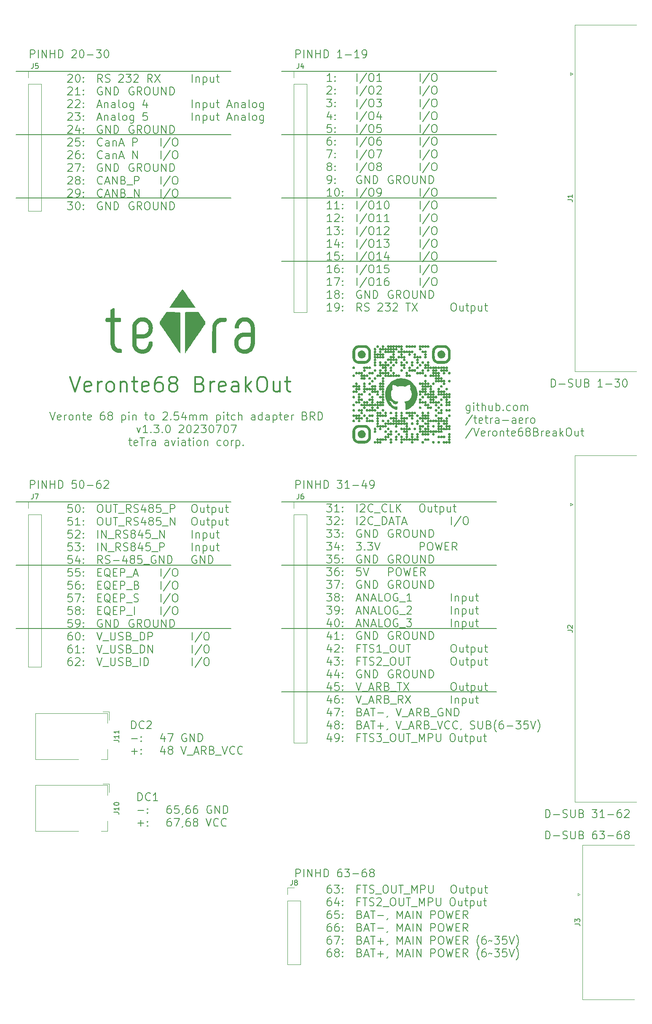
<source format=gbr>
%TF.GenerationSoftware,KiCad,Pcbnew,7.0.2-6a45011f42~172~ubuntu20.04.1*%
%TF.CreationDate,2023-07-07T12:58:52+09:00*%
%TF.ProjectId,Veronte68BreakOut,5665726f-6e74-4653-9638-427265616b4f,V1.1*%
%TF.SameCoordinates,Original*%
%TF.FileFunction,Legend,Top*%
%TF.FilePolarity,Positive*%
%FSLAX46Y46*%
G04 Gerber Fmt 4.6, Leading zero omitted, Abs format (unit mm)*
G04 Created by KiCad (PCBNEW 7.0.2-6a45011f42~172~ubuntu20.04.1) date 2023-07-07 12:58:52*
%MOMM*%
%LPD*%
G01*
G04 APERTURE LIST*
%ADD10C,0.150000*%
%ADD11C,0.300000*%
%ADD12C,0.120000*%
G04 APERTURE END LIST*
D10*
X69850000Y-135890000D02*
X113030000Y-135890000D01*
X69850000Y-36830000D02*
X113030000Y-36830000D01*
X69850000Y-148590000D02*
X113030000Y-148590000D01*
X69850000Y-123190000D02*
X113030000Y-123190000D01*
X123190000Y-36830000D02*
X166370000Y-36830000D01*
X123190000Y-74930000D02*
X166370000Y-74930000D01*
X123190000Y-161290000D02*
X166370000Y-161290000D01*
X123190000Y-135890000D02*
X166370000Y-135890000D01*
X123190000Y-123190000D02*
X166370000Y-123190000D01*
X123190000Y-49530000D02*
X166370000Y-49530000D01*
X123190000Y-62230000D02*
X166370000Y-62230000D01*
X123190000Y-148590000D02*
X166370000Y-148590000D01*
X69850000Y-49530000D02*
X113030000Y-49530000D01*
X69850000Y-62230000D02*
X113030000Y-62230000D01*
X132305714Y-123603838D02*
X133283809Y-123603838D01*
X133283809Y-123603838D02*
X132757142Y-124205742D01*
X132757142Y-124205742D02*
X132982857Y-124205742D01*
X132982857Y-124205742D02*
X133133333Y-124280980D01*
X133133333Y-124280980D02*
X133208571Y-124356219D01*
X133208571Y-124356219D02*
X133283809Y-124506695D01*
X133283809Y-124506695D02*
X133283809Y-124882885D01*
X133283809Y-124882885D02*
X133208571Y-125033361D01*
X133208571Y-125033361D02*
X133133333Y-125108600D01*
X133133333Y-125108600D02*
X132982857Y-125183838D01*
X132982857Y-125183838D02*
X132531428Y-125183838D01*
X132531428Y-125183838D02*
X132380952Y-125108600D01*
X132380952Y-125108600D02*
X132305714Y-125033361D01*
X134788571Y-125183838D02*
X133885714Y-125183838D01*
X134337142Y-125183838D02*
X134337142Y-123603838D01*
X134337142Y-123603838D02*
X134186666Y-123829552D01*
X134186666Y-123829552D02*
X134036190Y-123980028D01*
X134036190Y-123980028D02*
X133885714Y-124055266D01*
X135465714Y-125033361D02*
X135540952Y-125108600D01*
X135540952Y-125108600D02*
X135465714Y-125183838D01*
X135465714Y-125183838D02*
X135390476Y-125108600D01*
X135390476Y-125108600D02*
X135465714Y-125033361D01*
X135465714Y-125033361D02*
X135465714Y-125183838D01*
X135465714Y-124205742D02*
X135540952Y-124280980D01*
X135540952Y-124280980D02*
X135465714Y-124356219D01*
X135465714Y-124356219D02*
X135390476Y-124280980D01*
X135390476Y-124280980D02*
X135465714Y-124205742D01*
X135465714Y-124205742D02*
X135465714Y-124356219D01*
X138399999Y-125183838D02*
X138399999Y-123603838D01*
X139077142Y-123754314D02*
X139152380Y-123679076D01*
X139152380Y-123679076D02*
X139302856Y-123603838D01*
X139302856Y-123603838D02*
X139679047Y-123603838D01*
X139679047Y-123603838D02*
X139829523Y-123679076D01*
X139829523Y-123679076D02*
X139904761Y-123754314D01*
X139904761Y-123754314D02*
X139979999Y-123904790D01*
X139979999Y-123904790D02*
X139979999Y-124055266D01*
X139979999Y-124055266D02*
X139904761Y-124280980D01*
X139904761Y-124280980D02*
X139001904Y-125183838D01*
X139001904Y-125183838D02*
X139979999Y-125183838D01*
X141559999Y-125033361D02*
X141484761Y-125108600D01*
X141484761Y-125108600D02*
X141259047Y-125183838D01*
X141259047Y-125183838D02*
X141108571Y-125183838D01*
X141108571Y-125183838D02*
X140882856Y-125108600D01*
X140882856Y-125108600D02*
X140732380Y-124958123D01*
X140732380Y-124958123D02*
X140657142Y-124807647D01*
X140657142Y-124807647D02*
X140581904Y-124506695D01*
X140581904Y-124506695D02*
X140581904Y-124280980D01*
X140581904Y-124280980D02*
X140657142Y-123980028D01*
X140657142Y-123980028D02*
X140732380Y-123829552D01*
X140732380Y-123829552D02*
X140882856Y-123679076D01*
X140882856Y-123679076D02*
X141108571Y-123603838D01*
X141108571Y-123603838D02*
X141259047Y-123603838D01*
X141259047Y-123603838D02*
X141484761Y-123679076D01*
X141484761Y-123679076D02*
X141559999Y-123754314D01*
X141860952Y-125334314D02*
X143064761Y-125334314D01*
X144343809Y-125033361D02*
X144268571Y-125108600D01*
X144268571Y-125108600D02*
X144042857Y-125183838D01*
X144042857Y-125183838D02*
X143892381Y-125183838D01*
X143892381Y-125183838D02*
X143666666Y-125108600D01*
X143666666Y-125108600D02*
X143516190Y-124958123D01*
X143516190Y-124958123D02*
X143440952Y-124807647D01*
X143440952Y-124807647D02*
X143365714Y-124506695D01*
X143365714Y-124506695D02*
X143365714Y-124280980D01*
X143365714Y-124280980D02*
X143440952Y-123980028D01*
X143440952Y-123980028D02*
X143516190Y-123829552D01*
X143516190Y-123829552D02*
X143666666Y-123679076D01*
X143666666Y-123679076D02*
X143892381Y-123603838D01*
X143892381Y-123603838D02*
X144042857Y-123603838D01*
X144042857Y-123603838D02*
X144268571Y-123679076D01*
X144268571Y-123679076D02*
X144343809Y-123754314D01*
X145773333Y-125183838D02*
X145020952Y-125183838D01*
X145020952Y-125183838D02*
X145020952Y-123603838D01*
X146300000Y-125183838D02*
X146300000Y-123603838D01*
X147202857Y-125183838D02*
X146525714Y-124280980D01*
X147202857Y-123603838D02*
X146300000Y-124506695D01*
X151340951Y-123603838D02*
X151641904Y-123603838D01*
X151641904Y-123603838D02*
X151792380Y-123679076D01*
X151792380Y-123679076D02*
X151942856Y-123829552D01*
X151942856Y-123829552D02*
X152018094Y-124130504D01*
X152018094Y-124130504D02*
X152018094Y-124657171D01*
X152018094Y-124657171D02*
X151942856Y-124958123D01*
X151942856Y-124958123D02*
X151792380Y-125108600D01*
X151792380Y-125108600D02*
X151641904Y-125183838D01*
X151641904Y-125183838D02*
X151340951Y-125183838D01*
X151340951Y-125183838D02*
X151190475Y-125108600D01*
X151190475Y-125108600D02*
X151039999Y-124958123D01*
X151039999Y-124958123D02*
X150964761Y-124657171D01*
X150964761Y-124657171D02*
X150964761Y-124130504D01*
X150964761Y-124130504D02*
X151039999Y-123829552D01*
X151039999Y-123829552D02*
X151190475Y-123679076D01*
X151190475Y-123679076D02*
X151340951Y-123603838D01*
X153372380Y-124130504D02*
X153372380Y-125183838D01*
X152695237Y-124130504D02*
X152695237Y-124958123D01*
X152695237Y-124958123D02*
X152770475Y-125108600D01*
X152770475Y-125108600D02*
X152920951Y-125183838D01*
X152920951Y-125183838D02*
X153146666Y-125183838D01*
X153146666Y-125183838D02*
X153297142Y-125108600D01*
X153297142Y-125108600D02*
X153372380Y-125033361D01*
X153899047Y-124130504D02*
X154500951Y-124130504D01*
X154124761Y-123603838D02*
X154124761Y-124958123D01*
X154124761Y-124958123D02*
X154199999Y-125108600D01*
X154199999Y-125108600D02*
X154350475Y-125183838D01*
X154350475Y-125183838D02*
X154500951Y-125183838D01*
X155027618Y-124130504D02*
X155027618Y-125710504D01*
X155027618Y-124205742D02*
X155178094Y-124130504D01*
X155178094Y-124130504D02*
X155479047Y-124130504D01*
X155479047Y-124130504D02*
X155629523Y-124205742D01*
X155629523Y-124205742D02*
X155704761Y-124280980D01*
X155704761Y-124280980D02*
X155779999Y-124431457D01*
X155779999Y-124431457D02*
X155779999Y-124882885D01*
X155779999Y-124882885D02*
X155704761Y-125033361D01*
X155704761Y-125033361D02*
X155629523Y-125108600D01*
X155629523Y-125108600D02*
X155479047Y-125183838D01*
X155479047Y-125183838D02*
X155178094Y-125183838D01*
X155178094Y-125183838D02*
X155027618Y-125108600D01*
X157134285Y-124130504D02*
X157134285Y-125183838D01*
X156457142Y-124130504D02*
X156457142Y-124958123D01*
X156457142Y-124958123D02*
X156532380Y-125108600D01*
X156532380Y-125108600D02*
X156682856Y-125183838D01*
X156682856Y-125183838D02*
X156908571Y-125183838D01*
X156908571Y-125183838D02*
X157059047Y-125108600D01*
X157059047Y-125108600D02*
X157134285Y-125033361D01*
X157660952Y-124130504D02*
X158262856Y-124130504D01*
X157886666Y-123603838D02*
X157886666Y-124958123D01*
X157886666Y-124958123D02*
X157961904Y-125108600D01*
X157961904Y-125108600D02*
X158112380Y-125183838D01*
X158112380Y-125183838D02*
X158262856Y-125183838D01*
X132305714Y-126163438D02*
X133283809Y-126163438D01*
X133283809Y-126163438D02*
X132757142Y-126765342D01*
X132757142Y-126765342D02*
X132982857Y-126765342D01*
X132982857Y-126765342D02*
X133133333Y-126840580D01*
X133133333Y-126840580D02*
X133208571Y-126915819D01*
X133208571Y-126915819D02*
X133283809Y-127066295D01*
X133283809Y-127066295D02*
X133283809Y-127442485D01*
X133283809Y-127442485D02*
X133208571Y-127592961D01*
X133208571Y-127592961D02*
X133133333Y-127668200D01*
X133133333Y-127668200D02*
X132982857Y-127743438D01*
X132982857Y-127743438D02*
X132531428Y-127743438D01*
X132531428Y-127743438D02*
X132380952Y-127668200D01*
X132380952Y-127668200D02*
X132305714Y-127592961D01*
X133885714Y-126313914D02*
X133960952Y-126238676D01*
X133960952Y-126238676D02*
X134111428Y-126163438D01*
X134111428Y-126163438D02*
X134487619Y-126163438D01*
X134487619Y-126163438D02*
X134638095Y-126238676D01*
X134638095Y-126238676D02*
X134713333Y-126313914D01*
X134713333Y-126313914D02*
X134788571Y-126464390D01*
X134788571Y-126464390D02*
X134788571Y-126614866D01*
X134788571Y-126614866D02*
X134713333Y-126840580D01*
X134713333Y-126840580D02*
X133810476Y-127743438D01*
X133810476Y-127743438D02*
X134788571Y-127743438D01*
X135465714Y-127592961D02*
X135540952Y-127668200D01*
X135540952Y-127668200D02*
X135465714Y-127743438D01*
X135465714Y-127743438D02*
X135390476Y-127668200D01*
X135390476Y-127668200D02*
X135465714Y-127592961D01*
X135465714Y-127592961D02*
X135465714Y-127743438D01*
X135465714Y-126765342D02*
X135540952Y-126840580D01*
X135540952Y-126840580D02*
X135465714Y-126915819D01*
X135465714Y-126915819D02*
X135390476Y-126840580D01*
X135390476Y-126840580D02*
X135465714Y-126765342D01*
X135465714Y-126765342D02*
X135465714Y-126915819D01*
X138399999Y-127743438D02*
X138399999Y-126163438D01*
X139077142Y-126313914D02*
X139152380Y-126238676D01*
X139152380Y-126238676D02*
X139302856Y-126163438D01*
X139302856Y-126163438D02*
X139679047Y-126163438D01*
X139679047Y-126163438D02*
X139829523Y-126238676D01*
X139829523Y-126238676D02*
X139904761Y-126313914D01*
X139904761Y-126313914D02*
X139979999Y-126464390D01*
X139979999Y-126464390D02*
X139979999Y-126614866D01*
X139979999Y-126614866D02*
X139904761Y-126840580D01*
X139904761Y-126840580D02*
X139001904Y-127743438D01*
X139001904Y-127743438D02*
X139979999Y-127743438D01*
X141559999Y-127592961D02*
X141484761Y-127668200D01*
X141484761Y-127668200D02*
X141259047Y-127743438D01*
X141259047Y-127743438D02*
X141108571Y-127743438D01*
X141108571Y-127743438D02*
X140882856Y-127668200D01*
X140882856Y-127668200D02*
X140732380Y-127517723D01*
X140732380Y-127517723D02*
X140657142Y-127367247D01*
X140657142Y-127367247D02*
X140581904Y-127066295D01*
X140581904Y-127066295D02*
X140581904Y-126840580D01*
X140581904Y-126840580D02*
X140657142Y-126539628D01*
X140657142Y-126539628D02*
X140732380Y-126389152D01*
X140732380Y-126389152D02*
X140882856Y-126238676D01*
X140882856Y-126238676D02*
X141108571Y-126163438D01*
X141108571Y-126163438D02*
X141259047Y-126163438D01*
X141259047Y-126163438D02*
X141484761Y-126238676D01*
X141484761Y-126238676D02*
X141559999Y-126313914D01*
X141860952Y-127893914D02*
X143064761Y-127893914D01*
X143440952Y-127743438D02*
X143440952Y-126163438D01*
X143440952Y-126163438D02*
X143817142Y-126163438D01*
X143817142Y-126163438D02*
X144042857Y-126238676D01*
X144042857Y-126238676D02*
X144193333Y-126389152D01*
X144193333Y-126389152D02*
X144268571Y-126539628D01*
X144268571Y-126539628D02*
X144343809Y-126840580D01*
X144343809Y-126840580D02*
X144343809Y-127066295D01*
X144343809Y-127066295D02*
X144268571Y-127367247D01*
X144268571Y-127367247D02*
X144193333Y-127517723D01*
X144193333Y-127517723D02*
X144042857Y-127668200D01*
X144042857Y-127668200D02*
X143817142Y-127743438D01*
X143817142Y-127743438D02*
X143440952Y-127743438D01*
X144945714Y-127292009D02*
X145698095Y-127292009D01*
X144795238Y-127743438D02*
X145321904Y-126163438D01*
X145321904Y-126163438D02*
X145848571Y-127743438D01*
X146149524Y-126163438D02*
X147052381Y-126163438D01*
X146600952Y-127743438D02*
X146600952Y-126163438D01*
X147503810Y-127292009D02*
X148256191Y-127292009D01*
X147353334Y-127743438D02*
X147880000Y-126163438D01*
X147880000Y-126163438D02*
X148406667Y-127743438D01*
X157359999Y-127743438D02*
X157359999Y-126163438D01*
X159240951Y-126088200D02*
X157886666Y-128119628D01*
X160068570Y-126163438D02*
X160369523Y-126163438D01*
X160369523Y-126163438D02*
X160519999Y-126238676D01*
X160519999Y-126238676D02*
X160670475Y-126389152D01*
X160670475Y-126389152D02*
X160745713Y-126690104D01*
X160745713Y-126690104D02*
X160745713Y-127216771D01*
X160745713Y-127216771D02*
X160670475Y-127517723D01*
X160670475Y-127517723D02*
X160519999Y-127668200D01*
X160519999Y-127668200D02*
X160369523Y-127743438D01*
X160369523Y-127743438D02*
X160068570Y-127743438D01*
X160068570Y-127743438D02*
X159918094Y-127668200D01*
X159918094Y-127668200D02*
X159767618Y-127517723D01*
X159767618Y-127517723D02*
X159692380Y-127216771D01*
X159692380Y-127216771D02*
X159692380Y-126690104D01*
X159692380Y-126690104D02*
X159767618Y-126389152D01*
X159767618Y-126389152D02*
X159918094Y-126238676D01*
X159918094Y-126238676D02*
X160068570Y-126163438D01*
X132305714Y-128723038D02*
X133283809Y-128723038D01*
X133283809Y-128723038D02*
X132757142Y-129324942D01*
X132757142Y-129324942D02*
X132982857Y-129324942D01*
X132982857Y-129324942D02*
X133133333Y-129400180D01*
X133133333Y-129400180D02*
X133208571Y-129475419D01*
X133208571Y-129475419D02*
X133283809Y-129625895D01*
X133283809Y-129625895D02*
X133283809Y-130002085D01*
X133283809Y-130002085D02*
X133208571Y-130152561D01*
X133208571Y-130152561D02*
X133133333Y-130227800D01*
X133133333Y-130227800D02*
X132982857Y-130303038D01*
X132982857Y-130303038D02*
X132531428Y-130303038D01*
X132531428Y-130303038D02*
X132380952Y-130227800D01*
X132380952Y-130227800D02*
X132305714Y-130152561D01*
X133810476Y-128723038D02*
X134788571Y-128723038D01*
X134788571Y-128723038D02*
X134261904Y-129324942D01*
X134261904Y-129324942D02*
X134487619Y-129324942D01*
X134487619Y-129324942D02*
X134638095Y-129400180D01*
X134638095Y-129400180D02*
X134713333Y-129475419D01*
X134713333Y-129475419D02*
X134788571Y-129625895D01*
X134788571Y-129625895D02*
X134788571Y-130002085D01*
X134788571Y-130002085D02*
X134713333Y-130152561D01*
X134713333Y-130152561D02*
X134638095Y-130227800D01*
X134638095Y-130227800D02*
X134487619Y-130303038D01*
X134487619Y-130303038D02*
X134036190Y-130303038D01*
X134036190Y-130303038D02*
X133885714Y-130227800D01*
X133885714Y-130227800D02*
X133810476Y-130152561D01*
X135465714Y-130152561D02*
X135540952Y-130227800D01*
X135540952Y-130227800D02*
X135465714Y-130303038D01*
X135465714Y-130303038D02*
X135390476Y-130227800D01*
X135390476Y-130227800D02*
X135465714Y-130152561D01*
X135465714Y-130152561D02*
X135465714Y-130303038D01*
X135465714Y-129324942D02*
X135540952Y-129400180D01*
X135540952Y-129400180D02*
X135465714Y-129475419D01*
X135465714Y-129475419D02*
X135390476Y-129400180D01*
X135390476Y-129400180D02*
X135465714Y-129324942D01*
X135465714Y-129324942D02*
X135465714Y-129475419D01*
X139227618Y-128798276D02*
X139077142Y-128723038D01*
X139077142Y-128723038D02*
X138851428Y-128723038D01*
X138851428Y-128723038D02*
X138625713Y-128798276D01*
X138625713Y-128798276D02*
X138475237Y-128948752D01*
X138475237Y-128948752D02*
X138399999Y-129099228D01*
X138399999Y-129099228D02*
X138324761Y-129400180D01*
X138324761Y-129400180D02*
X138324761Y-129625895D01*
X138324761Y-129625895D02*
X138399999Y-129926847D01*
X138399999Y-129926847D02*
X138475237Y-130077323D01*
X138475237Y-130077323D02*
X138625713Y-130227800D01*
X138625713Y-130227800D02*
X138851428Y-130303038D01*
X138851428Y-130303038D02*
X139001904Y-130303038D01*
X139001904Y-130303038D02*
X139227618Y-130227800D01*
X139227618Y-130227800D02*
X139302856Y-130152561D01*
X139302856Y-130152561D02*
X139302856Y-129625895D01*
X139302856Y-129625895D02*
X139001904Y-129625895D01*
X139979999Y-130303038D02*
X139979999Y-128723038D01*
X139979999Y-128723038D02*
X140882856Y-130303038D01*
X140882856Y-130303038D02*
X140882856Y-128723038D01*
X141635237Y-130303038D02*
X141635237Y-128723038D01*
X141635237Y-128723038D02*
X142011427Y-128723038D01*
X142011427Y-128723038D02*
X142237142Y-128798276D01*
X142237142Y-128798276D02*
X142387618Y-128948752D01*
X142387618Y-128948752D02*
X142462856Y-129099228D01*
X142462856Y-129099228D02*
X142538094Y-129400180D01*
X142538094Y-129400180D02*
X142538094Y-129625895D01*
X142538094Y-129625895D02*
X142462856Y-129926847D01*
X142462856Y-129926847D02*
X142387618Y-130077323D01*
X142387618Y-130077323D02*
X142237142Y-130227800D01*
X142237142Y-130227800D02*
X142011427Y-130303038D01*
X142011427Y-130303038D02*
X141635237Y-130303038D01*
X145547618Y-128798276D02*
X145397142Y-128723038D01*
X145397142Y-128723038D02*
X145171428Y-128723038D01*
X145171428Y-128723038D02*
X144945713Y-128798276D01*
X144945713Y-128798276D02*
X144795237Y-128948752D01*
X144795237Y-128948752D02*
X144719999Y-129099228D01*
X144719999Y-129099228D02*
X144644761Y-129400180D01*
X144644761Y-129400180D02*
X144644761Y-129625895D01*
X144644761Y-129625895D02*
X144719999Y-129926847D01*
X144719999Y-129926847D02*
X144795237Y-130077323D01*
X144795237Y-130077323D02*
X144945713Y-130227800D01*
X144945713Y-130227800D02*
X145171428Y-130303038D01*
X145171428Y-130303038D02*
X145321904Y-130303038D01*
X145321904Y-130303038D02*
X145547618Y-130227800D01*
X145547618Y-130227800D02*
X145622856Y-130152561D01*
X145622856Y-130152561D02*
X145622856Y-129625895D01*
X145622856Y-129625895D02*
X145321904Y-129625895D01*
X147202856Y-130303038D02*
X146676189Y-129550657D01*
X146299999Y-130303038D02*
X146299999Y-128723038D01*
X146299999Y-128723038D02*
X146901904Y-128723038D01*
X146901904Y-128723038D02*
X147052380Y-128798276D01*
X147052380Y-128798276D02*
X147127618Y-128873514D01*
X147127618Y-128873514D02*
X147202856Y-129023990D01*
X147202856Y-129023990D02*
X147202856Y-129249704D01*
X147202856Y-129249704D02*
X147127618Y-129400180D01*
X147127618Y-129400180D02*
X147052380Y-129475419D01*
X147052380Y-129475419D02*
X146901904Y-129550657D01*
X146901904Y-129550657D02*
X146299999Y-129550657D01*
X148180951Y-128723038D02*
X148481904Y-128723038D01*
X148481904Y-128723038D02*
X148632380Y-128798276D01*
X148632380Y-128798276D02*
X148782856Y-128948752D01*
X148782856Y-128948752D02*
X148858094Y-129249704D01*
X148858094Y-129249704D02*
X148858094Y-129776371D01*
X148858094Y-129776371D02*
X148782856Y-130077323D01*
X148782856Y-130077323D02*
X148632380Y-130227800D01*
X148632380Y-130227800D02*
X148481904Y-130303038D01*
X148481904Y-130303038D02*
X148180951Y-130303038D01*
X148180951Y-130303038D02*
X148030475Y-130227800D01*
X148030475Y-130227800D02*
X147879999Y-130077323D01*
X147879999Y-130077323D02*
X147804761Y-129776371D01*
X147804761Y-129776371D02*
X147804761Y-129249704D01*
X147804761Y-129249704D02*
X147879999Y-128948752D01*
X147879999Y-128948752D02*
X148030475Y-128798276D01*
X148030475Y-128798276D02*
X148180951Y-128723038D01*
X149535237Y-128723038D02*
X149535237Y-130002085D01*
X149535237Y-130002085D02*
X149610475Y-130152561D01*
X149610475Y-130152561D02*
X149685713Y-130227800D01*
X149685713Y-130227800D02*
X149836189Y-130303038D01*
X149836189Y-130303038D02*
X150137142Y-130303038D01*
X150137142Y-130303038D02*
X150287618Y-130227800D01*
X150287618Y-130227800D02*
X150362856Y-130152561D01*
X150362856Y-130152561D02*
X150438094Y-130002085D01*
X150438094Y-130002085D02*
X150438094Y-128723038D01*
X151190475Y-130303038D02*
X151190475Y-128723038D01*
X151190475Y-128723038D02*
X152093332Y-130303038D01*
X152093332Y-130303038D02*
X152093332Y-128723038D01*
X152845713Y-130303038D02*
X152845713Y-128723038D01*
X152845713Y-128723038D02*
X153221903Y-128723038D01*
X153221903Y-128723038D02*
X153447618Y-128798276D01*
X153447618Y-128798276D02*
X153598094Y-128948752D01*
X153598094Y-128948752D02*
X153673332Y-129099228D01*
X153673332Y-129099228D02*
X153748570Y-129400180D01*
X153748570Y-129400180D02*
X153748570Y-129625895D01*
X153748570Y-129625895D02*
X153673332Y-129926847D01*
X153673332Y-129926847D02*
X153598094Y-130077323D01*
X153598094Y-130077323D02*
X153447618Y-130227800D01*
X153447618Y-130227800D02*
X153221903Y-130303038D01*
X153221903Y-130303038D02*
X152845713Y-130303038D01*
X132305714Y-131282638D02*
X133283809Y-131282638D01*
X133283809Y-131282638D02*
X132757142Y-131884542D01*
X132757142Y-131884542D02*
X132982857Y-131884542D01*
X132982857Y-131884542D02*
X133133333Y-131959780D01*
X133133333Y-131959780D02*
X133208571Y-132035019D01*
X133208571Y-132035019D02*
X133283809Y-132185495D01*
X133283809Y-132185495D02*
X133283809Y-132561685D01*
X133283809Y-132561685D02*
X133208571Y-132712161D01*
X133208571Y-132712161D02*
X133133333Y-132787400D01*
X133133333Y-132787400D02*
X132982857Y-132862638D01*
X132982857Y-132862638D02*
X132531428Y-132862638D01*
X132531428Y-132862638D02*
X132380952Y-132787400D01*
X132380952Y-132787400D02*
X132305714Y-132712161D01*
X134638095Y-131809304D02*
X134638095Y-132862638D01*
X134261904Y-131207400D02*
X133885714Y-132335971D01*
X133885714Y-132335971D02*
X134863809Y-132335971D01*
X135465714Y-132712161D02*
X135540952Y-132787400D01*
X135540952Y-132787400D02*
X135465714Y-132862638D01*
X135465714Y-132862638D02*
X135390476Y-132787400D01*
X135390476Y-132787400D02*
X135465714Y-132712161D01*
X135465714Y-132712161D02*
X135465714Y-132862638D01*
X135465714Y-131884542D02*
X135540952Y-131959780D01*
X135540952Y-131959780D02*
X135465714Y-132035019D01*
X135465714Y-132035019D02*
X135390476Y-131959780D01*
X135390476Y-131959780D02*
X135465714Y-131884542D01*
X135465714Y-131884542D02*
X135465714Y-132035019D01*
X138249523Y-131282638D02*
X139227618Y-131282638D01*
X139227618Y-131282638D02*
X138700951Y-131884542D01*
X138700951Y-131884542D02*
X138926666Y-131884542D01*
X138926666Y-131884542D02*
X139077142Y-131959780D01*
X139077142Y-131959780D02*
X139152380Y-132035019D01*
X139152380Y-132035019D02*
X139227618Y-132185495D01*
X139227618Y-132185495D02*
X139227618Y-132561685D01*
X139227618Y-132561685D02*
X139152380Y-132712161D01*
X139152380Y-132712161D02*
X139077142Y-132787400D01*
X139077142Y-132787400D02*
X138926666Y-132862638D01*
X138926666Y-132862638D02*
X138475237Y-132862638D01*
X138475237Y-132862638D02*
X138324761Y-132787400D01*
X138324761Y-132787400D02*
X138249523Y-132712161D01*
X139904761Y-132712161D02*
X139979999Y-132787400D01*
X139979999Y-132787400D02*
X139904761Y-132862638D01*
X139904761Y-132862638D02*
X139829523Y-132787400D01*
X139829523Y-132787400D02*
X139904761Y-132712161D01*
X139904761Y-132712161D02*
X139904761Y-132862638D01*
X140506666Y-131282638D02*
X141484761Y-131282638D01*
X141484761Y-131282638D02*
X140958094Y-131884542D01*
X140958094Y-131884542D02*
X141183809Y-131884542D01*
X141183809Y-131884542D02*
X141334285Y-131959780D01*
X141334285Y-131959780D02*
X141409523Y-132035019D01*
X141409523Y-132035019D02*
X141484761Y-132185495D01*
X141484761Y-132185495D02*
X141484761Y-132561685D01*
X141484761Y-132561685D02*
X141409523Y-132712161D01*
X141409523Y-132712161D02*
X141334285Y-132787400D01*
X141334285Y-132787400D02*
X141183809Y-132862638D01*
X141183809Y-132862638D02*
X140732380Y-132862638D01*
X140732380Y-132862638D02*
X140581904Y-132787400D01*
X140581904Y-132787400D02*
X140506666Y-132712161D01*
X141936190Y-131282638D02*
X142462856Y-132862638D01*
X142462856Y-132862638D02*
X142989523Y-131282638D01*
X151039999Y-132862638D02*
X151039999Y-131282638D01*
X151039999Y-131282638D02*
X151641904Y-131282638D01*
X151641904Y-131282638D02*
X151792380Y-131357876D01*
X151792380Y-131357876D02*
X151867618Y-131433114D01*
X151867618Y-131433114D02*
X151942856Y-131583590D01*
X151942856Y-131583590D02*
X151942856Y-131809304D01*
X151942856Y-131809304D02*
X151867618Y-131959780D01*
X151867618Y-131959780D02*
X151792380Y-132035019D01*
X151792380Y-132035019D02*
X151641904Y-132110257D01*
X151641904Y-132110257D02*
X151039999Y-132110257D01*
X152920951Y-131282638D02*
X153221904Y-131282638D01*
X153221904Y-131282638D02*
X153372380Y-131357876D01*
X153372380Y-131357876D02*
X153522856Y-131508352D01*
X153522856Y-131508352D02*
X153598094Y-131809304D01*
X153598094Y-131809304D02*
X153598094Y-132335971D01*
X153598094Y-132335971D02*
X153522856Y-132636923D01*
X153522856Y-132636923D02*
X153372380Y-132787400D01*
X153372380Y-132787400D02*
X153221904Y-132862638D01*
X153221904Y-132862638D02*
X152920951Y-132862638D01*
X152920951Y-132862638D02*
X152770475Y-132787400D01*
X152770475Y-132787400D02*
X152619999Y-132636923D01*
X152619999Y-132636923D02*
X152544761Y-132335971D01*
X152544761Y-132335971D02*
X152544761Y-131809304D01*
X152544761Y-131809304D02*
X152619999Y-131508352D01*
X152619999Y-131508352D02*
X152770475Y-131357876D01*
X152770475Y-131357876D02*
X152920951Y-131282638D01*
X154124761Y-131282638D02*
X154500951Y-132862638D01*
X154500951Y-132862638D02*
X154801904Y-131734066D01*
X154801904Y-131734066D02*
X155102856Y-132862638D01*
X155102856Y-132862638D02*
X155479047Y-131282638D01*
X156080951Y-132035019D02*
X156607618Y-132035019D01*
X156833332Y-132862638D02*
X156080951Y-132862638D01*
X156080951Y-132862638D02*
X156080951Y-131282638D01*
X156080951Y-131282638D02*
X156833332Y-131282638D01*
X158413332Y-132862638D02*
X157886665Y-132110257D01*
X157510475Y-132862638D02*
X157510475Y-131282638D01*
X157510475Y-131282638D02*
X158112380Y-131282638D01*
X158112380Y-131282638D02*
X158262856Y-131357876D01*
X158262856Y-131357876D02*
X158338094Y-131433114D01*
X158338094Y-131433114D02*
X158413332Y-131583590D01*
X158413332Y-131583590D02*
X158413332Y-131809304D01*
X158413332Y-131809304D02*
X158338094Y-131959780D01*
X158338094Y-131959780D02*
X158262856Y-132035019D01*
X158262856Y-132035019D02*
X158112380Y-132110257D01*
X158112380Y-132110257D02*
X157510475Y-132110257D01*
X132305714Y-133842238D02*
X133283809Y-133842238D01*
X133283809Y-133842238D02*
X132757142Y-134444142D01*
X132757142Y-134444142D02*
X132982857Y-134444142D01*
X132982857Y-134444142D02*
X133133333Y-134519380D01*
X133133333Y-134519380D02*
X133208571Y-134594619D01*
X133208571Y-134594619D02*
X133283809Y-134745095D01*
X133283809Y-134745095D02*
X133283809Y-135121285D01*
X133283809Y-135121285D02*
X133208571Y-135271761D01*
X133208571Y-135271761D02*
X133133333Y-135347000D01*
X133133333Y-135347000D02*
X132982857Y-135422238D01*
X132982857Y-135422238D02*
X132531428Y-135422238D01*
X132531428Y-135422238D02*
X132380952Y-135347000D01*
X132380952Y-135347000D02*
X132305714Y-135271761D01*
X134713333Y-133842238D02*
X133960952Y-133842238D01*
X133960952Y-133842238D02*
X133885714Y-134594619D01*
X133885714Y-134594619D02*
X133960952Y-134519380D01*
X133960952Y-134519380D02*
X134111428Y-134444142D01*
X134111428Y-134444142D02*
X134487619Y-134444142D01*
X134487619Y-134444142D02*
X134638095Y-134519380D01*
X134638095Y-134519380D02*
X134713333Y-134594619D01*
X134713333Y-134594619D02*
X134788571Y-134745095D01*
X134788571Y-134745095D02*
X134788571Y-135121285D01*
X134788571Y-135121285D02*
X134713333Y-135271761D01*
X134713333Y-135271761D02*
X134638095Y-135347000D01*
X134638095Y-135347000D02*
X134487619Y-135422238D01*
X134487619Y-135422238D02*
X134111428Y-135422238D01*
X134111428Y-135422238D02*
X133960952Y-135347000D01*
X133960952Y-135347000D02*
X133885714Y-135271761D01*
X135465714Y-135271761D02*
X135540952Y-135347000D01*
X135540952Y-135347000D02*
X135465714Y-135422238D01*
X135465714Y-135422238D02*
X135390476Y-135347000D01*
X135390476Y-135347000D02*
X135465714Y-135271761D01*
X135465714Y-135271761D02*
X135465714Y-135422238D01*
X135465714Y-134444142D02*
X135540952Y-134519380D01*
X135540952Y-134519380D02*
X135465714Y-134594619D01*
X135465714Y-134594619D02*
X135390476Y-134519380D01*
X135390476Y-134519380D02*
X135465714Y-134444142D01*
X135465714Y-134444142D02*
X135465714Y-134594619D01*
X139227618Y-133917476D02*
X139077142Y-133842238D01*
X139077142Y-133842238D02*
X138851428Y-133842238D01*
X138851428Y-133842238D02*
X138625713Y-133917476D01*
X138625713Y-133917476D02*
X138475237Y-134067952D01*
X138475237Y-134067952D02*
X138399999Y-134218428D01*
X138399999Y-134218428D02*
X138324761Y-134519380D01*
X138324761Y-134519380D02*
X138324761Y-134745095D01*
X138324761Y-134745095D02*
X138399999Y-135046047D01*
X138399999Y-135046047D02*
X138475237Y-135196523D01*
X138475237Y-135196523D02*
X138625713Y-135347000D01*
X138625713Y-135347000D02*
X138851428Y-135422238D01*
X138851428Y-135422238D02*
X139001904Y-135422238D01*
X139001904Y-135422238D02*
X139227618Y-135347000D01*
X139227618Y-135347000D02*
X139302856Y-135271761D01*
X139302856Y-135271761D02*
X139302856Y-134745095D01*
X139302856Y-134745095D02*
X139001904Y-134745095D01*
X139979999Y-135422238D02*
X139979999Y-133842238D01*
X139979999Y-133842238D02*
X140882856Y-135422238D01*
X140882856Y-135422238D02*
X140882856Y-133842238D01*
X141635237Y-135422238D02*
X141635237Y-133842238D01*
X141635237Y-133842238D02*
X142011427Y-133842238D01*
X142011427Y-133842238D02*
X142237142Y-133917476D01*
X142237142Y-133917476D02*
X142387618Y-134067952D01*
X142387618Y-134067952D02*
X142462856Y-134218428D01*
X142462856Y-134218428D02*
X142538094Y-134519380D01*
X142538094Y-134519380D02*
X142538094Y-134745095D01*
X142538094Y-134745095D02*
X142462856Y-135046047D01*
X142462856Y-135046047D02*
X142387618Y-135196523D01*
X142387618Y-135196523D02*
X142237142Y-135347000D01*
X142237142Y-135347000D02*
X142011427Y-135422238D01*
X142011427Y-135422238D02*
X141635237Y-135422238D01*
X145547618Y-133917476D02*
X145397142Y-133842238D01*
X145397142Y-133842238D02*
X145171428Y-133842238D01*
X145171428Y-133842238D02*
X144945713Y-133917476D01*
X144945713Y-133917476D02*
X144795237Y-134067952D01*
X144795237Y-134067952D02*
X144719999Y-134218428D01*
X144719999Y-134218428D02*
X144644761Y-134519380D01*
X144644761Y-134519380D02*
X144644761Y-134745095D01*
X144644761Y-134745095D02*
X144719999Y-135046047D01*
X144719999Y-135046047D02*
X144795237Y-135196523D01*
X144795237Y-135196523D02*
X144945713Y-135347000D01*
X144945713Y-135347000D02*
X145171428Y-135422238D01*
X145171428Y-135422238D02*
X145321904Y-135422238D01*
X145321904Y-135422238D02*
X145547618Y-135347000D01*
X145547618Y-135347000D02*
X145622856Y-135271761D01*
X145622856Y-135271761D02*
X145622856Y-134745095D01*
X145622856Y-134745095D02*
X145321904Y-134745095D01*
X147202856Y-135422238D02*
X146676189Y-134669857D01*
X146299999Y-135422238D02*
X146299999Y-133842238D01*
X146299999Y-133842238D02*
X146901904Y-133842238D01*
X146901904Y-133842238D02*
X147052380Y-133917476D01*
X147052380Y-133917476D02*
X147127618Y-133992714D01*
X147127618Y-133992714D02*
X147202856Y-134143190D01*
X147202856Y-134143190D02*
X147202856Y-134368904D01*
X147202856Y-134368904D02*
X147127618Y-134519380D01*
X147127618Y-134519380D02*
X147052380Y-134594619D01*
X147052380Y-134594619D02*
X146901904Y-134669857D01*
X146901904Y-134669857D02*
X146299999Y-134669857D01*
X148180951Y-133842238D02*
X148481904Y-133842238D01*
X148481904Y-133842238D02*
X148632380Y-133917476D01*
X148632380Y-133917476D02*
X148782856Y-134067952D01*
X148782856Y-134067952D02*
X148858094Y-134368904D01*
X148858094Y-134368904D02*
X148858094Y-134895571D01*
X148858094Y-134895571D02*
X148782856Y-135196523D01*
X148782856Y-135196523D02*
X148632380Y-135347000D01*
X148632380Y-135347000D02*
X148481904Y-135422238D01*
X148481904Y-135422238D02*
X148180951Y-135422238D01*
X148180951Y-135422238D02*
X148030475Y-135347000D01*
X148030475Y-135347000D02*
X147879999Y-135196523D01*
X147879999Y-135196523D02*
X147804761Y-134895571D01*
X147804761Y-134895571D02*
X147804761Y-134368904D01*
X147804761Y-134368904D02*
X147879999Y-134067952D01*
X147879999Y-134067952D02*
X148030475Y-133917476D01*
X148030475Y-133917476D02*
X148180951Y-133842238D01*
X149535237Y-133842238D02*
X149535237Y-135121285D01*
X149535237Y-135121285D02*
X149610475Y-135271761D01*
X149610475Y-135271761D02*
X149685713Y-135347000D01*
X149685713Y-135347000D02*
X149836189Y-135422238D01*
X149836189Y-135422238D02*
X150137142Y-135422238D01*
X150137142Y-135422238D02*
X150287618Y-135347000D01*
X150287618Y-135347000D02*
X150362856Y-135271761D01*
X150362856Y-135271761D02*
X150438094Y-135121285D01*
X150438094Y-135121285D02*
X150438094Y-133842238D01*
X151190475Y-135422238D02*
X151190475Y-133842238D01*
X151190475Y-133842238D02*
X152093332Y-135422238D01*
X152093332Y-135422238D02*
X152093332Y-133842238D01*
X152845713Y-135422238D02*
X152845713Y-133842238D01*
X152845713Y-133842238D02*
X153221903Y-133842238D01*
X153221903Y-133842238D02*
X153447618Y-133917476D01*
X153447618Y-133917476D02*
X153598094Y-134067952D01*
X153598094Y-134067952D02*
X153673332Y-134218428D01*
X153673332Y-134218428D02*
X153748570Y-134519380D01*
X153748570Y-134519380D02*
X153748570Y-134745095D01*
X153748570Y-134745095D02*
X153673332Y-135046047D01*
X153673332Y-135046047D02*
X153598094Y-135196523D01*
X153598094Y-135196523D02*
X153447618Y-135347000D01*
X153447618Y-135347000D02*
X153221903Y-135422238D01*
X153221903Y-135422238D02*
X152845713Y-135422238D01*
X132305714Y-136401838D02*
X133283809Y-136401838D01*
X133283809Y-136401838D02*
X132757142Y-137003742D01*
X132757142Y-137003742D02*
X132982857Y-137003742D01*
X132982857Y-137003742D02*
X133133333Y-137078980D01*
X133133333Y-137078980D02*
X133208571Y-137154219D01*
X133208571Y-137154219D02*
X133283809Y-137304695D01*
X133283809Y-137304695D02*
X133283809Y-137680885D01*
X133283809Y-137680885D02*
X133208571Y-137831361D01*
X133208571Y-137831361D02*
X133133333Y-137906600D01*
X133133333Y-137906600D02*
X132982857Y-137981838D01*
X132982857Y-137981838D02*
X132531428Y-137981838D01*
X132531428Y-137981838D02*
X132380952Y-137906600D01*
X132380952Y-137906600D02*
X132305714Y-137831361D01*
X134638095Y-136401838D02*
X134337142Y-136401838D01*
X134337142Y-136401838D02*
X134186666Y-136477076D01*
X134186666Y-136477076D02*
X134111428Y-136552314D01*
X134111428Y-136552314D02*
X133960952Y-136778028D01*
X133960952Y-136778028D02*
X133885714Y-137078980D01*
X133885714Y-137078980D02*
X133885714Y-137680885D01*
X133885714Y-137680885D02*
X133960952Y-137831361D01*
X133960952Y-137831361D02*
X134036190Y-137906600D01*
X134036190Y-137906600D02*
X134186666Y-137981838D01*
X134186666Y-137981838D02*
X134487619Y-137981838D01*
X134487619Y-137981838D02*
X134638095Y-137906600D01*
X134638095Y-137906600D02*
X134713333Y-137831361D01*
X134713333Y-137831361D02*
X134788571Y-137680885D01*
X134788571Y-137680885D02*
X134788571Y-137304695D01*
X134788571Y-137304695D02*
X134713333Y-137154219D01*
X134713333Y-137154219D02*
X134638095Y-137078980D01*
X134638095Y-137078980D02*
X134487619Y-137003742D01*
X134487619Y-137003742D02*
X134186666Y-137003742D01*
X134186666Y-137003742D02*
X134036190Y-137078980D01*
X134036190Y-137078980D02*
X133960952Y-137154219D01*
X133960952Y-137154219D02*
X133885714Y-137304695D01*
X135465714Y-137831361D02*
X135540952Y-137906600D01*
X135540952Y-137906600D02*
X135465714Y-137981838D01*
X135465714Y-137981838D02*
X135390476Y-137906600D01*
X135390476Y-137906600D02*
X135465714Y-137831361D01*
X135465714Y-137831361D02*
X135465714Y-137981838D01*
X135465714Y-137003742D02*
X135540952Y-137078980D01*
X135540952Y-137078980D02*
X135465714Y-137154219D01*
X135465714Y-137154219D02*
X135390476Y-137078980D01*
X135390476Y-137078980D02*
X135465714Y-137003742D01*
X135465714Y-137003742D02*
X135465714Y-137154219D01*
X139152380Y-136401838D02*
X138399999Y-136401838D01*
X138399999Y-136401838D02*
X138324761Y-137154219D01*
X138324761Y-137154219D02*
X138399999Y-137078980D01*
X138399999Y-137078980D02*
X138550475Y-137003742D01*
X138550475Y-137003742D02*
X138926666Y-137003742D01*
X138926666Y-137003742D02*
X139077142Y-137078980D01*
X139077142Y-137078980D02*
X139152380Y-137154219D01*
X139152380Y-137154219D02*
X139227618Y-137304695D01*
X139227618Y-137304695D02*
X139227618Y-137680885D01*
X139227618Y-137680885D02*
X139152380Y-137831361D01*
X139152380Y-137831361D02*
X139077142Y-137906600D01*
X139077142Y-137906600D02*
X138926666Y-137981838D01*
X138926666Y-137981838D02*
X138550475Y-137981838D01*
X138550475Y-137981838D02*
X138399999Y-137906600D01*
X138399999Y-137906600D02*
X138324761Y-137831361D01*
X139679047Y-136401838D02*
X140205713Y-137981838D01*
X140205713Y-137981838D02*
X140732380Y-136401838D01*
X144719999Y-137981838D02*
X144719999Y-136401838D01*
X144719999Y-136401838D02*
X145321904Y-136401838D01*
X145321904Y-136401838D02*
X145472380Y-136477076D01*
X145472380Y-136477076D02*
X145547618Y-136552314D01*
X145547618Y-136552314D02*
X145622856Y-136702790D01*
X145622856Y-136702790D02*
X145622856Y-136928504D01*
X145622856Y-136928504D02*
X145547618Y-137078980D01*
X145547618Y-137078980D02*
X145472380Y-137154219D01*
X145472380Y-137154219D02*
X145321904Y-137229457D01*
X145321904Y-137229457D02*
X144719999Y-137229457D01*
X146600951Y-136401838D02*
X146901904Y-136401838D01*
X146901904Y-136401838D02*
X147052380Y-136477076D01*
X147052380Y-136477076D02*
X147202856Y-136627552D01*
X147202856Y-136627552D02*
X147278094Y-136928504D01*
X147278094Y-136928504D02*
X147278094Y-137455171D01*
X147278094Y-137455171D02*
X147202856Y-137756123D01*
X147202856Y-137756123D02*
X147052380Y-137906600D01*
X147052380Y-137906600D02*
X146901904Y-137981838D01*
X146901904Y-137981838D02*
X146600951Y-137981838D01*
X146600951Y-137981838D02*
X146450475Y-137906600D01*
X146450475Y-137906600D02*
X146299999Y-137756123D01*
X146299999Y-137756123D02*
X146224761Y-137455171D01*
X146224761Y-137455171D02*
X146224761Y-136928504D01*
X146224761Y-136928504D02*
X146299999Y-136627552D01*
X146299999Y-136627552D02*
X146450475Y-136477076D01*
X146450475Y-136477076D02*
X146600951Y-136401838D01*
X147804761Y-136401838D02*
X148180951Y-137981838D01*
X148180951Y-137981838D02*
X148481904Y-136853266D01*
X148481904Y-136853266D02*
X148782856Y-137981838D01*
X148782856Y-137981838D02*
X149159047Y-136401838D01*
X149760951Y-137154219D02*
X150287618Y-137154219D01*
X150513332Y-137981838D02*
X149760951Y-137981838D01*
X149760951Y-137981838D02*
X149760951Y-136401838D01*
X149760951Y-136401838D02*
X150513332Y-136401838D01*
X152093332Y-137981838D02*
X151566665Y-137229457D01*
X151190475Y-137981838D02*
X151190475Y-136401838D01*
X151190475Y-136401838D02*
X151792380Y-136401838D01*
X151792380Y-136401838D02*
X151942856Y-136477076D01*
X151942856Y-136477076D02*
X152018094Y-136552314D01*
X152018094Y-136552314D02*
X152093332Y-136702790D01*
X152093332Y-136702790D02*
X152093332Y-136928504D01*
X152093332Y-136928504D02*
X152018094Y-137078980D01*
X152018094Y-137078980D02*
X151942856Y-137154219D01*
X151942856Y-137154219D02*
X151792380Y-137229457D01*
X151792380Y-137229457D02*
X151190475Y-137229457D01*
X132305714Y-138961438D02*
X133283809Y-138961438D01*
X133283809Y-138961438D02*
X132757142Y-139563342D01*
X132757142Y-139563342D02*
X132982857Y-139563342D01*
X132982857Y-139563342D02*
X133133333Y-139638580D01*
X133133333Y-139638580D02*
X133208571Y-139713819D01*
X133208571Y-139713819D02*
X133283809Y-139864295D01*
X133283809Y-139864295D02*
X133283809Y-140240485D01*
X133283809Y-140240485D02*
X133208571Y-140390961D01*
X133208571Y-140390961D02*
X133133333Y-140466200D01*
X133133333Y-140466200D02*
X132982857Y-140541438D01*
X132982857Y-140541438D02*
X132531428Y-140541438D01*
X132531428Y-140541438D02*
X132380952Y-140466200D01*
X132380952Y-140466200D02*
X132305714Y-140390961D01*
X133810476Y-138961438D02*
X134863809Y-138961438D01*
X134863809Y-138961438D02*
X134186666Y-140541438D01*
X135465714Y-140390961D02*
X135540952Y-140466200D01*
X135540952Y-140466200D02*
X135465714Y-140541438D01*
X135465714Y-140541438D02*
X135390476Y-140466200D01*
X135390476Y-140466200D02*
X135465714Y-140390961D01*
X135465714Y-140390961D02*
X135465714Y-140541438D01*
X135465714Y-139563342D02*
X135540952Y-139638580D01*
X135540952Y-139638580D02*
X135465714Y-139713819D01*
X135465714Y-139713819D02*
X135390476Y-139638580D01*
X135390476Y-139638580D02*
X135465714Y-139563342D01*
X135465714Y-139563342D02*
X135465714Y-139713819D01*
X139227618Y-139036676D02*
X139077142Y-138961438D01*
X139077142Y-138961438D02*
X138851428Y-138961438D01*
X138851428Y-138961438D02*
X138625713Y-139036676D01*
X138625713Y-139036676D02*
X138475237Y-139187152D01*
X138475237Y-139187152D02*
X138399999Y-139337628D01*
X138399999Y-139337628D02*
X138324761Y-139638580D01*
X138324761Y-139638580D02*
X138324761Y-139864295D01*
X138324761Y-139864295D02*
X138399999Y-140165247D01*
X138399999Y-140165247D02*
X138475237Y-140315723D01*
X138475237Y-140315723D02*
X138625713Y-140466200D01*
X138625713Y-140466200D02*
X138851428Y-140541438D01*
X138851428Y-140541438D02*
X139001904Y-140541438D01*
X139001904Y-140541438D02*
X139227618Y-140466200D01*
X139227618Y-140466200D02*
X139302856Y-140390961D01*
X139302856Y-140390961D02*
X139302856Y-139864295D01*
X139302856Y-139864295D02*
X139001904Y-139864295D01*
X139979999Y-140541438D02*
X139979999Y-138961438D01*
X139979999Y-138961438D02*
X140882856Y-140541438D01*
X140882856Y-140541438D02*
X140882856Y-138961438D01*
X141635237Y-140541438D02*
X141635237Y-138961438D01*
X141635237Y-138961438D02*
X142011427Y-138961438D01*
X142011427Y-138961438D02*
X142237142Y-139036676D01*
X142237142Y-139036676D02*
X142387618Y-139187152D01*
X142387618Y-139187152D02*
X142462856Y-139337628D01*
X142462856Y-139337628D02*
X142538094Y-139638580D01*
X142538094Y-139638580D02*
X142538094Y-139864295D01*
X142538094Y-139864295D02*
X142462856Y-140165247D01*
X142462856Y-140165247D02*
X142387618Y-140315723D01*
X142387618Y-140315723D02*
X142237142Y-140466200D01*
X142237142Y-140466200D02*
X142011427Y-140541438D01*
X142011427Y-140541438D02*
X141635237Y-140541438D01*
X145547618Y-139036676D02*
X145397142Y-138961438D01*
X145397142Y-138961438D02*
X145171428Y-138961438D01*
X145171428Y-138961438D02*
X144945713Y-139036676D01*
X144945713Y-139036676D02*
X144795237Y-139187152D01*
X144795237Y-139187152D02*
X144719999Y-139337628D01*
X144719999Y-139337628D02*
X144644761Y-139638580D01*
X144644761Y-139638580D02*
X144644761Y-139864295D01*
X144644761Y-139864295D02*
X144719999Y-140165247D01*
X144719999Y-140165247D02*
X144795237Y-140315723D01*
X144795237Y-140315723D02*
X144945713Y-140466200D01*
X144945713Y-140466200D02*
X145171428Y-140541438D01*
X145171428Y-140541438D02*
X145321904Y-140541438D01*
X145321904Y-140541438D02*
X145547618Y-140466200D01*
X145547618Y-140466200D02*
X145622856Y-140390961D01*
X145622856Y-140390961D02*
X145622856Y-139864295D01*
X145622856Y-139864295D02*
X145321904Y-139864295D01*
X147202856Y-140541438D02*
X146676189Y-139789057D01*
X146299999Y-140541438D02*
X146299999Y-138961438D01*
X146299999Y-138961438D02*
X146901904Y-138961438D01*
X146901904Y-138961438D02*
X147052380Y-139036676D01*
X147052380Y-139036676D02*
X147127618Y-139111914D01*
X147127618Y-139111914D02*
X147202856Y-139262390D01*
X147202856Y-139262390D02*
X147202856Y-139488104D01*
X147202856Y-139488104D02*
X147127618Y-139638580D01*
X147127618Y-139638580D02*
X147052380Y-139713819D01*
X147052380Y-139713819D02*
X146901904Y-139789057D01*
X146901904Y-139789057D02*
X146299999Y-139789057D01*
X148180951Y-138961438D02*
X148481904Y-138961438D01*
X148481904Y-138961438D02*
X148632380Y-139036676D01*
X148632380Y-139036676D02*
X148782856Y-139187152D01*
X148782856Y-139187152D02*
X148858094Y-139488104D01*
X148858094Y-139488104D02*
X148858094Y-140014771D01*
X148858094Y-140014771D02*
X148782856Y-140315723D01*
X148782856Y-140315723D02*
X148632380Y-140466200D01*
X148632380Y-140466200D02*
X148481904Y-140541438D01*
X148481904Y-140541438D02*
X148180951Y-140541438D01*
X148180951Y-140541438D02*
X148030475Y-140466200D01*
X148030475Y-140466200D02*
X147879999Y-140315723D01*
X147879999Y-140315723D02*
X147804761Y-140014771D01*
X147804761Y-140014771D02*
X147804761Y-139488104D01*
X147804761Y-139488104D02*
X147879999Y-139187152D01*
X147879999Y-139187152D02*
X148030475Y-139036676D01*
X148030475Y-139036676D02*
X148180951Y-138961438D01*
X149535237Y-138961438D02*
X149535237Y-140240485D01*
X149535237Y-140240485D02*
X149610475Y-140390961D01*
X149610475Y-140390961D02*
X149685713Y-140466200D01*
X149685713Y-140466200D02*
X149836189Y-140541438D01*
X149836189Y-140541438D02*
X150137142Y-140541438D01*
X150137142Y-140541438D02*
X150287618Y-140466200D01*
X150287618Y-140466200D02*
X150362856Y-140390961D01*
X150362856Y-140390961D02*
X150438094Y-140240485D01*
X150438094Y-140240485D02*
X150438094Y-138961438D01*
X151190475Y-140541438D02*
X151190475Y-138961438D01*
X151190475Y-138961438D02*
X152093332Y-140541438D01*
X152093332Y-140541438D02*
X152093332Y-138961438D01*
X152845713Y-140541438D02*
X152845713Y-138961438D01*
X152845713Y-138961438D02*
X153221903Y-138961438D01*
X153221903Y-138961438D02*
X153447618Y-139036676D01*
X153447618Y-139036676D02*
X153598094Y-139187152D01*
X153598094Y-139187152D02*
X153673332Y-139337628D01*
X153673332Y-139337628D02*
X153748570Y-139638580D01*
X153748570Y-139638580D02*
X153748570Y-139864295D01*
X153748570Y-139864295D02*
X153673332Y-140165247D01*
X153673332Y-140165247D02*
X153598094Y-140315723D01*
X153598094Y-140315723D02*
X153447618Y-140466200D01*
X153447618Y-140466200D02*
X153221903Y-140541438D01*
X153221903Y-140541438D02*
X152845713Y-140541438D01*
X132305714Y-141521038D02*
X133283809Y-141521038D01*
X133283809Y-141521038D02*
X132757142Y-142122942D01*
X132757142Y-142122942D02*
X132982857Y-142122942D01*
X132982857Y-142122942D02*
X133133333Y-142198180D01*
X133133333Y-142198180D02*
X133208571Y-142273419D01*
X133208571Y-142273419D02*
X133283809Y-142423895D01*
X133283809Y-142423895D02*
X133283809Y-142800085D01*
X133283809Y-142800085D02*
X133208571Y-142950561D01*
X133208571Y-142950561D02*
X133133333Y-143025800D01*
X133133333Y-143025800D02*
X132982857Y-143101038D01*
X132982857Y-143101038D02*
X132531428Y-143101038D01*
X132531428Y-143101038D02*
X132380952Y-143025800D01*
X132380952Y-143025800D02*
X132305714Y-142950561D01*
X134186666Y-142198180D02*
X134036190Y-142122942D01*
X134036190Y-142122942D02*
X133960952Y-142047704D01*
X133960952Y-142047704D02*
X133885714Y-141897228D01*
X133885714Y-141897228D02*
X133885714Y-141821990D01*
X133885714Y-141821990D02*
X133960952Y-141671514D01*
X133960952Y-141671514D02*
X134036190Y-141596276D01*
X134036190Y-141596276D02*
X134186666Y-141521038D01*
X134186666Y-141521038D02*
X134487619Y-141521038D01*
X134487619Y-141521038D02*
X134638095Y-141596276D01*
X134638095Y-141596276D02*
X134713333Y-141671514D01*
X134713333Y-141671514D02*
X134788571Y-141821990D01*
X134788571Y-141821990D02*
X134788571Y-141897228D01*
X134788571Y-141897228D02*
X134713333Y-142047704D01*
X134713333Y-142047704D02*
X134638095Y-142122942D01*
X134638095Y-142122942D02*
X134487619Y-142198180D01*
X134487619Y-142198180D02*
X134186666Y-142198180D01*
X134186666Y-142198180D02*
X134036190Y-142273419D01*
X134036190Y-142273419D02*
X133960952Y-142348657D01*
X133960952Y-142348657D02*
X133885714Y-142499133D01*
X133885714Y-142499133D02*
X133885714Y-142800085D01*
X133885714Y-142800085D02*
X133960952Y-142950561D01*
X133960952Y-142950561D02*
X134036190Y-143025800D01*
X134036190Y-143025800D02*
X134186666Y-143101038D01*
X134186666Y-143101038D02*
X134487619Y-143101038D01*
X134487619Y-143101038D02*
X134638095Y-143025800D01*
X134638095Y-143025800D02*
X134713333Y-142950561D01*
X134713333Y-142950561D02*
X134788571Y-142800085D01*
X134788571Y-142800085D02*
X134788571Y-142499133D01*
X134788571Y-142499133D02*
X134713333Y-142348657D01*
X134713333Y-142348657D02*
X134638095Y-142273419D01*
X134638095Y-142273419D02*
X134487619Y-142198180D01*
X135465714Y-142950561D02*
X135540952Y-143025800D01*
X135540952Y-143025800D02*
X135465714Y-143101038D01*
X135465714Y-143101038D02*
X135390476Y-143025800D01*
X135390476Y-143025800D02*
X135465714Y-142950561D01*
X135465714Y-142950561D02*
X135465714Y-143101038D01*
X135465714Y-142122942D02*
X135540952Y-142198180D01*
X135540952Y-142198180D02*
X135465714Y-142273419D01*
X135465714Y-142273419D02*
X135390476Y-142198180D01*
X135390476Y-142198180D02*
X135465714Y-142122942D01*
X135465714Y-142122942D02*
X135465714Y-142273419D01*
X138324761Y-142649609D02*
X139077142Y-142649609D01*
X138174285Y-143101038D02*
X138700951Y-141521038D01*
X138700951Y-141521038D02*
X139227618Y-143101038D01*
X139754285Y-143101038D02*
X139754285Y-141521038D01*
X139754285Y-141521038D02*
X140657142Y-143101038D01*
X140657142Y-143101038D02*
X140657142Y-141521038D01*
X141334285Y-142649609D02*
X142086666Y-142649609D01*
X141183809Y-143101038D02*
X141710475Y-141521038D01*
X141710475Y-141521038D02*
X142237142Y-143101038D01*
X143516190Y-143101038D02*
X142763809Y-143101038D01*
X142763809Y-143101038D02*
X142763809Y-141521038D01*
X144343809Y-141521038D02*
X144644762Y-141521038D01*
X144644762Y-141521038D02*
X144795238Y-141596276D01*
X144795238Y-141596276D02*
X144945714Y-141746752D01*
X144945714Y-141746752D02*
X145020952Y-142047704D01*
X145020952Y-142047704D02*
X145020952Y-142574371D01*
X145020952Y-142574371D02*
X144945714Y-142875323D01*
X144945714Y-142875323D02*
X144795238Y-143025800D01*
X144795238Y-143025800D02*
X144644762Y-143101038D01*
X144644762Y-143101038D02*
X144343809Y-143101038D01*
X144343809Y-143101038D02*
X144193333Y-143025800D01*
X144193333Y-143025800D02*
X144042857Y-142875323D01*
X144042857Y-142875323D02*
X143967619Y-142574371D01*
X143967619Y-142574371D02*
X143967619Y-142047704D01*
X143967619Y-142047704D02*
X144042857Y-141746752D01*
X144042857Y-141746752D02*
X144193333Y-141596276D01*
X144193333Y-141596276D02*
X144343809Y-141521038D01*
X146525714Y-141596276D02*
X146375238Y-141521038D01*
X146375238Y-141521038D02*
X146149524Y-141521038D01*
X146149524Y-141521038D02*
X145923809Y-141596276D01*
X145923809Y-141596276D02*
X145773333Y-141746752D01*
X145773333Y-141746752D02*
X145698095Y-141897228D01*
X145698095Y-141897228D02*
X145622857Y-142198180D01*
X145622857Y-142198180D02*
X145622857Y-142423895D01*
X145622857Y-142423895D02*
X145698095Y-142724847D01*
X145698095Y-142724847D02*
X145773333Y-142875323D01*
X145773333Y-142875323D02*
X145923809Y-143025800D01*
X145923809Y-143025800D02*
X146149524Y-143101038D01*
X146149524Y-143101038D02*
X146300000Y-143101038D01*
X146300000Y-143101038D02*
X146525714Y-143025800D01*
X146525714Y-143025800D02*
X146600952Y-142950561D01*
X146600952Y-142950561D02*
X146600952Y-142423895D01*
X146600952Y-142423895D02*
X146300000Y-142423895D01*
X146901905Y-143251514D02*
X148105714Y-143251514D01*
X149309524Y-143101038D02*
X148406667Y-143101038D01*
X148858095Y-143101038D02*
X148858095Y-141521038D01*
X148858095Y-141521038D02*
X148707619Y-141746752D01*
X148707619Y-141746752D02*
X148557143Y-141897228D01*
X148557143Y-141897228D02*
X148406667Y-141972466D01*
X157359999Y-143101038D02*
X157359999Y-141521038D01*
X158112380Y-142047704D02*
X158112380Y-143101038D01*
X158112380Y-142198180D02*
X158187618Y-142122942D01*
X158187618Y-142122942D02*
X158338094Y-142047704D01*
X158338094Y-142047704D02*
X158563809Y-142047704D01*
X158563809Y-142047704D02*
X158714285Y-142122942D01*
X158714285Y-142122942D02*
X158789523Y-142273419D01*
X158789523Y-142273419D02*
X158789523Y-143101038D01*
X159541904Y-142047704D02*
X159541904Y-143627704D01*
X159541904Y-142122942D02*
X159692380Y-142047704D01*
X159692380Y-142047704D02*
X159993333Y-142047704D01*
X159993333Y-142047704D02*
X160143809Y-142122942D01*
X160143809Y-142122942D02*
X160219047Y-142198180D01*
X160219047Y-142198180D02*
X160294285Y-142348657D01*
X160294285Y-142348657D02*
X160294285Y-142800085D01*
X160294285Y-142800085D02*
X160219047Y-142950561D01*
X160219047Y-142950561D02*
X160143809Y-143025800D01*
X160143809Y-143025800D02*
X159993333Y-143101038D01*
X159993333Y-143101038D02*
X159692380Y-143101038D01*
X159692380Y-143101038D02*
X159541904Y-143025800D01*
X161648571Y-142047704D02*
X161648571Y-143101038D01*
X160971428Y-142047704D02*
X160971428Y-142875323D01*
X160971428Y-142875323D02*
X161046666Y-143025800D01*
X161046666Y-143025800D02*
X161197142Y-143101038D01*
X161197142Y-143101038D02*
X161422857Y-143101038D01*
X161422857Y-143101038D02*
X161573333Y-143025800D01*
X161573333Y-143025800D02*
X161648571Y-142950561D01*
X162175238Y-142047704D02*
X162777142Y-142047704D01*
X162400952Y-141521038D02*
X162400952Y-142875323D01*
X162400952Y-142875323D02*
X162476190Y-143025800D01*
X162476190Y-143025800D02*
X162626666Y-143101038D01*
X162626666Y-143101038D02*
X162777142Y-143101038D01*
X132305714Y-144080638D02*
X133283809Y-144080638D01*
X133283809Y-144080638D02*
X132757142Y-144682542D01*
X132757142Y-144682542D02*
X132982857Y-144682542D01*
X132982857Y-144682542D02*
X133133333Y-144757780D01*
X133133333Y-144757780D02*
X133208571Y-144833019D01*
X133208571Y-144833019D02*
X133283809Y-144983495D01*
X133283809Y-144983495D02*
X133283809Y-145359685D01*
X133283809Y-145359685D02*
X133208571Y-145510161D01*
X133208571Y-145510161D02*
X133133333Y-145585400D01*
X133133333Y-145585400D02*
X132982857Y-145660638D01*
X132982857Y-145660638D02*
X132531428Y-145660638D01*
X132531428Y-145660638D02*
X132380952Y-145585400D01*
X132380952Y-145585400D02*
X132305714Y-145510161D01*
X134036190Y-145660638D02*
X134337142Y-145660638D01*
X134337142Y-145660638D02*
X134487619Y-145585400D01*
X134487619Y-145585400D02*
X134562857Y-145510161D01*
X134562857Y-145510161D02*
X134713333Y-145284447D01*
X134713333Y-145284447D02*
X134788571Y-144983495D01*
X134788571Y-144983495D02*
X134788571Y-144381590D01*
X134788571Y-144381590D02*
X134713333Y-144231114D01*
X134713333Y-144231114D02*
X134638095Y-144155876D01*
X134638095Y-144155876D02*
X134487619Y-144080638D01*
X134487619Y-144080638D02*
X134186666Y-144080638D01*
X134186666Y-144080638D02*
X134036190Y-144155876D01*
X134036190Y-144155876D02*
X133960952Y-144231114D01*
X133960952Y-144231114D02*
X133885714Y-144381590D01*
X133885714Y-144381590D02*
X133885714Y-144757780D01*
X133885714Y-144757780D02*
X133960952Y-144908257D01*
X133960952Y-144908257D02*
X134036190Y-144983495D01*
X134036190Y-144983495D02*
X134186666Y-145058733D01*
X134186666Y-145058733D02*
X134487619Y-145058733D01*
X134487619Y-145058733D02*
X134638095Y-144983495D01*
X134638095Y-144983495D02*
X134713333Y-144908257D01*
X134713333Y-144908257D02*
X134788571Y-144757780D01*
X135465714Y-145510161D02*
X135540952Y-145585400D01*
X135540952Y-145585400D02*
X135465714Y-145660638D01*
X135465714Y-145660638D02*
X135390476Y-145585400D01*
X135390476Y-145585400D02*
X135465714Y-145510161D01*
X135465714Y-145510161D02*
X135465714Y-145660638D01*
X135465714Y-144682542D02*
X135540952Y-144757780D01*
X135540952Y-144757780D02*
X135465714Y-144833019D01*
X135465714Y-144833019D02*
X135390476Y-144757780D01*
X135390476Y-144757780D02*
X135465714Y-144682542D01*
X135465714Y-144682542D02*
X135465714Y-144833019D01*
X138324761Y-145209209D02*
X139077142Y-145209209D01*
X138174285Y-145660638D02*
X138700951Y-144080638D01*
X138700951Y-144080638D02*
X139227618Y-145660638D01*
X139754285Y-145660638D02*
X139754285Y-144080638D01*
X139754285Y-144080638D02*
X140657142Y-145660638D01*
X140657142Y-145660638D02*
X140657142Y-144080638D01*
X141334285Y-145209209D02*
X142086666Y-145209209D01*
X141183809Y-145660638D02*
X141710475Y-144080638D01*
X141710475Y-144080638D02*
X142237142Y-145660638D01*
X143516190Y-145660638D02*
X142763809Y-145660638D01*
X142763809Y-145660638D02*
X142763809Y-144080638D01*
X144343809Y-144080638D02*
X144644762Y-144080638D01*
X144644762Y-144080638D02*
X144795238Y-144155876D01*
X144795238Y-144155876D02*
X144945714Y-144306352D01*
X144945714Y-144306352D02*
X145020952Y-144607304D01*
X145020952Y-144607304D02*
X145020952Y-145133971D01*
X145020952Y-145133971D02*
X144945714Y-145434923D01*
X144945714Y-145434923D02*
X144795238Y-145585400D01*
X144795238Y-145585400D02*
X144644762Y-145660638D01*
X144644762Y-145660638D02*
X144343809Y-145660638D01*
X144343809Y-145660638D02*
X144193333Y-145585400D01*
X144193333Y-145585400D02*
X144042857Y-145434923D01*
X144042857Y-145434923D02*
X143967619Y-145133971D01*
X143967619Y-145133971D02*
X143967619Y-144607304D01*
X143967619Y-144607304D02*
X144042857Y-144306352D01*
X144042857Y-144306352D02*
X144193333Y-144155876D01*
X144193333Y-144155876D02*
X144343809Y-144080638D01*
X146525714Y-144155876D02*
X146375238Y-144080638D01*
X146375238Y-144080638D02*
X146149524Y-144080638D01*
X146149524Y-144080638D02*
X145923809Y-144155876D01*
X145923809Y-144155876D02*
X145773333Y-144306352D01*
X145773333Y-144306352D02*
X145698095Y-144456828D01*
X145698095Y-144456828D02*
X145622857Y-144757780D01*
X145622857Y-144757780D02*
X145622857Y-144983495D01*
X145622857Y-144983495D02*
X145698095Y-145284447D01*
X145698095Y-145284447D02*
X145773333Y-145434923D01*
X145773333Y-145434923D02*
X145923809Y-145585400D01*
X145923809Y-145585400D02*
X146149524Y-145660638D01*
X146149524Y-145660638D02*
X146300000Y-145660638D01*
X146300000Y-145660638D02*
X146525714Y-145585400D01*
X146525714Y-145585400D02*
X146600952Y-145510161D01*
X146600952Y-145510161D02*
X146600952Y-144983495D01*
X146600952Y-144983495D02*
X146300000Y-144983495D01*
X146901905Y-145811114D02*
X148105714Y-145811114D01*
X148406667Y-144231114D02*
X148481905Y-144155876D01*
X148481905Y-144155876D02*
X148632381Y-144080638D01*
X148632381Y-144080638D02*
X149008572Y-144080638D01*
X149008572Y-144080638D02*
X149159048Y-144155876D01*
X149159048Y-144155876D02*
X149234286Y-144231114D01*
X149234286Y-144231114D02*
X149309524Y-144381590D01*
X149309524Y-144381590D02*
X149309524Y-144532066D01*
X149309524Y-144532066D02*
X149234286Y-144757780D01*
X149234286Y-144757780D02*
X148331429Y-145660638D01*
X148331429Y-145660638D02*
X149309524Y-145660638D01*
X157359999Y-145660638D02*
X157359999Y-144080638D01*
X158112380Y-144607304D02*
X158112380Y-145660638D01*
X158112380Y-144757780D02*
X158187618Y-144682542D01*
X158187618Y-144682542D02*
X158338094Y-144607304D01*
X158338094Y-144607304D02*
X158563809Y-144607304D01*
X158563809Y-144607304D02*
X158714285Y-144682542D01*
X158714285Y-144682542D02*
X158789523Y-144833019D01*
X158789523Y-144833019D02*
X158789523Y-145660638D01*
X159541904Y-144607304D02*
X159541904Y-146187304D01*
X159541904Y-144682542D02*
X159692380Y-144607304D01*
X159692380Y-144607304D02*
X159993333Y-144607304D01*
X159993333Y-144607304D02*
X160143809Y-144682542D01*
X160143809Y-144682542D02*
X160219047Y-144757780D01*
X160219047Y-144757780D02*
X160294285Y-144908257D01*
X160294285Y-144908257D02*
X160294285Y-145359685D01*
X160294285Y-145359685D02*
X160219047Y-145510161D01*
X160219047Y-145510161D02*
X160143809Y-145585400D01*
X160143809Y-145585400D02*
X159993333Y-145660638D01*
X159993333Y-145660638D02*
X159692380Y-145660638D01*
X159692380Y-145660638D02*
X159541904Y-145585400D01*
X161648571Y-144607304D02*
X161648571Y-145660638D01*
X160971428Y-144607304D02*
X160971428Y-145434923D01*
X160971428Y-145434923D02*
X161046666Y-145585400D01*
X161046666Y-145585400D02*
X161197142Y-145660638D01*
X161197142Y-145660638D02*
X161422857Y-145660638D01*
X161422857Y-145660638D02*
X161573333Y-145585400D01*
X161573333Y-145585400D02*
X161648571Y-145510161D01*
X162175238Y-144607304D02*
X162777142Y-144607304D01*
X162400952Y-144080638D02*
X162400952Y-145434923D01*
X162400952Y-145434923D02*
X162476190Y-145585400D01*
X162476190Y-145585400D02*
X162626666Y-145660638D01*
X162626666Y-145660638D02*
X162777142Y-145660638D01*
X133133333Y-147166904D02*
X133133333Y-148220238D01*
X132757142Y-146565000D02*
X132380952Y-147693571D01*
X132380952Y-147693571D02*
X133359047Y-147693571D01*
X134261904Y-146640238D02*
X134412381Y-146640238D01*
X134412381Y-146640238D02*
X134562857Y-146715476D01*
X134562857Y-146715476D02*
X134638095Y-146790714D01*
X134638095Y-146790714D02*
X134713333Y-146941190D01*
X134713333Y-146941190D02*
X134788571Y-147242142D01*
X134788571Y-147242142D02*
X134788571Y-147618333D01*
X134788571Y-147618333D02*
X134713333Y-147919285D01*
X134713333Y-147919285D02*
X134638095Y-148069761D01*
X134638095Y-148069761D02*
X134562857Y-148145000D01*
X134562857Y-148145000D02*
X134412381Y-148220238D01*
X134412381Y-148220238D02*
X134261904Y-148220238D01*
X134261904Y-148220238D02*
X134111428Y-148145000D01*
X134111428Y-148145000D02*
X134036190Y-148069761D01*
X134036190Y-148069761D02*
X133960952Y-147919285D01*
X133960952Y-147919285D02*
X133885714Y-147618333D01*
X133885714Y-147618333D02*
X133885714Y-147242142D01*
X133885714Y-147242142D02*
X133960952Y-146941190D01*
X133960952Y-146941190D02*
X134036190Y-146790714D01*
X134036190Y-146790714D02*
X134111428Y-146715476D01*
X134111428Y-146715476D02*
X134261904Y-146640238D01*
X135465714Y-148069761D02*
X135540952Y-148145000D01*
X135540952Y-148145000D02*
X135465714Y-148220238D01*
X135465714Y-148220238D02*
X135390476Y-148145000D01*
X135390476Y-148145000D02*
X135465714Y-148069761D01*
X135465714Y-148069761D02*
X135465714Y-148220238D01*
X135465714Y-147242142D02*
X135540952Y-147317380D01*
X135540952Y-147317380D02*
X135465714Y-147392619D01*
X135465714Y-147392619D02*
X135390476Y-147317380D01*
X135390476Y-147317380D02*
X135465714Y-147242142D01*
X135465714Y-147242142D02*
X135465714Y-147392619D01*
X138324761Y-147768809D02*
X139077142Y-147768809D01*
X138174285Y-148220238D02*
X138700951Y-146640238D01*
X138700951Y-146640238D02*
X139227618Y-148220238D01*
X139754285Y-148220238D02*
X139754285Y-146640238D01*
X139754285Y-146640238D02*
X140657142Y-148220238D01*
X140657142Y-148220238D02*
X140657142Y-146640238D01*
X141334285Y-147768809D02*
X142086666Y-147768809D01*
X141183809Y-148220238D02*
X141710475Y-146640238D01*
X141710475Y-146640238D02*
X142237142Y-148220238D01*
X143516190Y-148220238D02*
X142763809Y-148220238D01*
X142763809Y-148220238D02*
X142763809Y-146640238D01*
X144343809Y-146640238D02*
X144644762Y-146640238D01*
X144644762Y-146640238D02*
X144795238Y-146715476D01*
X144795238Y-146715476D02*
X144945714Y-146865952D01*
X144945714Y-146865952D02*
X145020952Y-147166904D01*
X145020952Y-147166904D02*
X145020952Y-147693571D01*
X145020952Y-147693571D02*
X144945714Y-147994523D01*
X144945714Y-147994523D02*
X144795238Y-148145000D01*
X144795238Y-148145000D02*
X144644762Y-148220238D01*
X144644762Y-148220238D02*
X144343809Y-148220238D01*
X144343809Y-148220238D02*
X144193333Y-148145000D01*
X144193333Y-148145000D02*
X144042857Y-147994523D01*
X144042857Y-147994523D02*
X143967619Y-147693571D01*
X143967619Y-147693571D02*
X143967619Y-147166904D01*
X143967619Y-147166904D02*
X144042857Y-146865952D01*
X144042857Y-146865952D02*
X144193333Y-146715476D01*
X144193333Y-146715476D02*
X144343809Y-146640238D01*
X146525714Y-146715476D02*
X146375238Y-146640238D01*
X146375238Y-146640238D02*
X146149524Y-146640238D01*
X146149524Y-146640238D02*
X145923809Y-146715476D01*
X145923809Y-146715476D02*
X145773333Y-146865952D01*
X145773333Y-146865952D02*
X145698095Y-147016428D01*
X145698095Y-147016428D02*
X145622857Y-147317380D01*
X145622857Y-147317380D02*
X145622857Y-147543095D01*
X145622857Y-147543095D02*
X145698095Y-147844047D01*
X145698095Y-147844047D02*
X145773333Y-147994523D01*
X145773333Y-147994523D02*
X145923809Y-148145000D01*
X145923809Y-148145000D02*
X146149524Y-148220238D01*
X146149524Y-148220238D02*
X146300000Y-148220238D01*
X146300000Y-148220238D02*
X146525714Y-148145000D01*
X146525714Y-148145000D02*
X146600952Y-148069761D01*
X146600952Y-148069761D02*
X146600952Y-147543095D01*
X146600952Y-147543095D02*
X146300000Y-147543095D01*
X146901905Y-148370714D02*
X148105714Y-148370714D01*
X148331429Y-146640238D02*
X149309524Y-146640238D01*
X149309524Y-146640238D02*
X148782857Y-147242142D01*
X148782857Y-147242142D02*
X149008572Y-147242142D01*
X149008572Y-147242142D02*
X149159048Y-147317380D01*
X149159048Y-147317380D02*
X149234286Y-147392619D01*
X149234286Y-147392619D02*
X149309524Y-147543095D01*
X149309524Y-147543095D02*
X149309524Y-147919285D01*
X149309524Y-147919285D02*
X149234286Y-148069761D01*
X149234286Y-148069761D02*
X149159048Y-148145000D01*
X149159048Y-148145000D02*
X149008572Y-148220238D01*
X149008572Y-148220238D02*
X148557143Y-148220238D01*
X148557143Y-148220238D02*
X148406667Y-148145000D01*
X148406667Y-148145000D02*
X148331429Y-148069761D01*
X157359999Y-148220238D02*
X157359999Y-146640238D01*
X158112380Y-147166904D02*
X158112380Y-148220238D01*
X158112380Y-147317380D02*
X158187618Y-147242142D01*
X158187618Y-147242142D02*
X158338094Y-147166904D01*
X158338094Y-147166904D02*
X158563809Y-147166904D01*
X158563809Y-147166904D02*
X158714285Y-147242142D01*
X158714285Y-147242142D02*
X158789523Y-147392619D01*
X158789523Y-147392619D02*
X158789523Y-148220238D01*
X159541904Y-147166904D02*
X159541904Y-148746904D01*
X159541904Y-147242142D02*
X159692380Y-147166904D01*
X159692380Y-147166904D02*
X159993333Y-147166904D01*
X159993333Y-147166904D02*
X160143809Y-147242142D01*
X160143809Y-147242142D02*
X160219047Y-147317380D01*
X160219047Y-147317380D02*
X160294285Y-147467857D01*
X160294285Y-147467857D02*
X160294285Y-147919285D01*
X160294285Y-147919285D02*
X160219047Y-148069761D01*
X160219047Y-148069761D02*
X160143809Y-148145000D01*
X160143809Y-148145000D02*
X159993333Y-148220238D01*
X159993333Y-148220238D02*
X159692380Y-148220238D01*
X159692380Y-148220238D02*
X159541904Y-148145000D01*
X161648571Y-147166904D02*
X161648571Y-148220238D01*
X160971428Y-147166904D02*
X160971428Y-147994523D01*
X160971428Y-147994523D02*
X161046666Y-148145000D01*
X161046666Y-148145000D02*
X161197142Y-148220238D01*
X161197142Y-148220238D02*
X161422857Y-148220238D01*
X161422857Y-148220238D02*
X161573333Y-148145000D01*
X161573333Y-148145000D02*
X161648571Y-148069761D01*
X162175238Y-147166904D02*
X162777142Y-147166904D01*
X162400952Y-146640238D02*
X162400952Y-147994523D01*
X162400952Y-147994523D02*
X162476190Y-148145000D01*
X162476190Y-148145000D02*
X162626666Y-148220238D01*
X162626666Y-148220238D02*
X162777142Y-148220238D01*
X133133333Y-149726504D02*
X133133333Y-150779838D01*
X132757142Y-149124600D02*
X132380952Y-150253171D01*
X132380952Y-150253171D02*
X133359047Y-150253171D01*
X134788571Y-150779838D02*
X133885714Y-150779838D01*
X134337142Y-150779838D02*
X134337142Y-149199838D01*
X134337142Y-149199838D02*
X134186666Y-149425552D01*
X134186666Y-149425552D02*
X134036190Y-149576028D01*
X134036190Y-149576028D02*
X133885714Y-149651266D01*
X135465714Y-150629361D02*
X135540952Y-150704600D01*
X135540952Y-150704600D02*
X135465714Y-150779838D01*
X135465714Y-150779838D02*
X135390476Y-150704600D01*
X135390476Y-150704600D02*
X135465714Y-150629361D01*
X135465714Y-150629361D02*
X135465714Y-150779838D01*
X135465714Y-149801742D02*
X135540952Y-149876980D01*
X135540952Y-149876980D02*
X135465714Y-149952219D01*
X135465714Y-149952219D02*
X135390476Y-149876980D01*
X135390476Y-149876980D02*
X135465714Y-149801742D01*
X135465714Y-149801742D02*
X135465714Y-149952219D01*
X139227618Y-149275076D02*
X139077142Y-149199838D01*
X139077142Y-149199838D02*
X138851428Y-149199838D01*
X138851428Y-149199838D02*
X138625713Y-149275076D01*
X138625713Y-149275076D02*
X138475237Y-149425552D01*
X138475237Y-149425552D02*
X138399999Y-149576028D01*
X138399999Y-149576028D02*
X138324761Y-149876980D01*
X138324761Y-149876980D02*
X138324761Y-150102695D01*
X138324761Y-150102695D02*
X138399999Y-150403647D01*
X138399999Y-150403647D02*
X138475237Y-150554123D01*
X138475237Y-150554123D02*
X138625713Y-150704600D01*
X138625713Y-150704600D02*
X138851428Y-150779838D01*
X138851428Y-150779838D02*
X139001904Y-150779838D01*
X139001904Y-150779838D02*
X139227618Y-150704600D01*
X139227618Y-150704600D02*
X139302856Y-150629361D01*
X139302856Y-150629361D02*
X139302856Y-150102695D01*
X139302856Y-150102695D02*
X139001904Y-150102695D01*
X139979999Y-150779838D02*
X139979999Y-149199838D01*
X139979999Y-149199838D02*
X140882856Y-150779838D01*
X140882856Y-150779838D02*
X140882856Y-149199838D01*
X141635237Y-150779838D02*
X141635237Y-149199838D01*
X141635237Y-149199838D02*
X142011427Y-149199838D01*
X142011427Y-149199838D02*
X142237142Y-149275076D01*
X142237142Y-149275076D02*
X142387618Y-149425552D01*
X142387618Y-149425552D02*
X142462856Y-149576028D01*
X142462856Y-149576028D02*
X142538094Y-149876980D01*
X142538094Y-149876980D02*
X142538094Y-150102695D01*
X142538094Y-150102695D02*
X142462856Y-150403647D01*
X142462856Y-150403647D02*
X142387618Y-150554123D01*
X142387618Y-150554123D02*
X142237142Y-150704600D01*
X142237142Y-150704600D02*
X142011427Y-150779838D01*
X142011427Y-150779838D02*
X141635237Y-150779838D01*
X145547618Y-149275076D02*
X145397142Y-149199838D01*
X145397142Y-149199838D02*
X145171428Y-149199838D01*
X145171428Y-149199838D02*
X144945713Y-149275076D01*
X144945713Y-149275076D02*
X144795237Y-149425552D01*
X144795237Y-149425552D02*
X144719999Y-149576028D01*
X144719999Y-149576028D02*
X144644761Y-149876980D01*
X144644761Y-149876980D02*
X144644761Y-150102695D01*
X144644761Y-150102695D02*
X144719999Y-150403647D01*
X144719999Y-150403647D02*
X144795237Y-150554123D01*
X144795237Y-150554123D02*
X144945713Y-150704600D01*
X144945713Y-150704600D02*
X145171428Y-150779838D01*
X145171428Y-150779838D02*
X145321904Y-150779838D01*
X145321904Y-150779838D02*
X145547618Y-150704600D01*
X145547618Y-150704600D02*
X145622856Y-150629361D01*
X145622856Y-150629361D02*
X145622856Y-150102695D01*
X145622856Y-150102695D02*
X145321904Y-150102695D01*
X147202856Y-150779838D02*
X146676189Y-150027457D01*
X146299999Y-150779838D02*
X146299999Y-149199838D01*
X146299999Y-149199838D02*
X146901904Y-149199838D01*
X146901904Y-149199838D02*
X147052380Y-149275076D01*
X147052380Y-149275076D02*
X147127618Y-149350314D01*
X147127618Y-149350314D02*
X147202856Y-149500790D01*
X147202856Y-149500790D02*
X147202856Y-149726504D01*
X147202856Y-149726504D02*
X147127618Y-149876980D01*
X147127618Y-149876980D02*
X147052380Y-149952219D01*
X147052380Y-149952219D02*
X146901904Y-150027457D01*
X146901904Y-150027457D02*
X146299999Y-150027457D01*
X148180951Y-149199838D02*
X148481904Y-149199838D01*
X148481904Y-149199838D02*
X148632380Y-149275076D01*
X148632380Y-149275076D02*
X148782856Y-149425552D01*
X148782856Y-149425552D02*
X148858094Y-149726504D01*
X148858094Y-149726504D02*
X148858094Y-150253171D01*
X148858094Y-150253171D02*
X148782856Y-150554123D01*
X148782856Y-150554123D02*
X148632380Y-150704600D01*
X148632380Y-150704600D02*
X148481904Y-150779838D01*
X148481904Y-150779838D02*
X148180951Y-150779838D01*
X148180951Y-150779838D02*
X148030475Y-150704600D01*
X148030475Y-150704600D02*
X147879999Y-150554123D01*
X147879999Y-150554123D02*
X147804761Y-150253171D01*
X147804761Y-150253171D02*
X147804761Y-149726504D01*
X147804761Y-149726504D02*
X147879999Y-149425552D01*
X147879999Y-149425552D02*
X148030475Y-149275076D01*
X148030475Y-149275076D02*
X148180951Y-149199838D01*
X149535237Y-149199838D02*
X149535237Y-150478885D01*
X149535237Y-150478885D02*
X149610475Y-150629361D01*
X149610475Y-150629361D02*
X149685713Y-150704600D01*
X149685713Y-150704600D02*
X149836189Y-150779838D01*
X149836189Y-150779838D02*
X150137142Y-150779838D01*
X150137142Y-150779838D02*
X150287618Y-150704600D01*
X150287618Y-150704600D02*
X150362856Y-150629361D01*
X150362856Y-150629361D02*
X150438094Y-150478885D01*
X150438094Y-150478885D02*
X150438094Y-149199838D01*
X151190475Y-150779838D02*
X151190475Y-149199838D01*
X151190475Y-149199838D02*
X152093332Y-150779838D01*
X152093332Y-150779838D02*
X152093332Y-149199838D01*
X152845713Y-150779838D02*
X152845713Y-149199838D01*
X152845713Y-149199838D02*
X153221903Y-149199838D01*
X153221903Y-149199838D02*
X153447618Y-149275076D01*
X153447618Y-149275076D02*
X153598094Y-149425552D01*
X153598094Y-149425552D02*
X153673332Y-149576028D01*
X153673332Y-149576028D02*
X153748570Y-149876980D01*
X153748570Y-149876980D02*
X153748570Y-150102695D01*
X153748570Y-150102695D02*
X153673332Y-150403647D01*
X153673332Y-150403647D02*
X153598094Y-150554123D01*
X153598094Y-150554123D02*
X153447618Y-150704600D01*
X153447618Y-150704600D02*
X153221903Y-150779838D01*
X153221903Y-150779838D02*
X152845713Y-150779838D01*
X133133333Y-152286104D02*
X133133333Y-153339438D01*
X132757142Y-151684200D02*
X132380952Y-152812771D01*
X132380952Y-152812771D02*
X133359047Y-152812771D01*
X133885714Y-151909914D02*
X133960952Y-151834676D01*
X133960952Y-151834676D02*
X134111428Y-151759438D01*
X134111428Y-151759438D02*
X134487619Y-151759438D01*
X134487619Y-151759438D02*
X134638095Y-151834676D01*
X134638095Y-151834676D02*
X134713333Y-151909914D01*
X134713333Y-151909914D02*
X134788571Y-152060390D01*
X134788571Y-152060390D02*
X134788571Y-152210866D01*
X134788571Y-152210866D02*
X134713333Y-152436580D01*
X134713333Y-152436580D02*
X133810476Y-153339438D01*
X133810476Y-153339438D02*
X134788571Y-153339438D01*
X135465714Y-153188961D02*
X135540952Y-153264200D01*
X135540952Y-153264200D02*
X135465714Y-153339438D01*
X135465714Y-153339438D02*
X135390476Y-153264200D01*
X135390476Y-153264200D02*
X135465714Y-153188961D01*
X135465714Y-153188961D02*
X135465714Y-153339438D01*
X135465714Y-152361342D02*
X135540952Y-152436580D01*
X135540952Y-152436580D02*
X135465714Y-152511819D01*
X135465714Y-152511819D02*
X135390476Y-152436580D01*
X135390476Y-152436580D02*
X135465714Y-152361342D01*
X135465714Y-152361342D02*
X135465714Y-152511819D01*
X138926666Y-152511819D02*
X138399999Y-152511819D01*
X138399999Y-153339438D02*
X138399999Y-151759438D01*
X138399999Y-151759438D02*
X139152380Y-151759438D01*
X139528571Y-151759438D02*
X140431428Y-151759438D01*
X139979999Y-153339438D02*
X139979999Y-151759438D01*
X140882857Y-153264200D02*
X141108571Y-153339438D01*
X141108571Y-153339438D02*
X141484762Y-153339438D01*
X141484762Y-153339438D02*
X141635238Y-153264200D01*
X141635238Y-153264200D02*
X141710476Y-153188961D01*
X141710476Y-153188961D02*
X141785714Y-153038485D01*
X141785714Y-153038485D02*
X141785714Y-152888009D01*
X141785714Y-152888009D02*
X141710476Y-152737533D01*
X141710476Y-152737533D02*
X141635238Y-152662295D01*
X141635238Y-152662295D02*
X141484762Y-152587057D01*
X141484762Y-152587057D02*
X141183809Y-152511819D01*
X141183809Y-152511819D02*
X141033333Y-152436580D01*
X141033333Y-152436580D02*
X140958095Y-152361342D01*
X140958095Y-152361342D02*
X140882857Y-152210866D01*
X140882857Y-152210866D02*
X140882857Y-152060390D01*
X140882857Y-152060390D02*
X140958095Y-151909914D01*
X140958095Y-151909914D02*
X141033333Y-151834676D01*
X141033333Y-151834676D02*
X141183809Y-151759438D01*
X141183809Y-151759438D02*
X141560000Y-151759438D01*
X141560000Y-151759438D02*
X141785714Y-151834676D01*
X143290476Y-153339438D02*
X142387619Y-153339438D01*
X142839047Y-153339438D02*
X142839047Y-151759438D01*
X142839047Y-151759438D02*
X142688571Y-151985152D01*
X142688571Y-151985152D02*
X142538095Y-152135628D01*
X142538095Y-152135628D02*
X142387619Y-152210866D01*
X143591429Y-153489914D02*
X144795238Y-153489914D01*
X145472381Y-151759438D02*
X145773334Y-151759438D01*
X145773334Y-151759438D02*
X145923810Y-151834676D01*
X145923810Y-151834676D02*
X146074286Y-151985152D01*
X146074286Y-151985152D02*
X146149524Y-152286104D01*
X146149524Y-152286104D02*
X146149524Y-152812771D01*
X146149524Y-152812771D02*
X146074286Y-153113723D01*
X146074286Y-153113723D02*
X145923810Y-153264200D01*
X145923810Y-153264200D02*
X145773334Y-153339438D01*
X145773334Y-153339438D02*
X145472381Y-153339438D01*
X145472381Y-153339438D02*
X145321905Y-153264200D01*
X145321905Y-153264200D02*
X145171429Y-153113723D01*
X145171429Y-153113723D02*
X145096191Y-152812771D01*
X145096191Y-152812771D02*
X145096191Y-152286104D01*
X145096191Y-152286104D02*
X145171429Y-151985152D01*
X145171429Y-151985152D02*
X145321905Y-151834676D01*
X145321905Y-151834676D02*
X145472381Y-151759438D01*
X146826667Y-151759438D02*
X146826667Y-153038485D01*
X146826667Y-153038485D02*
X146901905Y-153188961D01*
X146901905Y-153188961D02*
X146977143Y-153264200D01*
X146977143Y-153264200D02*
X147127619Y-153339438D01*
X147127619Y-153339438D02*
X147428572Y-153339438D01*
X147428572Y-153339438D02*
X147579048Y-153264200D01*
X147579048Y-153264200D02*
X147654286Y-153188961D01*
X147654286Y-153188961D02*
X147729524Y-153038485D01*
X147729524Y-153038485D02*
X147729524Y-151759438D01*
X148256191Y-151759438D02*
X149159048Y-151759438D01*
X148707619Y-153339438D02*
X148707619Y-151759438D01*
X157660951Y-151759438D02*
X157961904Y-151759438D01*
X157961904Y-151759438D02*
X158112380Y-151834676D01*
X158112380Y-151834676D02*
X158262856Y-151985152D01*
X158262856Y-151985152D02*
X158338094Y-152286104D01*
X158338094Y-152286104D02*
X158338094Y-152812771D01*
X158338094Y-152812771D02*
X158262856Y-153113723D01*
X158262856Y-153113723D02*
X158112380Y-153264200D01*
X158112380Y-153264200D02*
X157961904Y-153339438D01*
X157961904Y-153339438D02*
X157660951Y-153339438D01*
X157660951Y-153339438D02*
X157510475Y-153264200D01*
X157510475Y-153264200D02*
X157359999Y-153113723D01*
X157359999Y-153113723D02*
X157284761Y-152812771D01*
X157284761Y-152812771D02*
X157284761Y-152286104D01*
X157284761Y-152286104D02*
X157359999Y-151985152D01*
X157359999Y-151985152D02*
X157510475Y-151834676D01*
X157510475Y-151834676D02*
X157660951Y-151759438D01*
X159692380Y-152286104D02*
X159692380Y-153339438D01*
X159015237Y-152286104D02*
X159015237Y-153113723D01*
X159015237Y-153113723D02*
X159090475Y-153264200D01*
X159090475Y-153264200D02*
X159240951Y-153339438D01*
X159240951Y-153339438D02*
X159466666Y-153339438D01*
X159466666Y-153339438D02*
X159617142Y-153264200D01*
X159617142Y-153264200D02*
X159692380Y-153188961D01*
X160219047Y-152286104D02*
X160820951Y-152286104D01*
X160444761Y-151759438D02*
X160444761Y-153113723D01*
X160444761Y-153113723D02*
X160519999Y-153264200D01*
X160519999Y-153264200D02*
X160670475Y-153339438D01*
X160670475Y-153339438D02*
X160820951Y-153339438D01*
X161347618Y-152286104D02*
X161347618Y-153866104D01*
X161347618Y-152361342D02*
X161498094Y-152286104D01*
X161498094Y-152286104D02*
X161799047Y-152286104D01*
X161799047Y-152286104D02*
X161949523Y-152361342D01*
X161949523Y-152361342D02*
X162024761Y-152436580D01*
X162024761Y-152436580D02*
X162099999Y-152587057D01*
X162099999Y-152587057D02*
X162099999Y-153038485D01*
X162099999Y-153038485D02*
X162024761Y-153188961D01*
X162024761Y-153188961D02*
X161949523Y-153264200D01*
X161949523Y-153264200D02*
X161799047Y-153339438D01*
X161799047Y-153339438D02*
X161498094Y-153339438D01*
X161498094Y-153339438D02*
X161347618Y-153264200D01*
X163454285Y-152286104D02*
X163454285Y-153339438D01*
X162777142Y-152286104D02*
X162777142Y-153113723D01*
X162777142Y-153113723D02*
X162852380Y-153264200D01*
X162852380Y-153264200D02*
X163002856Y-153339438D01*
X163002856Y-153339438D02*
X163228571Y-153339438D01*
X163228571Y-153339438D02*
X163379047Y-153264200D01*
X163379047Y-153264200D02*
X163454285Y-153188961D01*
X163980952Y-152286104D02*
X164582856Y-152286104D01*
X164206666Y-151759438D02*
X164206666Y-153113723D01*
X164206666Y-153113723D02*
X164281904Y-153264200D01*
X164281904Y-153264200D02*
X164432380Y-153339438D01*
X164432380Y-153339438D02*
X164582856Y-153339438D01*
X133133333Y-154845704D02*
X133133333Y-155899038D01*
X132757142Y-154243800D02*
X132380952Y-155372371D01*
X132380952Y-155372371D02*
X133359047Y-155372371D01*
X133810476Y-154319038D02*
X134788571Y-154319038D01*
X134788571Y-154319038D02*
X134261904Y-154920942D01*
X134261904Y-154920942D02*
X134487619Y-154920942D01*
X134487619Y-154920942D02*
X134638095Y-154996180D01*
X134638095Y-154996180D02*
X134713333Y-155071419D01*
X134713333Y-155071419D02*
X134788571Y-155221895D01*
X134788571Y-155221895D02*
X134788571Y-155598085D01*
X134788571Y-155598085D02*
X134713333Y-155748561D01*
X134713333Y-155748561D02*
X134638095Y-155823800D01*
X134638095Y-155823800D02*
X134487619Y-155899038D01*
X134487619Y-155899038D02*
X134036190Y-155899038D01*
X134036190Y-155899038D02*
X133885714Y-155823800D01*
X133885714Y-155823800D02*
X133810476Y-155748561D01*
X135465714Y-155748561D02*
X135540952Y-155823800D01*
X135540952Y-155823800D02*
X135465714Y-155899038D01*
X135465714Y-155899038D02*
X135390476Y-155823800D01*
X135390476Y-155823800D02*
X135465714Y-155748561D01*
X135465714Y-155748561D02*
X135465714Y-155899038D01*
X135465714Y-154920942D02*
X135540952Y-154996180D01*
X135540952Y-154996180D02*
X135465714Y-155071419D01*
X135465714Y-155071419D02*
X135390476Y-154996180D01*
X135390476Y-154996180D02*
X135465714Y-154920942D01*
X135465714Y-154920942D02*
X135465714Y-155071419D01*
X138926666Y-155071419D02*
X138399999Y-155071419D01*
X138399999Y-155899038D02*
X138399999Y-154319038D01*
X138399999Y-154319038D02*
X139152380Y-154319038D01*
X139528571Y-154319038D02*
X140431428Y-154319038D01*
X139979999Y-155899038D02*
X139979999Y-154319038D01*
X140882857Y-155823800D02*
X141108571Y-155899038D01*
X141108571Y-155899038D02*
X141484762Y-155899038D01*
X141484762Y-155899038D02*
X141635238Y-155823800D01*
X141635238Y-155823800D02*
X141710476Y-155748561D01*
X141710476Y-155748561D02*
X141785714Y-155598085D01*
X141785714Y-155598085D02*
X141785714Y-155447609D01*
X141785714Y-155447609D02*
X141710476Y-155297133D01*
X141710476Y-155297133D02*
X141635238Y-155221895D01*
X141635238Y-155221895D02*
X141484762Y-155146657D01*
X141484762Y-155146657D02*
X141183809Y-155071419D01*
X141183809Y-155071419D02*
X141033333Y-154996180D01*
X141033333Y-154996180D02*
X140958095Y-154920942D01*
X140958095Y-154920942D02*
X140882857Y-154770466D01*
X140882857Y-154770466D02*
X140882857Y-154619990D01*
X140882857Y-154619990D02*
X140958095Y-154469514D01*
X140958095Y-154469514D02*
X141033333Y-154394276D01*
X141033333Y-154394276D02*
X141183809Y-154319038D01*
X141183809Y-154319038D02*
X141560000Y-154319038D01*
X141560000Y-154319038D02*
X141785714Y-154394276D01*
X142387619Y-154469514D02*
X142462857Y-154394276D01*
X142462857Y-154394276D02*
X142613333Y-154319038D01*
X142613333Y-154319038D02*
X142989524Y-154319038D01*
X142989524Y-154319038D02*
X143140000Y-154394276D01*
X143140000Y-154394276D02*
X143215238Y-154469514D01*
X143215238Y-154469514D02*
X143290476Y-154619990D01*
X143290476Y-154619990D02*
X143290476Y-154770466D01*
X143290476Y-154770466D02*
X143215238Y-154996180D01*
X143215238Y-154996180D02*
X142312381Y-155899038D01*
X142312381Y-155899038D02*
X143290476Y-155899038D01*
X143591429Y-156049514D02*
X144795238Y-156049514D01*
X145472381Y-154319038D02*
X145773334Y-154319038D01*
X145773334Y-154319038D02*
X145923810Y-154394276D01*
X145923810Y-154394276D02*
X146074286Y-154544752D01*
X146074286Y-154544752D02*
X146149524Y-154845704D01*
X146149524Y-154845704D02*
X146149524Y-155372371D01*
X146149524Y-155372371D02*
X146074286Y-155673323D01*
X146074286Y-155673323D02*
X145923810Y-155823800D01*
X145923810Y-155823800D02*
X145773334Y-155899038D01*
X145773334Y-155899038D02*
X145472381Y-155899038D01*
X145472381Y-155899038D02*
X145321905Y-155823800D01*
X145321905Y-155823800D02*
X145171429Y-155673323D01*
X145171429Y-155673323D02*
X145096191Y-155372371D01*
X145096191Y-155372371D02*
X145096191Y-154845704D01*
X145096191Y-154845704D02*
X145171429Y-154544752D01*
X145171429Y-154544752D02*
X145321905Y-154394276D01*
X145321905Y-154394276D02*
X145472381Y-154319038D01*
X146826667Y-154319038D02*
X146826667Y-155598085D01*
X146826667Y-155598085D02*
X146901905Y-155748561D01*
X146901905Y-155748561D02*
X146977143Y-155823800D01*
X146977143Y-155823800D02*
X147127619Y-155899038D01*
X147127619Y-155899038D02*
X147428572Y-155899038D01*
X147428572Y-155899038D02*
X147579048Y-155823800D01*
X147579048Y-155823800D02*
X147654286Y-155748561D01*
X147654286Y-155748561D02*
X147729524Y-155598085D01*
X147729524Y-155598085D02*
X147729524Y-154319038D01*
X148256191Y-154319038D02*
X149159048Y-154319038D01*
X148707619Y-155899038D02*
X148707619Y-154319038D01*
X157660951Y-154319038D02*
X157961904Y-154319038D01*
X157961904Y-154319038D02*
X158112380Y-154394276D01*
X158112380Y-154394276D02*
X158262856Y-154544752D01*
X158262856Y-154544752D02*
X158338094Y-154845704D01*
X158338094Y-154845704D02*
X158338094Y-155372371D01*
X158338094Y-155372371D02*
X158262856Y-155673323D01*
X158262856Y-155673323D02*
X158112380Y-155823800D01*
X158112380Y-155823800D02*
X157961904Y-155899038D01*
X157961904Y-155899038D02*
X157660951Y-155899038D01*
X157660951Y-155899038D02*
X157510475Y-155823800D01*
X157510475Y-155823800D02*
X157359999Y-155673323D01*
X157359999Y-155673323D02*
X157284761Y-155372371D01*
X157284761Y-155372371D02*
X157284761Y-154845704D01*
X157284761Y-154845704D02*
X157359999Y-154544752D01*
X157359999Y-154544752D02*
X157510475Y-154394276D01*
X157510475Y-154394276D02*
X157660951Y-154319038D01*
X159692380Y-154845704D02*
X159692380Y-155899038D01*
X159015237Y-154845704D02*
X159015237Y-155673323D01*
X159015237Y-155673323D02*
X159090475Y-155823800D01*
X159090475Y-155823800D02*
X159240951Y-155899038D01*
X159240951Y-155899038D02*
X159466666Y-155899038D01*
X159466666Y-155899038D02*
X159617142Y-155823800D01*
X159617142Y-155823800D02*
X159692380Y-155748561D01*
X160219047Y-154845704D02*
X160820951Y-154845704D01*
X160444761Y-154319038D02*
X160444761Y-155673323D01*
X160444761Y-155673323D02*
X160519999Y-155823800D01*
X160519999Y-155823800D02*
X160670475Y-155899038D01*
X160670475Y-155899038D02*
X160820951Y-155899038D01*
X161347618Y-154845704D02*
X161347618Y-156425704D01*
X161347618Y-154920942D02*
X161498094Y-154845704D01*
X161498094Y-154845704D02*
X161799047Y-154845704D01*
X161799047Y-154845704D02*
X161949523Y-154920942D01*
X161949523Y-154920942D02*
X162024761Y-154996180D01*
X162024761Y-154996180D02*
X162099999Y-155146657D01*
X162099999Y-155146657D02*
X162099999Y-155598085D01*
X162099999Y-155598085D02*
X162024761Y-155748561D01*
X162024761Y-155748561D02*
X161949523Y-155823800D01*
X161949523Y-155823800D02*
X161799047Y-155899038D01*
X161799047Y-155899038D02*
X161498094Y-155899038D01*
X161498094Y-155899038D02*
X161347618Y-155823800D01*
X163454285Y-154845704D02*
X163454285Y-155899038D01*
X162777142Y-154845704D02*
X162777142Y-155673323D01*
X162777142Y-155673323D02*
X162852380Y-155823800D01*
X162852380Y-155823800D02*
X163002856Y-155899038D01*
X163002856Y-155899038D02*
X163228571Y-155899038D01*
X163228571Y-155899038D02*
X163379047Y-155823800D01*
X163379047Y-155823800D02*
X163454285Y-155748561D01*
X163980952Y-154845704D02*
X164582856Y-154845704D01*
X164206666Y-154319038D02*
X164206666Y-155673323D01*
X164206666Y-155673323D02*
X164281904Y-155823800D01*
X164281904Y-155823800D02*
X164432380Y-155899038D01*
X164432380Y-155899038D02*
X164582856Y-155899038D01*
X133133333Y-157405304D02*
X133133333Y-158458638D01*
X132757142Y-156803400D02*
X132380952Y-157931971D01*
X132380952Y-157931971D02*
X133359047Y-157931971D01*
X134638095Y-157405304D02*
X134638095Y-158458638D01*
X134261904Y-156803400D02*
X133885714Y-157931971D01*
X133885714Y-157931971D02*
X134863809Y-157931971D01*
X135465714Y-158308161D02*
X135540952Y-158383400D01*
X135540952Y-158383400D02*
X135465714Y-158458638D01*
X135465714Y-158458638D02*
X135390476Y-158383400D01*
X135390476Y-158383400D02*
X135465714Y-158308161D01*
X135465714Y-158308161D02*
X135465714Y-158458638D01*
X135465714Y-157480542D02*
X135540952Y-157555780D01*
X135540952Y-157555780D02*
X135465714Y-157631019D01*
X135465714Y-157631019D02*
X135390476Y-157555780D01*
X135390476Y-157555780D02*
X135465714Y-157480542D01*
X135465714Y-157480542D02*
X135465714Y-157631019D01*
X139227618Y-156953876D02*
X139077142Y-156878638D01*
X139077142Y-156878638D02*
X138851428Y-156878638D01*
X138851428Y-156878638D02*
X138625713Y-156953876D01*
X138625713Y-156953876D02*
X138475237Y-157104352D01*
X138475237Y-157104352D02*
X138399999Y-157254828D01*
X138399999Y-157254828D02*
X138324761Y-157555780D01*
X138324761Y-157555780D02*
X138324761Y-157781495D01*
X138324761Y-157781495D02*
X138399999Y-158082447D01*
X138399999Y-158082447D02*
X138475237Y-158232923D01*
X138475237Y-158232923D02*
X138625713Y-158383400D01*
X138625713Y-158383400D02*
X138851428Y-158458638D01*
X138851428Y-158458638D02*
X139001904Y-158458638D01*
X139001904Y-158458638D02*
X139227618Y-158383400D01*
X139227618Y-158383400D02*
X139302856Y-158308161D01*
X139302856Y-158308161D02*
X139302856Y-157781495D01*
X139302856Y-157781495D02*
X139001904Y-157781495D01*
X139979999Y-158458638D02*
X139979999Y-156878638D01*
X139979999Y-156878638D02*
X140882856Y-158458638D01*
X140882856Y-158458638D02*
X140882856Y-156878638D01*
X141635237Y-158458638D02*
X141635237Y-156878638D01*
X141635237Y-156878638D02*
X142011427Y-156878638D01*
X142011427Y-156878638D02*
X142237142Y-156953876D01*
X142237142Y-156953876D02*
X142387618Y-157104352D01*
X142387618Y-157104352D02*
X142462856Y-157254828D01*
X142462856Y-157254828D02*
X142538094Y-157555780D01*
X142538094Y-157555780D02*
X142538094Y-157781495D01*
X142538094Y-157781495D02*
X142462856Y-158082447D01*
X142462856Y-158082447D02*
X142387618Y-158232923D01*
X142387618Y-158232923D02*
X142237142Y-158383400D01*
X142237142Y-158383400D02*
X142011427Y-158458638D01*
X142011427Y-158458638D02*
X141635237Y-158458638D01*
X145547618Y-156953876D02*
X145397142Y-156878638D01*
X145397142Y-156878638D02*
X145171428Y-156878638D01*
X145171428Y-156878638D02*
X144945713Y-156953876D01*
X144945713Y-156953876D02*
X144795237Y-157104352D01*
X144795237Y-157104352D02*
X144719999Y-157254828D01*
X144719999Y-157254828D02*
X144644761Y-157555780D01*
X144644761Y-157555780D02*
X144644761Y-157781495D01*
X144644761Y-157781495D02*
X144719999Y-158082447D01*
X144719999Y-158082447D02*
X144795237Y-158232923D01*
X144795237Y-158232923D02*
X144945713Y-158383400D01*
X144945713Y-158383400D02*
X145171428Y-158458638D01*
X145171428Y-158458638D02*
X145321904Y-158458638D01*
X145321904Y-158458638D02*
X145547618Y-158383400D01*
X145547618Y-158383400D02*
X145622856Y-158308161D01*
X145622856Y-158308161D02*
X145622856Y-157781495D01*
X145622856Y-157781495D02*
X145321904Y-157781495D01*
X147202856Y-158458638D02*
X146676189Y-157706257D01*
X146299999Y-158458638D02*
X146299999Y-156878638D01*
X146299999Y-156878638D02*
X146901904Y-156878638D01*
X146901904Y-156878638D02*
X147052380Y-156953876D01*
X147052380Y-156953876D02*
X147127618Y-157029114D01*
X147127618Y-157029114D02*
X147202856Y-157179590D01*
X147202856Y-157179590D02*
X147202856Y-157405304D01*
X147202856Y-157405304D02*
X147127618Y-157555780D01*
X147127618Y-157555780D02*
X147052380Y-157631019D01*
X147052380Y-157631019D02*
X146901904Y-157706257D01*
X146901904Y-157706257D02*
X146299999Y-157706257D01*
X148180951Y-156878638D02*
X148481904Y-156878638D01*
X148481904Y-156878638D02*
X148632380Y-156953876D01*
X148632380Y-156953876D02*
X148782856Y-157104352D01*
X148782856Y-157104352D02*
X148858094Y-157405304D01*
X148858094Y-157405304D02*
X148858094Y-157931971D01*
X148858094Y-157931971D02*
X148782856Y-158232923D01*
X148782856Y-158232923D02*
X148632380Y-158383400D01*
X148632380Y-158383400D02*
X148481904Y-158458638D01*
X148481904Y-158458638D02*
X148180951Y-158458638D01*
X148180951Y-158458638D02*
X148030475Y-158383400D01*
X148030475Y-158383400D02*
X147879999Y-158232923D01*
X147879999Y-158232923D02*
X147804761Y-157931971D01*
X147804761Y-157931971D02*
X147804761Y-157405304D01*
X147804761Y-157405304D02*
X147879999Y-157104352D01*
X147879999Y-157104352D02*
X148030475Y-156953876D01*
X148030475Y-156953876D02*
X148180951Y-156878638D01*
X149535237Y-156878638D02*
X149535237Y-158157685D01*
X149535237Y-158157685D02*
X149610475Y-158308161D01*
X149610475Y-158308161D02*
X149685713Y-158383400D01*
X149685713Y-158383400D02*
X149836189Y-158458638D01*
X149836189Y-158458638D02*
X150137142Y-158458638D01*
X150137142Y-158458638D02*
X150287618Y-158383400D01*
X150287618Y-158383400D02*
X150362856Y-158308161D01*
X150362856Y-158308161D02*
X150438094Y-158157685D01*
X150438094Y-158157685D02*
X150438094Y-156878638D01*
X151190475Y-158458638D02*
X151190475Y-156878638D01*
X151190475Y-156878638D02*
X152093332Y-158458638D01*
X152093332Y-158458638D02*
X152093332Y-156878638D01*
X152845713Y-158458638D02*
X152845713Y-156878638D01*
X152845713Y-156878638D02*
X153221903Y-156878638D01*
X153221903Y-156878638D02*
X153447618Y-156953876D01*
X153447618Y-156953876D02*
X153598094Y-157104352D01*
X153598094Y-157104352D02*
X153673332Y-157254828D01*
X153673332Y-157254828D02*
X153748570Y-157555780D01*
X153748570Y-157555780D02*
X153748570Y-157781495D01*
X153748570Y-157781495D02*
X153673332Y-158082447D01*
X153673332Y-158082447D02*
X153598094Y-158232923D01*
X153598094Y-158232923D02*
X153447618Y-158383400D01*
X153447618Y-158383400D02*
X153221903Y-158458638D01*
X153221903Y-158458638D02*
X152845713Y-158458638D01*
X133133333Y-159964904D02*
X133133333Y-161018238D01*
X132757142Y-159363000D02*
X132380952Y-160491571D01*
X132380952Y-160491571D02*
X133359047Y-160491571D01*
X134713333Y-159438238D02*
X133960952Y-159438238D01*
X133960952Y-159438238D02*
X133885714Y-160190619D01*
X133885714Y-160190619D02*
X133960952Y-160115380D01*
X133960952Y-160115380D02*
X134111428Y-160040142D01*
X134111428Y-160040142D02*
X134487619Y-160040142D01*
X134487619Y-160040142D02*
X134638095Y-160115380D01*
X134638095Y-160115380D02*
X134713333Y-160190619D01*
X134713333Y-160190619D02*
X134788571Y-160341095D01*
X134788571Y-160341095D02*
X134788571Y-160717285D01*
X134788571Y-160717285D02*
X134713333Y-160867761D01*
X134713333Y-160867761D02*
X134638095Y-160943000D01*
X134638095Y-160943000D02*
X134487619Y-161018238D01*
X134487619Y-161018238D02*
X134111428Y-161018238D01*
X134111428Y-161018238D02*
X133960952Y-160943000D01*
X133960952Y-160943000D02*
X133885714Y-160867761D01*
X135465714Y-160867761D02*
X135540952Y-160943000D01*
X135540952Y-160943000D02*
X135465714Y-161018238D01*
X135465714Y-161018238D02*
X135390476Y-160943000D01*
X135390476Y-160943000D02*
X135465714Y-160867761D01*
X135465714Y-160867761D02*
X135465714Y-161018238D01*
X135465714Y-160040142D02*
X135540952Y-160115380D01*
X135540952Y-160115380D02*
X135465714Y-160190619D01*
X135465714Y-160190619D02*
X135390476Y-160115380D01*
X135390476Y-160115380D02*
X135465714Y-160040142D01*
X135465714Y-160040142D02*
X135465714Y-160190619D01*
X138174285Y-159438238D02*
X138700951Y-161018238D01*
X138700951Y-161018238D02*
X139227618Y-159438238D01*
X139378095Y-161168714D02*
X140581904Y-161168714D01*
X140882857Y-160566809D02*
X141635238Y-160566809D01*
X140732381Y-161018238D02*
X141259047Y-159438238D01*
X141259047Y-159438238D02*
X141785714Y-161018238D01*
X143215238Y-161018238D02*
X142688571Y-160265857D01*
X142312381Y-161018238D02*
X142312381Y-159438238D01*
X142312381Y-159438238D02*
X142914286Y-159438238D01*
X142914286Y-159438238D02*
X143064762Y-159513476D01*
X143064762Y-159513476D02*
X143140000Y-159588714D01*
X143140000Y-159588714D02*
X143215238Y-159739190D01*
X143215238Y-159739190D02*
X143215238Y-159964904D01*
X143215238Y-159964904D02*
X143140000Y-160115380D01*
X143140000Y-160115380D02*
X143064762Y-160190619D01*
X143064762Y-160190619D02*
X142914286Y-160265857D01*
X142914286Y-160265857D02*
X142312381Y-160265857D01*
X144419048Y-160190619D02*
X144644762Y-160265857D01*
X144644762Y-160265857D02*
X144720000Y-160341095D01*
X144720000Y-160341095D02*
X144795238Y-160491571D01*
X144795238Y-160491571D02*
X144795238Y-160717285D01*
X144795238Y-160717285D02*
X144720000Y-160867761D01*
X144720000Y-160867761D02*
X144644762Y-160943000D01*
X144644762Y-160943000D02*
X144494286Y-161018238D01*
X144494286Y-161018238D02*
X143892381Y-161018238D01*
X143892381Y-161018238D02*
X143892381Y-159438238D01*
X143892381Y-159438238D02*
X144419048Y-159438238D01*
X144419048Y-159438238D02*
X144569524Y-159513476D01*
X144569524Y-159513476D02*
X144644762Y-159588714D01*
X144644762Y-159588714D02*
X144720000Y-159739190D01*
X144720000Y-159739190D02*
X144720000Y-159889666D01*
X144720000Y-159889666D02*
X144644762Y-160040142D01*
X144644762Y-160040142D02*
X144569524Y-160115380D01*
X144569524Y-160115380D02*
X144419048Y-160190619D01*
X144419048Y-160190619D02*
X143892381Y-160190619D01*
X145096191Y-161168714D02*
X146300000Y-161168714D01*
X146450477Y-159438238D02*
X147353334Y-159438238D01*
X146901905Y-161018238D02*
X146901905Y-159438238D01*
X147729525Y-159438238D02*
X148782858Y-161018238D01*
X148782858Y-159438238D02*
X147729525Y-161018238D01*
X157660951Y-159438238D02*
X157961904Y-159438238D01*
X157961904Y-159438238D02*
X158112380Y-159513476D01*
X158112380Y-159513476D02*
X158262856Y-159663952D01*
X158262856Y-159663952D02*
X158338094Y-159964904D01*
X158338094Y-159964904D02*
X158338094Y-160491571D01*
X158338094Y-160491571D02*
X158262856Y-160792523D01*
X158262856Y-160792523D02*
X158112380Y-160943000D01*
X158112380Y-160943000D02*
X157961904Y-161018238D01*
X157961904Y-161018238D02*
X157660951Y-161018238D01*
X157660951Y-161018238D02*
X157510475Y-160943000D01*
X157510475Y-160943000D02*
X157359999Y-160792523D01*
X157359999Y-160792523D02*
X157284761Y-160491571D01*
X157284761Y-160491571D02*
X157284761Y-159964904D01*
X157284761Y-159964904D02*
X157359999Y-159663952D01*
X157359999Y-159663952D02*
X157510475Y-159513476D01*
X157510475Y-159513476D02*
X157660951Y-159438238D01*
X159692380Y-159964904D02*
X159692380Y-161018238D01*
X159015237Y-159964904D02*
X159015237Y-160792523D01*
X159015237Y-160792523D02*
X159090475Y-160943000D01*
X159090475Y-160943000D02*
X159240951Y-161018238D01*
X159240951Y-161018238D02*
X159466666Y-161018238D01*
X159466666Y-161018238D02*
X159617142Y-160943000D01*
X159617142Y-160943000D02*
X159692380Y-160867761D01*
X160219047Y-159964904D02*
X160820951Y-159964904D01*
X160444761Y-159438238D02*
X160444761Y-160792523D01*
X160444761Y-160792523D02*
X160519999Y-160943000D01*
X160519999Y-160943000D02*
X160670475Y-161018238D01*
X160670475Y-161018238D02*
X160820951Y-161018238D01*
X161347618Y-159964904D02*
X161347618Y-161544904D01*
X161347618Y-160040142D02*
X161498094Y-159964904D01*
X161498094Y-159964904D02*
X161799047Y-159964904D01*
X161799047Y-159964904D02*
X161949523Y-160040142D01*
X161949523Y-160040142D02*
X162024761Y-160115380D01*
X162024761Y-160115380D02*
X162099999Y-160265857D01*
X162099999Y-160265857D02*
X162099999Y-160717285D01*
X162099999Y-160717285D02*
X162024761Y-160867761D01*
X162024761Y-160867761D02*
X161949523Y-160943000D01*
X161949523Y-160943000D02*
X161799047Y-161018238D01*
X161799047Y-161018238D02*
X161498094Y-161018238D01*
X161498094Y-161018238D02*
X161347618Y-160943000D01*
X163454285Y-159964904D02*
X163454285Y-161018238D01*
X162777142Y-159964904D02*
X162777142Y-160792523D01*
X162777142Y-160792523D02*
X162852380Y-160943000D01*
X162852380Y-160943000D02*
X163002856Y-161018238D01*
X163002856Y-161018238D02*
X163228571Y-161018238D01*
X163228571Y-161018238D02*
X163379047Y-160943000D01*
X163379047Y-160943000D02*
X163454285Y-160867761D01*
X163980952Y-159964904D02*
X164582856Y-159964904D01*
X164206666Y-159438238D02*
X164206666Y-160792523D01*
X164206666Y-160792523D02*
X164281904Y-160943000D01*
X164281904Y-160943000D02*
X164432380Y-161018238D01*
X164432380Y-161018238D02*
X164582856Y-161018238D01*
X133133333Y-162524504D02*
X133133333Y-163577838D01*
X132757142Y-161922600D02*
X132380952Y-163051171D01*
X132380952Y-163051171D02*
X133359047Y-163051171D01*
X134638095Y-161997838D02*
X134337142Y-161997838D01*
X134337142Y-161997838D02*
X134186666Y-162073076D01*
X134186666Y-162073076D02*
X134111428Y-162148314D01*
X134111428Y-162148314D02*
X133960952Y-162374028D01*
X133960952Y-162374028D02*
X133885714Y-162674980D01*
X133885714Y-162674980D02*
X133885714Y-163276885D01*
X133885714Y-163276885D02*
X133960952Y-163427361D01*
X133960952Y-163427361D02*
X134036190Y-163502600D01*
X134036190Y-163502600D02*
X134186666Y-163577838D01*
X134186666Y-163577838D02*
X134487619Y-163577838D01*
X134487619Y-163577838D02*
X134638095Y-163502600D01*
X134638095Y-163502600D02*
X134713333Y-163427361D01*
X134713333Y-163427361D02*
X134788571Y-163276885D01*
X134788571Y-163276885D02*
X134788571Y-162900695D01*
X134788571Y-162900695D02*
X134713333Y-162750219D01*
X134713333Y-162750219D02*
X134638095Y-162674980D01*
X134638095Y-162674980D02*
X134487619Y-162599742D01*
X134487619Y-162599742D02*
X134186666Y-162599742D01*
X134186666Y-162599742D02*
X134036190Y-162674980D01*
X134036190Y-162674980D02*
X133960952Y-162750219D01*
X133960952Y-162750219D02*
X133885714Y-162900695D01*
X135465714Y-163427361D02*
X135540952Y-163502600D01*
X135540952Y-163502600D02*
X135465714Y-163577838D01*
X135465714Y-163577838D02*
X135390476Y-163502600D01*
X135390476Y-163502600D02*
X135465714Y-163427361D01*
X135465714Y-163427361D02*
X135465714Y-163577838D01*
X135465714Y-162599742D02*
X135540952Y-162674980D01*
X135540952Y-162674980D02*
X135465714Y-162750219D01*
X135465714Y-162750219D02*
X135390476Y-162674980D01*
X135390476Y-162674980D02*
X135465714Y-162599742D01*
X135465714Y-162599742D02*
X135465714Y-162750219D01*
X138174285Y-161997838D02*
X138700951Y-163577838D01*
X138700951Y-163577838D02*
X139227618Y-161997838D01*
X139378095Y-163728314D02*
X140581904Y-163728314D01*
X140882857Y-163126409D02*
X141635238Y-163126409D01*
X140732381Y-163577838D02*
X141259047Y-161997838D01*
X141259047Y-161997838D02*
X141785714Y-163577838D01*
X143215238Y-163577838D02*
X142688571Y-162825457D01*
X142312381Y-163577838D02*
X142312381Y-161997838D01*
X142312381Y-161997838D02*
X142914286Y-161997838D01*
X142914286Y-161997838D02*
X143064762Y-162073076D01*
X143064762Y-162073076D02*
X143140000Y-162148314D01*
X143140000Y-162148314D02*
X143215238Y-162298790D01*
X143215238Y-162298790D02*
X143215238Y-162524504D01*
X143215238Y-162524504D02*
X143140000Y-162674980D01*
X143140000Y-162674980D02*
X143064762Y-162750219D01*
X143064762Y-162750219D02*
X142914286Y-162825457D01*
X142914286Y-162825457D02*
X142312381Y-162825457D01*
X144419048Y-162750219D02*
X144644762Y-162825457D01*
X144644762Y-162825457D02*
X144720000Y-162900695D01*
X144720000Y-162900695D02*
X144795238Y-163051171D01*
X144795238Y-163051171D02*
X144795238Y-163276885D01*
X144795238Y-163276885D02*
X144720000Y-163427361D01*
X144720000Y-163427361D02*
X144644762Y-163502600D01*
X144644762Y-163502600D02*
X144494286Y-163577838D01*
X144494286Y-163577838D02*
X143892381Y-163577838D01*
X143892381Y-163577838D02*
X143892381Y-161997838D01*
X143892381Y-161997838D02*
X144419048Y-161997838D01*
X144419048Y-161997838D02*
X144569524Y-162073076D01*
X144569524Y-162073076D02*
X144644762Y-162148314D01*
X144644762Y-162148314D02*
X144720000Y-162298790D01*
X144720000Y-162298790D02*
X144720000Y-162449266D01*
X144720000Y-162449266D02*
X144644762Y-162599742D01*
X144644762Y-162599742D02*
X144569524Y-162674980D01*
X144569524Y-162674980D02*
X144419048Y-162750219D01*
X144419048Y-162750219D02*
X143892381Y-162750219D01*
X145096191Y-163728314D02*
X146300000Y-163728314D01*
X147579048Y-163577838D02*
X147052381Y-162825457D01*
X146676191Y-163577838D02*
X146676191Y-161997838D01*
X146676191Y-161997838D02*
X147278096Y-161997838D01*
X147278096Y-161997838D02*
X147428572Y-162073076D01*
X147428572Y-162073076D02*
X147503810Y-162148314D01*
X147503810Y-162148314D02*
X147579048Y-162298790D01*
X147579048Y-162298790D02*
X147579048Y-162524504D01*
X147579048Y-162524504D02*
X147503810Y-162674980D01*
X147503810Y-162674980D02*
X147428572Y-162750219D01*
X147428572Y-162750219D02*
X147278096Y-162825457D01*
X147278096Y-162825457D02*
X146676191Y-162825457D01*
X148105715Y-161997838D02*
X149159048Y-163577838D01*
X149159048Y-161997838D02*
X148105715Y-163577838D01*
X157359999Y-163577838D02*
X157359999Y-161997838D01*
X158112380Y-162524504D02*
X158112380Y-163577838D01*
X158112380Y-162674980D02*
X158187618Y-162599742D01*
X158187618Y-162599742D02*
X158338094Y-162524504D01*
X158338094Y-162524504D02*
X158563809Y-162524504D01*
X158563809Y-162524504D02*
X158714285Y-162599742D01*
X158714285Y-162599742D02*
X158789523Y-162750219D01*
X158789523Y-162750219D02*
X158789523Y-163577838D01*
X159541904Y-162524504D02*
X159541904Y-164104504D01*
X159541904Y-162599742D02*
X159692380Y-162524504D01*
X159692380Y-162524504D02*
X159993333Y-162524504D01*
X159993333Y-162524504D02*
X160143809Y-162599742D01*
X160143809Y-162599742D02*
X160219047Y-162674980D01*
X160219047Y-162674980D02*
X160294285Y-162825457D01*
X160294285Y-162825457D02*
X160294285Y-163276885D01*
X160294285Y-163276885D02*
X160219047Y-163427361D01*
X160219047Y-163427361D02*
X160143809Y-163502600D01*
X160143809Y-163502600D02*
X159993333Y-163577838D01*
X159993333Y-163577838D02*
X159692380Y-163577838D01*
X159692380Y-163577838D02*
X159541904Y-163502600D01*
X161648571Y-162524504D02*
X161648571Y-163577838D01*
X160971428Y-162524504D02*
X160971428Y-163352123D01*
X160971428Y-163352123D02*
X161046666Y-163502600D01*
X161046666Y-163502600D02*
X161197142Y-163577838D01*
X161197142Y-163577838D02*
X161422857Y-163577838D01*
X161422857Y-163577838D02*
X161573333Y-163502600D01*
X161573333Y-163502600D02*
X161648571Y-163427361D01*
X162175238Y-162524504D02*
X162777142Y-162524504D01*
X162400952Y-161997838D02*
X162400952Y-163352123D01*
X162400952Y-163352123D02*
X162476190Y-163502600D01*
X162476190Y-163502600D02*
X162626666Y-163577838D01*
X162626666Y-163577838D02*
X162777142Y-163577838D01*
X133133333Y-165084104D02*
X133133333Y-166137438D01*
X132757142Y-164482200D02*
X132380952Y-165610771D01*
X132380952Y-165610771D02*
X133359047Y-165610771D01*
X133810476Y-164557438D02*
X134863809Y-164557438D01*
X134863809Y-164557438D02*
X134186666Y-166137438D01*
X135465714Y-165986961D02*
X135540952Y-166062200D01*
X135540952Y-166062200D02*
X135465714Y-166137438D01*
X135465714Y-166137438D02*
X135390476Y-166062200D01*
X135390476Y-166062200D02*
X135465714Y-165986961D01*
X135465714Y-165986961D02*
X135465714Y-166137438D01*
X135465714Y-165159342D02*
X135540952Y-165234580D01*
X135540952Y-165234580D02*
X135465714Y-165309819D01*
X135465714Y-165309819D02*
X135390476Y-165234580D01*
X135390476Y-165234580D02*
X135465714Y-165159342D01*
X135465714Y-165159342D02*
X135465714Y-165309819D01*
X138926666Y-165309819D02*
X139152380Y-165385057D01*
X139152380Y-165385057D02*
X139227618Y-165460295D01*
X139227618Y-165460295D02*
X139302856Y-165610771D01*
X139302856Y-165610771D02*
X139302856Y-165836485D01*
X139302856Y-165836485D02*
X139227618Y-165986961D01*
X139227618Y-165986961D02*
X139152380Y-166062200D01*
X139152380Y-166062200D02*
X139001904Y-166137438D01*
X139001904Y-166137438D02*
X138399999Y-166137438D01*
X138399999Y-166137438D02*
X138399999Y-164557438D01*
X138399999Y-164557438D02*
X138926666Y-164557438D01*
X138926666Y-164557438D02*
X139077142Y-164632676D01*
X139077142Y-164632676D02*
X139152380Y-164707914D01*
X139152380Y-164707914D02*
X139227618Y-164858390D01*
X139227618Y-164858390D02*
X139227618Y-165008866D01*
X139227618Y-165008866D02*
X139152380Y-165159342D01*
X139152380Y-165159342D02*
X139077142Y-165234580D01*
X139077142Y-165234580D02*
X138926666Y-165309819D01*
X138926666Y-165309819D02*
X138399999Y-165309819D01*
X139904761Y-165686009D02*
X140657142Y-165686009D01*
X139754285Y-166137438D02*
X140280951Y-164557438D01*
X140280951Y-164557438D02*
X140807618Y-166137438D01*
X141108571Y-164557438D02*
X142011428Y-164557438D01*
X141559999Y-166137438D02*
X141559999Y-164557438D01*
X142538095Y-165535533D02*
X143741905Y-165535533D01*
X144569523Y-166062200D02*
X144569523Y-166137438D01*
X144569523Y-166137438D02*
X144494285Y-166287914D01*
X144494285Y-166287914D02*
X144419047Y-166363152D01*
X146224762Y-164557438D02*
X146751428Y-166137438D01*
X146751428Y-166137438D02*
X147278095Y-164557438D01*
X147428572Y-166287914D02*
X148632381Y-166287914D01*
X148933334Y-165686009D02*
X149685715Y-165686009D01*
X148782858Y-166137438D02*
X149309524Y-164557438D01*
X149309524Y-164557438D02*
X149836191Y-166137438D01*
X151265715Y-166137438D02*
X150739048Y-165385057D01*
X150362858Y-166137438D02*
X150362858Y-164557438D01*
X150362858Y-164557438D02*
X150964763Y-164557438D01*
X150964763Y-164557438D02*
X151115239Y-164632676D01*
X151115239Y-164632676D02*
X151190477Y-164707914D01*
X151190477Y-164707914D02*
X151265715Y-164858390D01*
X151265715Y-164858390D02*
X151265715Y-165084104D01*
X151265715Y-165084104D02*
X151190477Y-165234580D01*
X151190477Y-165234580D02*
X151115239Y-165309819D01*
X151115239Y-165309819D02*
X150964763Y-165385057D01*
X150964763Y-165385057D02*
X150362858Y-165385057D01*
X152469525Y-165309819D02*
X152695239Y-165385057D01*
X152695239Y-165385057D02*
X152770477Y-165460295D01*
X152770477Y-165460295D02*
X152845715Y-165610771D01*
X152845715Y-165610771D02*
X152845715Y-165836485D01*
X152845715Y-165836485D02*
X152770477Y-165986961D01*
X152770477Y-165986961D02*
X152695239Y-166062200D01*
X152695239Y-166062200D02*
X152544763Y-166137438D01*
X152544763Y-166137438D02*
X151942858Y-166137438D01*
X151942858Y-166137438D02*
X151942858Y-164557438D01*
X151942858Y-164557438D02*
X152469525Y-164557438D01*
X152469525Y-164557438D02*
X152620001Y-164632676D01*
X152620001Y-164632676D02*
X152695239Y-164707914D01*
X152695239Y-164707914D02*
X152770477Y-164858390D01*
X152770477Y-164858390D02*
X152770477Y-165008866D01*
X152770477Y-165008866D02*
X152695239Y-165159342D01*
X152695239Y-165159342D02*
X152620001Y-165234580D01*
X152620001Y-165234580D02*
X152469525Y-165309819D01*
X152469525Y-165309819D02*
X151942858Y-165309819D01*
X153146668Y-166287914D02*
X154350477Y-166287914D01*
X155554287Y-164632676D02*
X155403811Y-164557438D01*
X155403811Y-164557438D02*
X155178097Y-164557438D01*
X155178097Y-164557438D02*
X154952382Y-164632676D01*
X154952382Y-164632676D02*
X154801906Y-164783152D01*
X154801906Y-164783152D02*
X154726668Y-164933628D01*
X154726668Y-164933628D02*
X154651430Y-165234580D01*
X154651430Y-165234580D02*
X154651430Y-165460295D01*
X154651430Y-165460295D02*
X154726668Y-165761247D01*
X154726668Y-165761247D02*
X154801906Y-165911723D01*
X154801906Y-165911723D02*
X154952382Y-166062200D01*
X154952382Y-166062200D02*
X155178097Y-166137438D01*
X155178097Y-166137438D02*
X155328573Y-166137438D01*
X155328573Y-166137438D02*
X155554287Y-166062200D01*
X155554287Y-166062200D02*
X155629525Y-165986961D01*
X155629525Y-165986961D02*
X155629525Y-165460295D01*
X155629525Y-165460295D02*
X155328573Y-165460295D01*
X156306668Y-166137438D02*
X156306668Y-164557438D01*
X156306668Y-164557438D02*
X157209525Y-166137438D01*
X157209525Y-166137438D02*
X157209525Y-164557438D01*
X157961906Y-166137438D02*
X157961906Y-164557438D01*
X157961906Y-164557438D02*
X158338096Y-164557438D01*
X158338096Y-164557438D02*
X158563811Y-164632676D01*
X158563811Y-164632676D02*
X158714287Y-164783152D01*
X158714287Y-164783152D02*
X158789525Y-164933628D01*
X158789525Y-164933628D02*
X158864763Y-165234580D01*
X158864763Y-165234580D02*
X158864763Y-165460295D01*
X158864763Y-165460295D02*
X158789525Y-165761247D01*
X158789525Y-165761247D02*
X158714287Y-165911723D01*
X158714287Y-165911723D02*
X158563811Y-166062200D01*
X158563811Y-166062200D02*
X158338096Y-166137438D01*
X158338096Y-166137438D02*
X157961906Y-166137438D01*
X133133333Y-167643704D02*
X133133333Y-168697038D01*
X132757142Y-167041800D02*
X132380952Y-168170371D01*
X132380952Y-168170371D02*
X133359047Y-168170371D01*
X134186666Y-167794180D02*
X134036190Y-167718942D01*
X134036190Y-167718942D02*
X133960952Y-167643704D01*
X133960952Y-167643704D02*
X133885714Y-167493228D01*
X133885714Y-167493228D02*
X133885714Y-167417990D01*
X133885714Y-167417990D02*
X133960952Y-167267514D01*
X133960952Y-167267514D02*
X134036190Y-167192276D01*
X134036190Y-167192276D02*
X134186666Y-167117038D01*
X134186666Y-167117038D02*
X134487619Y-167117038D01*
X134487619Y-167117038D02*
X134638095Y-167192276D01*
X134638095Y-167192276D02*
X134713333Y-167267514D01*
X134713333Y-167267514D02*
X134788571Y-167417990D01*
X134788571Y-167417990D02*
X134788571Y-167493228D01*
X134788571Y-167493228D02*
X134713333Y-167643704D01*
X134713333Y-167643704D02*
X134638095Y-167718942D01*
X134638095Y-167718942D02*
X134487619Y-167794180D01*
X134487619Y-167794180D02*
X134186666Y-167794180D01*
X134186666Y-167794180D02*
X134036190Y-167869419D01*
X134036190Y-167869419D02*
X133960952Y-167944657D01*
X133960952Y-167944657D02*
X133885714Y-168095133D01*
X133885714Y-168095133D02*
X133885714Y-168396085D01*
X133885714Y-168396085D02*
X133960952Y-168546561D01*
X133960952Y-168546561D02*
X134036190Y-168621800D01*
X134036190Y-168621800D02*
X134186666Y-168697038D01*
X134186666Y-168697038D02*
X134487619Y-168697038D01*
X134487619Y-168697038D02*
X134638095Y-168621800D01*
X134638095Y-168621800D02*
X134713333Y-168546561D01*
X134713333Y-168546561D02*
X134788571Y-168396085D01*
X134788571Y-168396085D02*
X134788571Y-168095133D01*
X134788571Y-168095133D02*
X134713333Y-167944657D01*
X134713333Y-167944657D02*
X134638095Y-167869419D01*
X134638095Y-167869419D02*
X134487619Y-167794180D01*
X135465714Y-168546561D02*
X135540952Y-168621800D01*
X135540952Y-168621800D02*
X135465714Y-168697038D01*
X135465714Y-168697038D02*
X135390476Y-168621800D01*
X135390476Y-168621800D02*
X135465714Y-168546561D01*
X135465714Y-168546561D02*
X135465714Y-168697038D01*
X135465714Y-167718942D02*
X135540952Y-167794180D01*
X135540952Y-167794180D02*
X135465714Y-167869419D01*
X135465714Y-167869419D02*
X135390476Y-167794180D01*
X135390476Y-167794180D02*
X135465714Y-167718942D01*
X135465714Y-167718942D02*
X135465714Y-167869419D01*
X138926666Y-167869419D02*
X139152380Y-167944657D01*
X139152380Y-167944657D02*
X139227618Y-168019895D01*
X139227618Y-168019895D02*
X139302856Y-168170371D01*
X139302856Y-168170371D02*
X139302856Y-168396085D01*
X139302856Y-168396085D02*
X139227618Y-168546561D01*
X139227618Y-168546561D02*
X139152380Y-168621800D01*
X139152380Y-168621800D02*
X139001904Y-168697038D01*
X139001904Y-168697038D02*
X138399999Y-168697038D01*
X138399999Y-168697038D02*
X138399999Y-167117038D01*
X138399999Y-167117038D02*
X138926666Y-167117038D01*
X138926666Y-167117038D02*
X139077142Y-167192276D01*
X139077142Y-167192276D02*
X139152380Y-167267514D01*
X139152380Y-167267514D02*
X139227618Y-167417990D01*
X139227618Y-167417990D02*
X139227618Y-167568466D01*
X139227618Y-167568466D02*
X139152380Y-167718942D01*
X139152380Y-167718942D02*
X139077142Y-167794180D01*
X139077142Y-167794180D02*
X138926666Y-167869419D01*
X138926666Y-167869419D02*
X138399999Y-167869419D01*
X139904761Y-168245609D02*
X140657142Y-168245609D01*
X139754285Y-168697038D02*
X140280951Y-167117038D01*
X140280951Y-167117038D02*
X140807618Y-168697038D01*
X141108571Y-167117038D02*
X142011428Y-167117038D01*
X141559999Y-168697038D02*
X141559999Y-167117038D01*
X142538095Y-168095133D02*
X143741905Y-168095133D01*
X143140000Y-168697038D02*
X143140000Y-167493228D01*
X144569523Y-168621800D02*
X144569523Y-168697038D01*
X144569523Y-168697038D02*
X144494285Y-168847514D01*
X144494285Y-168847514D02*
X144419047Y-168922752D01*
X146224762Y-167117038D02*
X146751428Y-168697038D01*
X146751428Y-168697038D02*
X147278095Y-167117038D01*
X147428572Y-168847514D02*
X148632381Y-168847514D01*
X148933334Y-168245609D02*
X149685715Y-168245609D01*
X148782858Y-168697038D02*
X149309524Y-167117038D01*
X149309524Y-167117038D02*
X149836191Y-168697038D01*
X151265715Y-168697038D02*
X150739048Y-167944657D01*
X150362858Y-168697038D02*
X150362858Y-167117038D01*
X150362858Y-167117038D02*
X150964763Y-167117038D01*
X150964763Y-167117038D02*
X151115239Y-167192276D01*
X151115239Y-167192276D02*
X151190477Y-167267514D01*
X151190477Y-167267514D02*
X151265715Y-167417990D01*
X151265715Y-167417990D02*
X151265715Y-167643704D01*
X151265715Y-167643704D02*
X151190477Y-167794180D01*
X151190477Y-167794180D02*
X151115239Y-167869419D01*
X151115239Y-167869419D02*
X150964763Y-167944657D01*
X150964763Y-167944657D02*
X150362858Y-167944657D01*
X152469525Y-167869419D02*
X152695239Y-167944657D01*
X152695239Y-167944657D02*
X152770477Y-168019895D01*
X152770477Y-168019895D02*
X152845715Y-168170371D01*
X152845715Y-168170371D02*
X152845715Y-168396085D01*
X152845715Y-168396085D02*
X152770477Y-168546561D01*
X152770477Y-168546561D02*
X152695239Y-168621800D01*
X152695239Y-168621800D02*
X152544763Y-168697038D01*
X152544763Y-168697038D02*
X151942858Y-168697038D01*
X151942858Y-168697038D02*
X151942858Y-167117038D01*
X151942858Y-167117038D02*
X152469525Y-167117038D01*
X152469525Y-167117038D02*
X152620001Y-167192276D01*
X152620001Y-167192276D02*
X152695239Y-167267514D01*
X152695239Y-167267514D02*
X152770477Y-167417990D01*
X152770477Y-167417990D02*
X152770477Y-167568466D01*
X152770477Y-167568466D02*
X152695239Y-167718942D01*
X152695239Y-167718942D02*
X152620001Y-167794180D01*
X152620001Y-167794180D02*
X152469525Y-167869419D01*
X152469525Y-167869419D02*
X151942858Y-167869419D01*
X153146668Y-168847514D02*
X154350477Y-168847514D01*
X154500954Y-167117038D02*
X155027620Y-168697038D01*
X155027620Y-168697038D02*
X155554287Y-167117038D01*
X156983811Y-168546561D02*
X156908573Y-168621800D01*
X156908573Y-168621800D02*
X156682859Y-168697038D01*
X156682859Y-168697038D02*
X156532383Y-168697038D01*
X156532383Y-168697038D02*
X156306668Y-168621800D01*
X156306668Y-168621800D02*
X156156192Y-168471323D01*
X156156192Y-168471323D02*
X156080954Y-168320847D01*
X156080954Y-168320847D02*
X156005716Y-168019895D01*
X156005716Y-168019895D02*
X156005716Y-167794180D01*
X156005716Y-167794180D02*
X156080954Y-167493228D01*
X156080954Y-167493228D02*
X156156192Y-167342752D01*
X156156192Y-167342752D02*
X156306668Y-167192276D01*
X156306668Y-167192276D02*
X156532383Y-167117038D01*
X156532383Y-167117038D02*
X156682859Y-167117038D01*
X156682859Y-167117038D02*
X156908573Y-167192276D01*
X156908573Y-167192276D02*
X156983811Y-167267514D01*
X158563811Y-168546561D02*
X158488573Y-168621800D01*
X158488573Y-168621800D02*
X158262859Y-168697038D01*
X158262859Y-168697038D02*
X158112383Y-168697038D01*
X158112383Y-168697038D02*
X157886668Y-168621800D01*
X157886668Y-168621800D02*
X157736192Y-168471323D01*
X157736192Y-168471323D02*
X157660954Y-168320847D01*
X157660954Y-168320847D02*
X157585716Y-168019895D01*
X157585716Y-168019895D02*
X157585716Y-167794180D01*
X157585716Y-167794180D02*
X157660954Y-167493228D01*
X157660954Y-167493228D02*
X157736192Y-167342752D01*
X157736192Y-167342752D02*
X157886668Y-167192276D01*
X157886668Y-167192276D02*
X158112383Y-167117038D01*
X158112383Y-167117038D02*
X158262859Y-167117038D01*
X158262859Y-167117038D02*
X158488573Y-167192276D01*
X158488573Y-167192276D02*
X158563811Y-167267514D01*
X159316192Y-168621800D02*
X159316192Y-168697038D01*
X159316192Y-168697038D02*
X159240954Y-168847514D01*
X159240954Y-168847514D02*
X159165716Y-168922752D01*
X161121907Y-168621800D02*
X161347621Y-168697038D01*
X161347621Y-168697038D02*
X161723812Y-168697038D01*
X161723812Y-168697038D02*
X161874288Y-168621800D01*
X161874288Y-168621800D02*
X161949526Y-168546561D01*
X161949526Y-168546561D02*
X162024764Y-168396085D01*
X162024764Y-168396085D02*
X162024764Y-168245609D01*
X162024764Y-168245609D02*
X161949526Y-168095133D01*
X161949526Y-168095133D02*
X161874288Y-168019895D01*
X161874288Y-168019895D02*
X161723812Y-167944657D01*
X161723812Y-167944657D02*
X161422859Y-167869419D01*
X161422859Y-167869419D02*
X161272383Y-167794180D01*
X161272383Y-167794180D02*
X161197145Y-167718942D01*
X161197145Y-167718942D02*
X161121907Y-167568466D01*
X161121907Y-167568466D02*
X161121907Y-167417990D01*
X161121907Y-167417990D02*
X161197145Y-167267514D01*
X161197145Y-167267514D02*
X161272383Y-167192276D01*
X161272383Y-167192276D02*
X161422859Y-167117038D01*
X161422859Y-167117038D02*
X161799050Y-167117038D01*
X161799050Y-167117038D02*
X162024764Y-167192276D01*
X162701907Y-167117038D02*
X162701907Y-168396085D01*
X162701907Y-168396085D02*
X162777145Y-168546561D01*
X162777145Y-168546561D02*
X162852383Y-168621800D01*
X162852383Y-168621800D02*
X163002859Y-168697038D01*
X163002859Y-168697038D02*
X163303812Y-168697038D01*
X163303812Y-168697038D02*
X163454288Y-168621800D01*
X163454288Y-168621800D02*
X163529526Y-168546561D01*
X163529526Y-168546561D02*
X163604764Y-168396085D01*
X163604764Y-168396085D02*
X163604764Y-167117038D01*
X164883812Y-167869419D02*
X165109526Y-167944657D01*
X165109526Y-167944657D02*
X165184764Y-168019895D01*
X165184764Y-168019895D02*
X165260002Y-168170371D01*
X165260002Y-168170371D02*
X165260002Y-168396085D01*
X165260002Y-168396085D02*
X165184764Y-168546561D01*
X165184764Y-168546561D02*
X165109526Y-168621800D01*
X165109526Y-168621800D02*
X164959050Y-168697038D01*
X164959050Y-168697038D02*
X164357145Y-168697038D01*
X164357145Y-168697038D02*
X164357145Y-167117038D01*
X164357145Y-167117038D02*
X164883812Y-167117038D01*
X164883812Y-167117038D02*
X165034288Y-167192276D01*
X165034288Y-167192276D02*
X165109526Y-167267514D01*
X165109526Y-167267514D02*
X165184764Y-167417990D01*
X165184764Y-167417990D02*
X165184764Y-167568466D01*
X165184764Y-167568466D02*
X165109526Y-167718942D01*
X165109526Y-167718942D02*
X165034288Y-167794180D01*
X165034288Y-167794180D02*
X164883812Y-167869419D01*
X164883812Y-167869419D02*
X164357145Y-167869419D01*
X166388574Y-169298942D02*
X166313335Y-169223704D01*
X166313335Y-169223704D02*
X166162859Y-168997990D01*
X166162859Y-168997990D02*
X166087621Y-168847514D01*
X166087621Y-168847514D02*
X166012383Y-168621800D01*
X166012383Y-168621800D02*
X165937145Y-168245609D01*
X165937145Y-168245609D02*
X165937145Y-167944657D01*
X165937145Y-167944657D02*
X166012383Y-167568466D01*
X166012383Y-167568466D02*
X166087621Y-167342752D01*
X166087621Y-167342752D02*
X166162859Y-167192276D01*
X166162859Y-167192276D02*
X166313335Y-166966561D01*
X166313335Y-166966561D02*
X166388574Y-166891323D01*
X167667621Y-167117038D02*
X167366668Y-167117038D01*
X167366668Y-167117038D02*
X167216192Y-167192276D01*
X167216192Y-167192276D02*
X167140954Y-167267514D01*
X167140954Y-167267514D02*
X166990478Y-167493228D01*
X166990478Y-167493228D02*
X166915240Y-167794180D01*
X166915240Y-167794180D02*
X166915240Y-168396085D01*
X166915240Y-168396085D02*
X166990478Y-168546561D01*
X166990478Y-168546561D02*
X167065716Y-168621800D01*
X167065716Y-168621800D02*
X167216192Y-168697038D01*
X167216192Y-168697038D02*
X167517145Y-168697038D01*
X167517145Y-168697038D02*
X167667621Y-168621800D01*
X167667621Y-168621800D02*
X167742859Y-168546561D01*
X167742859Y-168546561D02*
X167818097Y-168396085D01*
X167818097Y-168396085D02*
X167818097Y-168019895D01*
X167818097Y-168019895D02*
X167742859Y-167869419D01*
X167742859Y-167869419D02*
X167667621Y-167794180D01*
X167667621Y-167794180D02*
X167517145Y-167718942D01*
X167517145Y-167718942D02*
X167216192Y-167718942D01*
X167216192Y-167718942D02*
X167065716Y-167794180D01*
X167065716Y-167794180D02*
X166990478Y-167869419D01*
X166990478Y-167869419D02*
X166915240Y-168019895D01*
X168495240Y-168095133D02*
X169699050Y-168095133D01*
X170300954Y-167117038D02*
X171279049Y-167117038D01*
X171279049Y-167117038D02*
X170752382Y-167718942D01*
X170752382Y-167718942D02*
X170978097Y-167718942D01*
X170978097Y-167718942D02*
X171128573Y-167794180D01*
X171128573Y-167794180D02*
X171203811Y-167869419D01*
X171203811Y-167869419D02*
X171279049Y-168019895D01*
X171279049Y-168019895D02*
X171279049Y-168396085D01*
X171279049Y-168396085D02*
X171203811Y-168546561D01*
X171203811Y-168546561D02*
X171128573Y-168621800D01*
X171128573Y-168621800D02*
X170978097Y-168697038D01*
X170978097Y-168697038D02*
X170526668Y-168697038D01*
X170526668Y-168697038D02*
X170376192Y-168621800D01*
X170376192Y-168621800D02*
X170300954Y-168546561D01*
X172708573Y-167117038D02*
X171956192Y-167117038D01*
X171956192Y-167117038D02*
X171880954Y-167869419D01*
X171880954Y-167869419D02*
X171956192Y-167794180D01*
X171956192Y-167794180D02*
X172106668Y-167718942D01*
X172106668Y-167718942D02*
X172482859Y-167718942D01*
X172482859Y-167718942D02*
X172633335Y-167794180D01*
X172633335Y-167794180D02*
X172708573Y-167869419D01*
X172708573Y-167869419D02*
X172783811Y-168019895D01*
X172783811Y-168019895D02*
X172783811Y-168396085D01*
X172783811Y-168396085D02*
X172708573Y-168546561D01*
X172708573Y-168546561D02*
X172633335Y-168621800D01*
X172633335Y-168621800D02*
X172482859Y-168697038D01*
X172482859Y-168697038D02*
X172106668Y-168697038D01*
X172106668Y-168697038D02*
X171956192Y-168621800D01*
X171956192Y-168621800D02*
X171880954Y-168546561D01*
X173235240Y-167117038D02*
X173761906Y-168697038D01*
X173761906Y-168697038D02*
X174288573Y-167117038D01*
X174664764Y-169298942D02*
X174740002Y-169223704D01*
X174740002Y-169223704D02*
X174890478Y-168997990D01*
X174890478Y-168997990D02*
X174965716Y-168847514D01*
X174965716Y-168847514D02*
X175040954Y-168621800D01*
X175040954Y-168621800D02*
X175116192Y-168245609D01*
X175116192Y-168245609D02*
X175116192Y-167944657D01*
X175116192Y-167944657D02*
X175040954Y-167568466D01*
X175040954Y-167568466D02*
X174965716Y-167342752D01*
X174965716Y-167342752D02*
X174890478Y-167192276D01*
X174890478Y-167192276D02*
X174740002Y-166966561D01*
X174740002Y-166966561D02*
X174664764Y-166891323D01*
X133133333Y-170203304D02*
X133133333Y-171256638D01*
X132757142Y-169601400D02*
X132380952Y-170729971D01*
X132380952Y-170729971D02*
X133359047Y-170729971D01*
X134036190Y-171256638D02*
X134337142Y-171256638D01*
X134337142Y-171256638D02*
X134487619Y-171181400D01*
X134487619Y-171181400D02*
X134562857Y-171106161D01*
X134562857Y-171106161D02*
X134713333Y-170880447D01*
X134713333Y-170880447D02*
X134788571Y-170579495D01*
X134788571Y-170579495D02*
X134788571Y-169977590D01*
X134788571Y-169977590D02*
X134713333Y-169827114D01*
X134713333Y-169827114D02*
X134638095Y-169751876D01*
X134638095Y-169751876D02*
X134487619Y-169676638D01*
X134487619Y-169676638D02*
X134186666Y-169676638D01*
X134186666Y-169676638D02*
X134036190Y-169751876D01*
X134036190Y-169751876D02*
X133960952Y-169827114D01*
X133960952Y-169827114D02*
X133885714Y-169977590D01*
X133885714Y-169977590D02*
X133885714Y-170353780D01*
X133885714Y-170353780D02*
X133960952Y-170504257D01*
X133960952Y-170504257D02*
X134036190Y-170579495D01*
X134036190Y-170579495D02*
X134186666Y-170654733D01*
X134186666Y-170654733D02*
X134487619Y-170654733D01*
X134487619Y-170654733D02*
X134638095Y-170579495D01*
X134638095Y-170579495D02*
X134713333Y-170504257D01*
X134713333Y-170504257D02*
X134788571Y-170353780D01*
X135465714Y-171106161D02*
X135540952Y-171181400D01*
X135540952Y-171181400D02*
X135465714Y-171256638D01*
X135465714Y-171256638D02*
X135390476Y-171181400D01*
X135390476Y-171181400D02*
X135465714Y-171106161D01*
X135465714Y-171106161D02*
X135465714Y-171256638D01*
X135465714Y-170278542D02*
X135540952Y-170353780D01*
X135540952Y-170353780D02*
X135465714Y-170429019D01*
X135465714Y-170429019D02*
X135390476Y-170353780D01*
X135390476Y-170353780D02*
X135465714Y-170278542D01*
X135465714Y-170278542D02*
X135465714Y-170429019D01*
X138926666Y-170429019D02*
X138399999Y-170429019D01*
X138399999Y-171256638D02*
X138399999Y-169676638D01*
X138399999Y-169676638D02*
X139152380Y-169676638D01*
X139528571Y-169676638D02*
X140431428Y-169676638D01*
X139979999Y-171256638D02*
X139979999Y-169676638D01*
X140882857Y-171181400D02*
X141108571Y-171256638D01*
X141108571Y-171256638D02*
X141484762Y-171256638D01*
X141484762Y-171256638D02*
X141635238Y-171181400D01*
X141635238Y-171181400D02*
X141710476Y-171106161D01*
X141710476Y-171106161D02*
X141785714Y-170955685D01*
X141785714Y-170955685D02*
X141785714Y-170805209D01*
X141785714Y-170805209D02*
X141710476Y-170654733D01*
X141710476Y-170654733D02*
X141635238Y-170579495D01*
X141635238Y-170579495D02*
X141484762Y-170504257D01*
X141484762Y-170504257D02*
X141183809Y-170429019D01*
X141183809Y-170429019D02*
X141033333Y-170353780D01*
X141033333Y-170353780D02*
X140958095Y-170278542D01*
X140958095Y-170278542D02*
X140882857Y-170128066D01*
X140882857Y-170128066D02*
X140882857Y-169977590D01*
X140882857Y-169977590D02*
X140958095Y-169827114D01*
X140958095Y-169827114D02*
X141033333Y-169751876D01*
X141033333Y-169751876D02*
X141183809Y-169676638D01*
X141183809Y-169676638D02*
X141560000Y-169676638D01*
X141560000Y-169676638D02*
X141785714Y-169751876D01*
X142312381Y-169676638D02*
X143290476Y-169676638D01*
X143290476Y-169676638D02*
X142763809Y-170278542D01*
X142763809Y-170278542D02*
X142989524Y-170278542D01*
X142989524Y-170278542D02*
X143140000Y-170353780D01*
X143140000Y-170353780D02*
X143215238Y-170429019D01*
X143215238Y-170429019D02*
X143290476Y-170579495D01*
X143290476Y-170579495D02*
X143290476Y-170955685D01*
X143290476Y-170955685D02*
X143215238Y-171106161D01*
X143215238Y-171106161D02*
X143140000Y-171181400D01*
X143140000Y-171181400D02*
X142989524Y-171256638D01*
X142989524Y-171256638D02*
X142538095Y-171256638D01*
X142538095Y-171256638D02*
X142387619Y-171181400D01*
X142387619Y-171181400D02*
X142312381Y-171106161D01*
X143591429Y-171407114D02*
X144795238Y-171407114D01*
X145472381Y-169676638D02*
X145773334Y-169676638D01*
X145773334Y-169676638D02*
X145923810Y-169751876D01*
X145923810Y-169751876D02*
X146074286Y-169902352D01*
X146074286Y-169902352D02*
X146149524Y-170203304D01*
X146149524Y-170203304D02*
X146149524Y-170729971D01*
X146149524Y-170729971D02*
X146074286Y-171030923D01*
X146074286Y-171030923D02*
X145923810Y-171181400D01*
X145923810Y-171181400D02*
X145773334Y-171256638D01*
X145773334Y-171256638D02*
X145472381Y-171256638D01*
X145472381Y-171256638D02*
X145321905Y-171181400D01*
X145321905Y-171181400D02*
X145171429Y-171030923D01*
X145171429Y-171030923D02*
X145096191Y-170729971D01*
X145096191Y-170729971D02*
X145096191Y-170203304D01*
X145096191Y-170203304D02*
X145171429Y-169902352D01*
X145171429Y-169902352D02*
X145321905Y-169751876D01*
X145321905Y-169751876D02*
X145472381Y-169676638D01*
X146826667Y-169676638D02*
X146826667Y-170955685D01*
X146826667Y-170955685D02*
X146901905Y-171106161D01*
X146901905Y-171106161D02*
X146977143Y-171181400D01*
X146977143Y-171181400D02*
X147127619Y-171256638D01*
X147127619Y-171256638D02*
X147428572Y-171256638D01*
X147428572Y-171256638D02*
X147579048Y-171181400D01*
X147579048Y-171181400D02*
X147654286Y-171106161D01*
X147654286Y-171106161D02*
X147729524Y-170955685D01*
X147729524Y-170955685D02*
X147729524Y-169676638D01*
X148256191Y-169676638D02*
X149159048Y-169676638D01*
X148707619Y-171256638D02*
X148707619Y-169676638D01*
X149309525Y-171407114D02*
X150513334Y-171407114D01*
X150889525Y-171256638D02*
X150889525Y-169676638D01*
X150889525Y-169676638D02*
X151416192Y-170805209D01*
X151416192Y-170805209D02*
X151942858Y-169676638D01*
X151942858Y-169676638D02*
X151942858Y-171256638D01*
X152695239Y-171256638D02*
X152695239Y-169676638D01*
X152695239Y-169676638D02*
X153297144Y-169676638D01*
X153297144Y-169676638D02*
X153447620Y-169751876D01*
X153447620Y-169751876D02*
X153522858Y-169827114D01*
X153522858Y-169827114D02*
X153598096Y-169977590D01*
X153598096Y-169977590D02*
X153598096Y-170203304D01*
X153598096Y-170203304D02*
X153522858Y-170353780D01*
X153522858Y-170353780D02*
X153447620Y-170429019D01*
X153447620Y-170429019D02*
X153297144Y-170504257D01*
X153297144Y-170504257D02*
X152695239Y-170504257D01*
X154275239Y-169676638D02*
X154275239Y-170955685D01*
X154275239Y-170955685D02*
X154350477Y-171106161D01*
X154350477Y-171106161D02*
X154425715Y-171181400D01*
X154425715Y-171181400D02*
X154576191Y-171256638D01*
X154576191Y-171256638D02*
X154877144Y-171256638D01*
X154877144Y-171256638D02*
X155027620Y-171181400D01*
X155027620Y-171181400D02*
X155102858Y-171106161D01*
X155102858Y-171106161D02*
X155178096Y-170955685D01*
X155178096Y-170955685D02*
X155178096Y-169676638D01*
X157435239Y-169676638D02*
X157736192Y-169676638D01*
X157736192Y-169676638D02*
X157886668Y-169751876D01*
X157886668Y-169751876D02*
X158037144Y-169902352D01*
X158037144Y-169902352D02*
X158112382Y-170203304D01*
X158112382Y-170203304D02*
X158112382Y-170729971D01*
X158112382Y-170729971D02*
X158037144Y-171030923D01*
X158037144Y-171030923D02*
X157886668Y-171181400D01*
X157886668Y-171181400D02*
X157736192Y-171256638D01*
X157736192Y-171256638D02*
X157435239Y-171256638D01*
X157435239Y-171256638D02*
X157284763Y-171181400D01*
X157284763Y-171181400D02*
X157134287Y-171030923D01*
X157134287Y-171030923D02*
X157059049Y-170729971D01*
X157059049Y-170729971D02*
X157059049Y-170203304D01*
X157059049Y-170203304D02*
X157134287Y-169902352D01*
X157134287Y-169902352D02*
X157284763Y-169751876D01*
X157284763Y-169751876D02*
X157435239Y-169676638D01*
X159466668Y-170203304D02*
X159466668Y-171256638D01*
X158789525Y-170203304D02*
X158789525Y-171030923D01*
X158789525Y-171030923D02*
X158864763Y-171181400D01*
X158864763Y-171181400D02*
X159015239Y-171256638D01*
X159015239Y-171256638D02*
X159240954Y-171256638D01*
X159240954Y-171256638D02*
X159391430Y-171181400D01*
X159391430Y-171181400D02*
X159466668Y-171106161D01*
X159993335Y-170203304D02*
X160595239Y-170203304D01*
X160219049Y-169676638D02*
X160219049Y-171030923D01*
X160219049Y-171030923D02*
X160294287Y-171181400D01*
X160294287Y-171181400D02*
X160444763Y-171256638D01*
X160444763Y-171256638D02*
X160595239Y-171256638D01*
X161121906Y-170203304D02*
X161121906Y-171783304D01*
X161121906Y-170278542D02*
X161272382Y-170203304D01*
X161272382Y-170203304D02*
X161573335Y-170203304D01*
X161573335Y-170203304D02*
X161723811Y-170278542D01*
X161723811Y-170278542D02*
X161799049Y-170353780D01*
X161799049Y-170353780D02*
X161874287Y-170504257D01*
X161874287Y-170504257D02*
X161874287Y-170955685D01*
X161874287Y-170955685D02*
X161799049Y-171106161D01*
X161799049Y-171106161D02*
X161723811Y-171181400D01*
X161723811Y-171181400D02*
X161573335Y-171256638D01*
X161573335Y-171256638D02*
X161272382Y-171256638D01*
X161272382Y-171256638D02*
X161121906Y-171181400D01*
X163228573Y-170203304D02*
X163228573Y-171256638D01*
X162551430Y-170203304D02*
X162551430Y-171030923D01*
X162551430Y-171030923D02*
X162626668Y-171181400D01*
X162626668Y-171181400D02*
X162777144Y-171256638D01*
X162777144Y-171256638D02*
X163002859Y-171256638D01*
X163002859Y-171256638D02*
X163153335Y-171181400D01*
X163153335Y-171181400D02*
X163228573Y-171106161D01*
X163755240Y-170203304D02*
X164357144Y-170203304D01*
X163980954Y-169676638D02*
X163980954Y-171030923D01*
X163980954Y-171030923D02*
X164056192Y-171181400D01*
X164056192Y-171181400D02*
X164206668Y-171256638D01*
X164206668Y-171256638D02*
X164357144Y-171256638D01*
X176271190Y-190776638D02*
X176271190Y-189196638D01*
X176271190Y-189196638D02*
X176647380Y-189196638D01*
X176647380Y-189196638D02*
X176873095Y-189271876D01*
X176873095Y-189271876D02*
X177023571Y-189422352D01*
X177023571Y-189422352D02*
X177098809Y-189572828D01*
X177098809Y-189572828D02*
X177174047Y-189873780D01*
X177174047Y-189873780D02*
X177174047Y-190099495D01*
X177174047Y-190099495D02*
X177098809Y-190400447D01*
X177098809Y-190400447D02*
X177023571Y-190550923D01*
X177023571Y-190550923D02*
X176873095Y-190701400D01*
X176873095Y-190701400D02*
X176647380Y-190776638D01*
X176647380Y-190776638D02*
X176271190Y-190776638D01*
X177851190Y-190174733D02*
X179055000Y-190174733D01*
X179732142Y-190701400D02*
X179957856Y-190776638D01*
X179957856Y-190776638D02*
X180334047Y-190776638D01*
X180334047Y-190776638D02*
X180484523Y-190701400D01*
X180484523Y-190701400D02*
X180559761Y-190626161D01*
X180559761Y-190626161D02*
X180634999Y-190475685D01*
X180634999Y-190475685D02*
X180634999Y-190325209D01*
X180634999Y-190325209D02*
X180559761Y-190174733D01*
X180559761Y-190174733D02*
X180484523Y-190099495D01*
X180484523Y-190099495D02*
X180334047Y-190024257D01*
X180334047Y-190024257D02*
X180033094Y-189949019D01*
X180033094Y-189949019D02*
X179882618Y-189873780D01*
X179882618Y-189873780D02*
X179807380Y-189798542D01*
X179807380Y-189798542D02*
X179732142Y-189648066D01*
X179732142Y-189648066D02*
X179732142Y-189497590D01*
X179732142Y-189497590D02*
X179807380Y-189347114D01*
X179807380Y-189347114D02*
X179882618Y-189271876D01*
X179882618Y-189271876D02*
X180033094Y-189196638D01*
X180033094Y-189196638D02*
X180409285Y-189196638D01*
X180409285Y-189196638D02*
X180634999Y-189271876D01*
X181312142Y-189196638D02*
X181312142Y-190475685D01*
X181312142Y-190475685D02*
X181387380Y-190626161D01*
X181387380Y-190626161D02*
X181462618Y-190701400D01*
X181462618Y-190701400D02*
X181613094Y-190776638D01*
X181613094Y-190776638D02*
X181914047Y-190776638D01*
X181914047Y-190776638D02*
X182064523Y-190701400D01*
X182064523Y-190701400D02*
X182139761Y-190626161D01*
X182139761Y-190626161D02*
X182214999Y-190475685D01*
X182214999Y-190475685D02*
X182214999Y-189196638D01*
X183494047Y-189949019D02*
X183719761Y-190024257D01*
X183719761Y-190024257D02*
X183794999Y-190099495D01*
X183794999Y-190099495D02*
X183870237Y-190249971D01*
X183870237Y-190249971D02*
X183870237Y-190475685D01*
X183870237Y-190475685D02*
X183794999Y-190626161D01*
X183794999Y-190626161D02*
X183719761Y-190701400D01*
X183719761Y-190701400D02*
X183569285Y-190776638D01*
X183569285Y-190776638D02*
X182967380Y-190776638D01*
X182967380Y-190776638D02*
X182967380Y-189196638D01*
X182967380Y-189196638D02*
X183494047Y-189196638D01*
X183494047Y-189196638D02*
X183644523Y-189271876D01*
X183644523Y-189271876D02*
X183719761Y-189347114D01*
X183719761Y-189347114D02*
X183794999Y-189497590D01*
X183794999Y-189497590D02*
X183794999Y-189648066D01*
X183794999Y-189648066D02*
X183719761Y-189798542D01*
X183719761Y-189798542D02*
X183644523Y-189873780D01*
X183644523Y-189873780D02*
X183494047Y-189949019D01*
X183494047Y-189949019D02*
X182967380Y-189949019D01*
X186428333Y-189196638D02*
X186127380Y-189196638D01*
X186127380Y-189196638D02*
X185976904Y-189271876D01*
X185976904Y-189271876D02*
X185901666Y-189347114D01*
X185901666Y-189347114D02*
X185751190Y-189572828D01*
X185751190Y-189572828D02*
X185675952Y-189873780D01*
X185675952Y-189873780D02*
X185675952Y-190475685D01*
X185675952Y-190475685D02*
X185751190Y-190626161D01*
X185751190Y-190626161D02*
X185826428Y-190701400D01*
X185826428Y-190701400D02*
X185976904Y-190776638D01*
X185976904Y-190776638D02*
X186277857Y-190776638D01*
X186277857Y-190776638D02*
X186428333Y-190701400D01*
X186428333Y-190701400D02*
X186503571Y-190626161D01*
X186503571Y-190626161D02*
X186578809Y-190475685D01*
X186578809Y-190475685D02*
X186578809Y-190099495D01*
X186578809Y-190099495D02*
X186503571Y-189949019D01*
X186503571Y-189949019D02*
X186428333Y-189873780D01*
X186428333Y-189873780D02*
X186277857Y-189798542D01*
X186277857Y-189798542D02*
X185976904Y-189798542D01*
X185976904Y-189798542D02*
X185826428Y-189873780D01*
X185826428Y-189873780D02*
X185751190Y-189949019D01*
X185751190Y-189949019D02*
X185675952Y-190099495D01*
X187105476Y-189196638D02*
X188083571Y-189196638D01*
X188083571Y-189196638D02*
X187556904Y-189798542D01*
X187556904Y-189798542D02*
X187782619Y-189798542D01*
X187782619Y-189798542D02*
X187933095Y-189873780D01*
X187933095Y-189873780D02*
X188008333Y-189949019D01*
X188008333Y-189949019D02*
X188083571Y-190099495D01*
X188083571Y-190099495D02*
X188083571Y-190475685D01*
X188083571Y-190475685D02*
X188008333Y-190626161D01*
X188008333Y-190626161D02*
X187933095Y-190701400D01*
X187933095Y-190701400D02*
X187782619Y-190776638D01*
X187782619Y-190776638D02*
X187331190Y-190776638D01*
X187331190Y-190776638D02*
X187180714Y-190701400D01*
X187180714Y-190701400D02*
X187105476Y-190626161D01*
X188760714Y-190174733D02*
X189964524Y-190174733D01*
X191394047Y-189196638D02*
X191093094Y-189196638D01*
X191093094Y-189196638D02*
X190942618Y-189271876D01*
X190942618Y-189271876D02*
X190867380Y-189347114D01*
X190867380Y-189347114D02*
X190716904Y-189572828D01*
X190716904Y-189572828D02*
X190641666Y-189873780D01*
X190641666Y-189873780D02*
X190641666Y-190475685D01*
X190641666Y-190475685D02*
X190716904Y-190626161D01*
X190716904Y-190626161D02*
X190792142Y-190701400D01*
X190792142Y-190701400D02*
X190942618Y-190776638D01*
X190942618Y-190776638D02*
X191243571Y-190776638D01*
X191243571Y-190776638D02*
X191394047Y-190701400D01*
X191394047Y-190701400D02*
X191469285Y-190626161D01*
X191469285Y-190626161D02*
X191544523Y-190475685D01*
X191544523Y-190475685D02*
X191544523Y-190099495D01*
X191544523Y-190099495D02*
X191469285Y-189949019D01*
X191469285Y-189949019D02*
X191394047Y-189873780D01*
X191394047Y-189873780D02*
X191243571Y-189798542D01*
X191243571Y-189798542D02*
X190942618Y-189798542D01*
X190942618Y-189798542D02*
X190792142Y-189873780D01*
X190792142Y-189873780D02*
X190716904Y-189949019D01*
X190716904Y-189949019D02*
X190641666Y-190099495D01*
X192447380Y-189873780D02*
X192296904Y-189798542D01*
X192296904Y-189798542D02*
X192221666Y-189723304D01*
X192221666Y-189723304D02*
X192146428Y-189572828D01*
X192146428Y-189572828D02*
X192146428Y-189497590D01*
X192146428Y-189497590D02*
X192221666Y-189347114D01*
X192221666Y-189347114D02*
X192296904Y-189271876D01*
X192296904Y-189271876D02*
X192447380Y-189196638D01*
X192447380Y-189196638D02*
X192748333Y-189196638D01*
X192748333Y-189196638D02*
X192898809Y-189271876D01*
X192898809Y-189271876D02*
X192974047Y-189347114D01*
X192974047Y-189347114D02*
X193049285Y-189497590D01*
X193049285Y-189497590D02*
X193049285Y-189572828D01*
X193049285Y-189572828D02*
X192974047Y-189723304D01*
X192974047Y-189723304D02*
X192898809Y-189798542D01*
X192898809Y-189798542D02*
X192748333Y-189873780D01*
X192748333Y-189873780D02*
X192447380Y-189873780D01*
X192447380Y-189873780D02*
X192296904Y-189949019D01*
X192296904Y-189949019D02*
X192221666Y-190024257D01*
X192221666Y-190024257D02*
X192146428Y-190174733D01*
X192146428Y-190174733D02*
X192146428Y-190475685D01*
X192146428Y-190475685D02*
X192221666Y-190626161D01*
X192221666Y-190626161D02*
X192296904Y-190701400D01*
X192296904Y-190701400D02*
X192447380Y-190776638D01*
X192447380Y-190776638D02*
X192748333Y-190776638D01*
X192748333Y-190776638D02*
X192898809Y-190701400D01*
X192898809Y-190701400D02*
X192974047Y-190626161D01*
X192974047Y-190626161D02*
X193049285Y-190475685D01*
X193049285Y-190475685D02*
X193049285Y-190174733D01*
X193049285Y-190174733D02*
X192974047Y-190024257D01*
X192974047Y-190024257D02*
X192898809Y-189949019D01*
X192898809Y-189949019D02*
X192748333Y-189873780D01*
X94356190Y-183117438D02*
X94356190Y-181537438D01*
X94356190Y-181537438D02*
X94732380Y-181537438D01*
X94732380Y-181537438D02*
X94958095Y-181612676D01*
X94958095Y-181612676D02*
X95108571Y-181763152D01*
X95108571Y-181763152D02*
X95183809Y-181913628D01*
X95183809Y-181913628D02*
X95259047Y-182214580D01*
X95259047Y-182214580D02*
X95259047Y-182440295D01*
X95259047Y-182440295D02*
X95183809Y-182741247D01*
X95183809Y-182741247D02*
X95108571Y-182891723D01*
X95108571Y-182891723D02*
X94958095Y-183042200D01*
X94958095Y-183042200D02*
X94732380Y-183117438D01*
X94732380Y-183117438D02*
X94356190Y-183117438D01*
X96839047Y-182966961D02*
X96763809Y-183042200D01*
X96763809Y-183042200D02*
X96538095Y-183117438D01*
X96538095Y-183117438D02*
X96387619Y-183117438D01*
X96387619Y-183117438D02*
X96161904Y-183042200D01*
X96161904Y-183042200D02*
X96011428Y-182891723D01*
X96011428Y-182891723D02*
X95936190Y-182741247D01*
X95936190Y-182741247D02*
X95860952Y-182440295D01*
X95860952Y-182440295D02*
X95860952Y-182214580D01*
X95860952Y-182214580D02*
X95936190Y-181913628D01*
X95936190Y-181913628D02*
X96011428Y-181763152D01*
X96011428Y-181763152D02*
X96161904Y-181612676D01*
X96161904Y-181612676D02*
X96387619Y-181537438D01*
X96387619Y-181537438D02*
X96538095Y-181537438D01*
X96538095Y-181537438D02*
X96763809Y-181612676D01*
X96763809Y-181612676D02*
X96839047Y-181687914D01*
X98343809Y-183117438D02*
X97440952Y-183117438D01*
X97892380Y-183117438D02*
X97892380Y-181537438D01*
X97892380Y-181537438D02*
X97741904Y-181763152D01*
X97741904Y-181763152D02*
X97591428Y-181913628D01*
X97591428Y-181913628D02*
X97440952Y-181988866D01*
X94356190Y-185075133D02*
X95560000Y-185075133D01*
X96312380Y-185526561D02*
X96387618Y-185601800D01*
X96387618Y-185601800D02*
X96312380Y-185677038D01*
X96312380Y-185677038D02*
X96237142Y-185601800D01*
X96237142Y-185601800D02*
X96312380Y-185526561D01*
X96312380Y-185526561D02*
X96312380Y-185677038D01*
X96312380Y-184698942D02*
X96387618Y-184774180D01*
X96387618Y-184774180D02*
X96312380Y-184849419D01*
X96312380Y-184849419D02*
X96237142Y-184774180D01*
X96237142Y-184774180D02*
X96312380Y-184698942D01*
X96312380Y-184698942D02*
X96312380Y-184849419D01*
X100977142Y-184097038D02*
X100676189Y-184097038D01*
X100676189Y-184097038D02*
X100525713Y-184172276D01*
X100525713Y-184172276D02*
X100450475Y-184247514D01*
X100450475Y-184247514D02*
X100299999Y-184473228D01*
X100299999Y-184473228D02*
X100224761Y-184774180D01*
X100224761Y-184774180D02*
X100224761Y-185376085D01*
X100224761Y-185376085D02*
X100299999Y-185526561D01*
X100299999Y-185526561D02*
X100375237Y-185601800D01*
X100375237Y-185601800D02*
X100525713Y-185677038D01*
X100525713Y-185677038D02*
X100826666Y-185677038D01*
X100826666Y-185677038D02*
X100977142Y-185601800D01*
X100977142Y-185601800D02*
X101052380Y-185526561D01*
X101052380Y-185526561D02*
X101127618Y-185376085D01*
X101127618Y-185376085D02*
X101127618Y-184999895D01*
X101127618Y-184999895D02*
X101052380Y-184849419D01*
X101052380Y-184849419D02*
X100977142Y-184774180D01*
X100977142Y-184774180D02*
X100826666Y-184698942D01*
X100826666Y-184698942D02*
X100525713Y-184698942D01*
X100525713Y-184698942D02*
X100375237Y-184774180D01*
X100375237Y-184774180D02*
X100299999Y-184849419D01*
X100299999Y-184849419D02*
X100224761Y-184999895D01*
X102557142Y-184097038D02*
X101804761Y-184097038D01*
X101804761Y-184097038D02*
X101729523Y-184849419D01*
X101729523Y-184849419D02*
X101804761Y-184774180D01*
X101804761Y-184774180D02*
X101955237Y-184698942D01*
X101955237Y-184698942D02*
X102331428Y-184698942D01*
X102331428Y-184698942D02*
X102481904Y-184774180D01*
X102481904Y-184774180D02*
X102557142Y-184849419D01*
X102557142Y-184849419D02*
X102632380Y-184999895D01*
X102632380Y-184999895D02*
X102632380Y-185376085D01*
X102632380Y-185376085D02*
X102557142Y-185526561D01*
X102557142Y-185526561D02*
X102481904Y-185601800D01*
X102481904Y-185601800D02*
X102331428Y-185677038D01*
X102331428Y-185677038D02*
X101955237Y-185677038D01*
X101955237Y-185677038D02*
X101804761Y-185601800D01*
X101804761Y-185601800D02*
X101729523Y-185526561D01*
X103384761Y-185601800D02*
X103384761Y-185677038D01*
X103384761Y-185677038D02*
X103309523Y-185827514D01*
X103309523Y-185827514D02*
X103234285Y-185902752D01*
X104739047Y-184097038D02*
X104438094Y-184097038D01*
X104438094Y-184097038D02*
X104287618Y-184172276D01*
X104287618Y-184172276D02*
X104212380Y-184247514D01*
X104212380Y-184247514D02*
X104061904Y-184473228D01*
X104061904Y-184473228D02*
X103986666Y-184774180D01*
X103986666Y-184774180D02*
X103986666Y-185376085D01*
X103986666Y-185376085D02*
X104061904Y-185526561D01*
X104061904Y-185526561D02*
X104137142Y-185601800D01*
X104137142Y-185601800D02*
X104287618Y-185677038D01*
X104287618Y-185677038D02*
X104588571Y-185677038D01*
X104588571Y-185677038D02*
X104739047Y-185601800D01*
X104739047Y-185601800D02*
X104814285Y-185526561D01*
X104814285Y-185526561D02*
X104889523Y-185376085D01*
X104889523Y-185376085D02*
X104889523Y-184999895D01*
X104889523Y-184999895D02*
X104814285Y-184849419D01*
X104814285Y-184849419D02*
X104739047Y-184774180D01*
X104739047Y-184774180D02*
X104588571Y-184698942D01*
X104588571Y-184698942D02*
X104287618Y-184698942D01*
X104287618Y-184698942D02*
X104137142Y-184774180D01*
X104137142Y-184774180D02*
X104061904Y-184849419D01*
X104061904Y-184849419D02*
X103986666Y-184999895D01*
X106243809Y-184097038D02*
X105942856Y-184097038D01*
X105942856Y-184097038D02*
X105792380Y-184172276D01*
X105792380Y-184172276D02*
X105717142Y-184247514D01*
X105717142Y-184247514D02*
X105566666Y-184473228D01*
X105566666Y-184473228D02*
X105491428Y-184774180D01*
X105491428Y-184774180D02*
X105491428Y-185376085D01*
X105491428Y-185376085D02*
X105566666Y-185526561D01*
X105566666Y-185526561D02*
X105641904Y-185601800D01*
X105641904Y-185601800D02*
X105792380Y-185677038D01*
X105792380Y-185677038D02*
X106093333Y-185677038D01*
X106093333Y-185677038D02*
X106243809Y-185601800D01*
X106243809Y-185601800D02*
X106319047Y-185526561D01*
X106319047Y-185526561D02*
X106394285Y-185376085D01*
X106394285Y-185376085D02*
X106394285Y-184999895D01*
X106394285Y-184999895D02*
X106319047Y-184849419D01*
X106319047Y-184849419D02*
X106243809Y-184774180D01*
X106243809Y-184774180D02*
X106093333Y-184698942D01*
X106093333Y-184698942D02*
X105792380Y-184698942D01*
X105792380Y-184698942D02*
X105641904Y-184774180D01*
X105641904Y-184774180D02*
X105566666Y-184849419D01*
X105566666Y-184849419D02*
X105491428Y-184999895D01*
X109102857Y-184172276D02*
X108952381Y-184097038D01*
X108952381Y-184097038D02*
X108726667Y-184097038D01*
X108726667Y-184097038D02*
X108500952Y-184172276D01*
X108500952Y-184172276D02*
X108350476Y-184322752D01*
X108350476Y-184322752D02*
X108275238Y-184473228D01*
X108275238Y-184473228D02*
X108200000Y-184774180D01*
X108200000Y-184774180D02*
X108200000Y-184999895D01*
X108200000Y-184999895D02*
X108275238Y-185300847D01*
X108275238Y-185300847D02*
X108350476Y-185451323D01*
X108350476Y-185451323D02*
X108500952Y-185601800D01*
X108500952Y-185601800D02*
X108726667Y-185677038D01*
X108726667Y-185677038D02*
X108877143Y-185677038D01*
X108877143Y-185677038D02*
X109102857Y-185601800D01*
X109102857Y-185601800D02*
X109178095Y-185526561D01*
X109178095Y-185526561D02*
X109178095Y-184999895D01*
X109178095Y-184999895D02*
X108877143Y-184999895D01*
X109855238Y-185677038D02*
X109855238Y-184097038D01*
X109855238Y-184097038D02*
X110758095Y-185677038D01*
X110758095Y-185677038D02*
X110758095Y-184097038D01*
X111510476Y-185677038D02*
X111510476Y-184097038D01*
X111510476Y-184097038D02*
X111886666Y-184097038D01*
X111886666Y-184097038D02*
X112112381Y-184172276D01*
X112112381Y-184172276D02*
X112262857Y-184322752D01*
X112262857Y-184322752D02*
X112338095Y-184473228D01*
X112338095Y-184473228D02*
X112413333Y-184774180D01*
X112413333Y-184774180D02*
X112413333Y-184999895D01*
X112413333Y-184999895D02*
X112338095Y-185300847D01*
X112338095Y-185300847D02*
X112262857Y-185451323D01*
X112262857Y-185451323D02*
X112112381Y-185601800D01*
X112112381Y-185601800D02*
X111886666Y-185677038D01*
X111886666Y-185677038D02*
X111510476Y-185677038D01*
X94356190Y-187634733D02*
X95560000Y-187634733D01*
X94958095Y-188236638D02*
X94958095Y-187032828D01*
X96312380Y-188086161D02*
X96387618Y-188161400D01*
X96387618Y-188161400D02*
X96312380Y-188236638D01*
X96312380Y-188236638D02*
X96237142Y-188161400D01*
X96237142Y-188161400D02*
X96312380Y-188086161D01*
X96312380Y-188086161D02*
X96312380Y-188236638D01*
X96312380Y-187258542D02*
X96387618Y-187333780D01*
X96387618Y-187333780D02*
X96312380Y-187409019D01*
X96312380Y-187409019D02*
X96237142Y-187333780D01*
X96237142Y-187333780D02*
X96312380Y-187258542D01*
X96312380Y-187258542D02*
X96312380Y-187409019D01*
X100977142Y-186656638D02*
X100676189Y-186656638D01*
X100676189Y-186656638D02*
X100525713Y-186731876D01*
X100525713Y-186731876D02*
X100450475Y-186807114D01*
X100450475Y-186807114D02*
X100299999Y-187032828D01*
X100299999Y-187032828D02*
X100224761Y-187333780D01*
X100224761Y-187333780D02*
X100224761Y-187935685D01*
X100224761Y-187935685D02*
X100299999Y-188086161D01*
X100299999Y-188086161D02*
X100375237Y-188161400D01*
X100375237Y-188161400D02*
X100525713Y-188236638D01*
X100525713Y-188236638D02*
X100826666Y-188236638D01*
X100826666Y-188236638D02*
X100977142Y-188161400D01*
X100977142Y-188161400D02*
X101052380Y-188086161D01*
X101052380Y-188086161D02*
X101127618Y-187935685D01*
X101127618Y-187935685D02*
X101127618Y-187559495D01*
X101127618Y-187559495D02*
X101052380Y-187409019D01*
X101052380Y-187409019D02*
X100977142Y-187333780D01*
X100977142Y-187333780D02*
X100826666Y-187258542D01*
X100826666Y-187258542D02*
X100525713Y-187258542D01*
X100525713Y-187258542D02*
X100375237Y-187333780D01*
X100375237Y-187333780D02*
X100299999Y-187409019D01*
X100299999Y-187409019D02*
X100224761Y-187559495D01*
X101654285Y-186656638D02*
X102707618Y-186656638D01*
X102707618Y-186656638D02*
X102030475Y-188236638D01*
X103384761Y-188161400D02*
X103384761Y-188236638D01*
X103384761Y-188236638D02*
X103309523Y-188387114D01*
X103309523Y-188387114D02*
X103234285Y-188462352D01*
X104739047Y-186656638D02*
X104438094Y-186656638D01*
X104438094Y-186656638D02*
X104287618Y-186731876D01*
X104287618Y-186731876D02*
X104212380Y-186807114D01*
X104212380Y-186807114D02*
X104061904Y-187032828D01*
X104061904Y-187032828D02*
X103986666Y-187333780D01*
X103986666Y-187333780D02*
X103986666Y-187935685D01*
X103986666Y-187935685D02*
X104061904Y-188086161D01*
X104061904Y-188086161D02*
X104137142Y-188161400D01*
X104137142Y-188161400D02*
X104287618Y-188236638D01*
X104287618Y-188236638D02*
X104588571Y-188236638D01*
X104588571Y-188236638D02*
X104739047Y-188161400D01*
X104739047Y-188161400D02*
X104814285Y-188086161D01*
X104814285Y-188086161D02*
X104889523Y-187935685D01*
X104889523Y-187935685D02*
X104889523Y-187559495D01*
X104889523Y-187559495D02*
X104814285Y-187409019D01*
X104814285Y-187409019D02*
X104739047Y-187333780D01*
X104739047Y-187333780D02*
X104588571Y-187258542D01*
X104588571Y-187258542D02*
X104287618Y-187258542D01*
X104287618Y-187258542D02*
X104137142Y-187333780D01*
X104137142Y-187333780D02*
X104061904Y-187409019D01*
X104061904Y-187409019D02*
X103986666Y-187559495D01*
X105792380Y-187333780D02*
X105641904Y-187258542D01*
X105641904Y-187258542D02*
X105566666Y-187183304D01*
X105566666Y-187183304D02*
X105491428Y-187032828D01*
X105491428Y-187032828D02*
X105491428Y-186957590D01*
X105491428Y-186957590D02*
X105566666Y-186807114D01*
X105566666Y-186807114D02*
X105641904Y-186731876D01*
X105641904Y-186731876D02*
X105792380Y-186656638D01*
X105792380Y-186656638D02*
X106093333Y-186656638D01*
X106093333Y-186656638D02*
X106243809Y-186731876D01*
X106243809Y-186731876D02*
X106319047Y-186807114D01*
X106319047Y-186807114D02*
X106394285Y-186957590D01*
X106394285Y-186957590D02*
X106394285Y-187032828D01*
X106394285Y-187032828D02*
X106319047Y-187183304D01*
X106319047Y-187183304D02*
X106243809Y-187258542D01*
X106243809Y-187258542D02*
X106093333Y-187333780D01*
X106093333Y-187333780D02*
X105792380Y-187333780D01*
X105792380Y-187333780D02*
X105641904Y-187409019D01*
X105641904Y-187409019D02*
X105566666Y-187484257D01*
X105566666Y-187484257D02*
X105491428Y-187634733D01*
X105491428Y-187634733D02*
X105491428Y-187935685D01*
X105491428Y-187935685D02*
X105566666Y-188086161D01*
X105566666Y-188086161D02*
X105641904Y-188161400D01*
X105641904Y-188161400D02*
X105792380Y-188236638D01*
X105792380Y-188236638D02*
X106093333Y-188236638D01*
X106093333Y-188236638D02*
X106243809Y-188161400D01*
X106243809Y-188161400D02*
X106319047Y-188086161D01*
X106319047Y-188086161D02*
X106394285Y-187935685D01*
X106394285Y-187935685D02*
X106394285Y-187634733D01*
X106394285Y-187634733D02*
X106319047Y-187484257D01*
X106319047Y-187484257D02*
X106243809Y-187409019D01*
X106243809Y-187409019D02*
X106093333Y-187333780D01*
X108049524Y-186656638D02*
X108576190Y-188236638D01*
X108576190Y-188236638D02*
X109102857Y-186656638D01*
X110532381Y-188086161D02*
X110457143Y-188161400D01*
X110457143Y-188161400D02*
X110231429Y-188236638D01*
X110231429Y-188236638D02*
X110080953Y-188236638D01*
X110080953Y-188236638D02*
X109855238Y-188161400D01*
X109855238Y-188161400D02*
X109704762Y-188010923D01*
X109704762Y-188010923D02*
X109629524Y-187860447D01*
X109629524Y-187860447D02*
X109554286Y-187559495D01*
X109554286Y-187559495D02*
X109554286Y-187333780D01*
X109554286Y-187333780D02*
X109629524Y-187032828D01*
X109629524Y-187032828D02*
X109704762Y-186882352D01*
X109704762Y-186882352D02*
X109855238Y-186731876D01*
X109855238Y-186731876D02*
X110080953Y-186656638D01*
X110080953Y-186656638D02*
X110231429Y-186656638D01*
X110231429Y-186656638D02*
X110457143Y-186731876D01*
X110457143Y-186731876D02*
X110532381Y-186807114D01*
X112112381Y-188086161D02*
X112037143Y-188161400D01*
X112037143Y-188161400D02*
X111811429Y-188236638D01*
X111811429Y-188236638D02*
X111660953Y-188236638D01*
X111660953Y-188236638D02*
X111435238Y-188161400D01*
X111435238Y-188161400D02*
X111284762Y-188010923D01*
X111284762Y-188010923D02*
X111209524Y-187860447D01*
X111209524Y-187860447D02*
X111134286Y-187559495D01*
X111134286Y-187559495D02*
X111134286Y-187333780D01*
X111134286Y-187333780D02*
X111209524Y-187032828D01*
X111209524Y-187032828D02*
X111284762Y-186882352D01*
X111284762Y-186882352D02*
X111435238Y-186731876D01*
X111435238Y-186731876D02*
X111660953Y-186656638D01*
X111660953Y-186656638D02*
X111811429Y-186656638D01*
X111811429Y-186656638D02*
X112037143Y-186731876D01*
X112037143Y-186731876D02*
X112112381Y-186807114D01*
X93086190Y-168677438D02*
X93086190Y-167097438D01*
X93086190Y-167097438D02*
X93462380Y-167097438D01*
X93462380Y-167097438D02*
X93688095Y-167172676D01*
X93688095Y-167172676D02*
X93838571Y-167323152D01*
X93838571Y-167323152D02*
X93913809Y-167473628D01*
X93913809Y-167473628D02*
X93989047Y-167774580D01*
X93989047Y-167774580D02*
X93989047Y-168000295D01*
X93989047Y-168000295D02*
X93913809Y-168301247D01*
X93913809Y-168301247D02*
X93838571Y-168451723D01*
X93838571Y-168451723D02*
X93688095Y-168602200D01*
X93688095Y-168602200D02*
X93462380Y-168677438D01*
X93462380Y-168677438D02*
X93086190Y-168677438D01*
X95569047Y-168526961D02*
X95493809Y-168602200D01*
X95493809Y-168602200D02*
X95268095Y-168677438D01*
X95268095Y-168677438D02*
X95117619Y-168677438D01*
X95117619Y-168677438D02*
X94891904Y-168602200D01*
X94891904Y-168602200D02*
X94741428Y-168451723D01*
X94741428Y-168451723D02*
X94666190Y-168301247D01*
X94666190Y-168301247D02*
X94590952Y-168000295D01*
X94590952Y-168000295D02*
X94590952Y-167774580D01*
X94590952Y-167774580D02*
X94666190Y-167473628D01*
X94666190Y-167473628D02*
X94741428Y-167323152D01*
X94741428Y-167323152D02*
X94891904Y-167172676D01*
X94891904Y-167172676D02*
X95117619Y-167097438D01*
X95117619Y-167097438D02*
X95268095Y-167097438D01*
X95268095Y-167097438D02*
X95493809Y-167172676D01*
X95493809Y-167172676D02*
X95569047Y-167247914D01*
X96170952Y-167247914D02*
X96246190Y-167172676D01*
X96246190Y-167172676D02*
X96396666Y-167097438D01*
X96396666Y-167097438D02*
X96772857Y-167097438D01*
X96772857Y-167097438D02*
X96923333Y-167172676D01*
X96923333Y-167172676D02*
X96998571Y-167247914D01*
X96998571Y-167247914D02*
X97073809Y-167398390D01*
X97073809Y-167398390D02*
X97073809Y-167548866D01*
X97073809Y-167548866D02*
X96998571Y-167774580D01*
X96998571Y-167774580D02*
X96095714Y-168677438D01*
X96095714Y-168677438D02*
X97073809Y-168677438D01*
X93086190Y-170635133D02*
X94290000Y-170635133D01*
X95042380Y-171086561D02*
X95117618Y-171161800D01*
X95117618Y-171161800D02*
X95042380Y-171237038D01*
X95042380Y-171237038D02*
X94967142Y-171161800D01*
X94967142Y-171161800D02*
X95042380Y-171086561D01*
X95042380Y-171086561D02*
X95042380Y-171237038D01*
X95042380Y-170258942D02*
X95117618Y-170334180D01*
X95117618Y-170334180D02*
X95042380Y-170409419D01*
X95042380Y-170409419D02*
X94967142Y-170334180D01*
X94967142Y-170334180D02*
X95042380Y-170258942D01*
X95042380Y-170258942D02*
X95042380Y-170409419D01*
X99707142Y-170183704D02*
X99707142Y-171237038D01*
X99330951Y-169581800D02*
X98954761Y-170710371D01*
X98954761Y-170710371D02*
X99932856Y-170710371D01*
X100384285Y-169657038D02*
X101437618Y-169657038D01*
X101437618Y-169657038D02*
X100760475Y-171237038D01*
X104070952Y-169732276D02*
X103920476Y-169657038D01*
X103920476Y-169657038D02*
X103694762Y-169657038D01*
X103694762Y-169657038D02*
X103469047Y-169732276D01*
X103469047Y-169732276D02*
X103318571Y-169882752D01*
X103318571Y-169882752D02*
X103243333Y-170033228D01*
X103243333Y-170033228D02*
X103168095Y-170334180D01*
X103168095Y-170334180D02*
X103168095Y-170559895D01*
X103168095Y-170559895D02*
X103243333Y-170860847D01*
X103243333Y-170860847D02*
X103318571Y-171011323D01*
X103318571Y-171011323D02*
X103469047Y-171161800D01*
X103469047Y-171161800D02*
X103694762Y-171237038D01*
X103694762Y-171237038D02*
X103845238Y-171237038D01*
X103845238Y-171237038D02*
X104070952Y-171161800D01*
X104070952Y-171161800D02*
X104146190Y-171086561D01*
X104146190Y-171086561D02*
X104146190Y-170559895D01*
X104146190Y-170559895D02*
X103845238Y-170559895D01*
X104823333Y-171237038D02*
X104823333Y-169657038D01*
X104823333Y-169657038D02*
X105726190Y-171237038D01*
X105726190Y-171237038D02*
X105726190Y-169657038D01*
X106478571Y-171237038D02*
X106478571Y-169657038D01*
X106478571Y-169657038D02*
X106854761Y-169657038D01*
X106854761Y-169657038D02*
X107080476Y-169732276D01*
X107080476Y-169732276D02*
X107230952Y-169882752D01*
X107230952Y-169882752D02*
X107306190Y-170033228D01*
X107306190Y-170033228D02*
X107381428Y-170334180D01*
X107381428Y-170334180D02*
X107381428Y-170559895D01*
X107381428Y-170559895D02*
X107306190Y-170860847D01*
X107306190Y-170860847D02*
X107230952Y-171011323D01*
X107230952Y-171011323D02*
X107080476Y-171161800D01*
X107080476Y-171161800D02*
X106854761Y-171237038D01*
X106854761Y-171237038D02*
X106478571Y-171237038D01*
X93086190Y-173194733D02*
X94290000Y-173194733D01*
X93688095Y-173796638D02*
X93688095Y-172592828D01*
X95042380Y-173646161D02*
X95117618Y-173721400D01*
X95117618Y-173721400D02*
X95042380Y-173796638D01*
X95042380Y-173796638D02*
X94967142Y-173721400D01*
X94967142Y-173721400D02*
X95042380Y-173646161D01*
X95042380Y-173646161D02*
X95042380Y-173796638D01*
X95042380Y-172818542D02*
X95117618Y-172893780D01*
X95117618Y-172893780D02*
X95042380Y-172969019D01*
X95042380Y-172969019D02*
X94967142Y-172893780D01*
X94967142Y-172893780D02*
X95042380Y-172818542D01*
X95042380Y-172818542D02*
X95042380Y-172969019D01*
X99707142Y-172743304D02*
X99707142Y-173796638D01*
X99330951Y-172141400D02*
X98954761Y-173269971D01*
X98954761Y-173269971D02*
X99932856Y-173269971D01*
X100760475Y-172893780D02*
X100609999Y-172818542D01*
X100609999Y-172818542D02*
X100534761Y-172743304D01*
X100534761Y-172743304D02*
X100459523Y-172592828D01*
X100459523Y-172592828D02*
X100459523Y-172517590D01*
X100459523Y-172517590D02*
X100534761Y-172367114D01*
X100534761Y-172367114D02*
X100609999Y-172291876D01*
X100609999Y-172291876D02*
X100760475Y-172216638D01*
X100760475Y-172216638D02*
X101061428Y-172216638D01*
X101061428Y-172216638D02*
X101211904Y-172291876D01*
X101211904Y-172291876D02*
X101287142Y-172367114D01*
X101287142Y-172367114D02*
X101362380Y-172517590D01*
X101362380Y-172517590D02*
X101362380Y-172592828D01*
X101362380Y-172592828D02*
X101287142Y-172743304D01*
X101287142Y-172743304D02*
X101211904Y-172818542D01*
X101211904Y-172818542D02*
X101061428Y-172893780D01*
X101061428Y-172893780D02*
X100760475Y-172893780D01*
X100760475Y-172893780D02*
X100609999Y-172969019D01*
X100609999Y-172969019D02*
X100534761Y-173044257D01*
X100534761Y-173044257D02*
X100459523Y-173194733D01*
X100459523Y-173194733D02*
X100459523Y-173495685D01*
X100459523Y-173495685D02*
X100534761Y-173646161D01*
X100534761Y-173646161D02*
X100609999Y-173721400D01*
X100609999Y-173721400D02*
X100760475Y-173796638D01*
X100760475Y-173796638D02*
X101061428Y-173796638D01*
X101061428Y-173796638D02*
X101211904Y-173721400D01*
X101211904Y-173721400D02*
X101287142Y-173646161D01*
X101287142Y-173646161D02*
X101362380Y-173495685D01*
X101362380Y-173495685D02*
X101362380Y-173194733D01*
X101362380Y-173194733D02*
X101287142Y-173044257D01*
X101287142Y-173044257D02*
X101211904Y-172969019D01*
X101211904Y-172969019D02*
X101061428Y-172893780D01*
X103017619Y-172216638D02*
X103544285Y-173796638D01*
X103544285Y-173796638D02*
X104070952Y-172216638D01*
X104221429Y-173947114D02*
X105425238Y-173947114D01*
X105726191Y-173345209D02*
X106478572Y-173345209D01*
X105575715Y-173796638D02*
X106102381Y-172216638D01*
X106102381Y-172216638D02*
X106629048Y-173796638D01*
X108058572Y-173796638D02*
X107531905Y-173044257D01*
X107155715Y-173796638D02*
X107155715Y-172216638D01*
X107155715Y-172216638D02*
X107757620Y-172216638D01*
X107757620Y-172216638D02*
X107908096Y-172291876D01*
X107908096Y-172291876D02*
X107983334Y-172367114D01*
X107983334Y-172367114D02*
X108058572Y-172517590D01*
X108058572Y-172517590D02*
X108058572Y-172743304D01*
X108058572Y-172743304D02*
X107983334Y-172893780D01*
X107983334Y-172893780D02*
X107908096Y-172969019D01*
X107908096Y-172969019D02*
X107757620Y-173044257D01*
X107757620Y-173044257D02*
X107155715Y-173044257D01*
X109262382Y-172969019D02*
X109488096Y-173044257D01*
X109488096Y-173044257D02*
X109563334Y-173119495D01*
X109563334Y-173119495D02*
X109638572Y-173269971D01*
X109638572Y-173269971D02*
X109638572Y-173495685D01*
X109638572Y-173495685D02*
X109563334Y-173646161D01*
X109563334Y-173646161D02*
X109488096Y-173721400D01*
X109488096Y-173721400D02*
X109337620Y-173796638D01*
X109337620Y-173796638D02*
X108735715Y-173796638D01*
X108735715Y-173796638D02*
X108735715Y-172216638D01*
X108735715Y-172216638D02*
X109262382Y-172216638D01*
X109262382Y-172216638D02*
X109412858Y-172291876D01*
X109412858Y-172291876D02*
X109488096Y-172367114D01*
X109488096Y-172367114D02*
X109563334Y-172517590D01*
X109563334Y-172517590D02*
X109563334Y-172668066D01*
X109563334Y-172668066D02*
X109488096Y-172818542D01*
X109488096Y-172818542D02*
X109412858Y-172893780D01*
X109412858Y-172893780D02*
X109262382Y-172969019D01*
X109262382Y-172969019D02*
X108735715Y-172969019D01*
X109939525Y-173947114D02*
X111143334Y-173947114D01*
X111293811Y-172216638D02*
X111820477Y-173796638D01*
X111820477Y-173796638D02*
X112347144Y-172216638D01*
X113776668Y-173646161D02*
X113701430Y-173721400D01*
X113701430Y-173721400D02*
X113475716Y-173796638D01*
X113475716Y-173796638D02*
X113325240Y-173796638D01*
X113325240Y-173796638D02*
X113099525Y-173721400D01*
X113099525Y-173721400D02*
X112949049Y-173570923D01*
X112949049Y-173570923D02*
X112873811Y-173420447D01*
X112873811Y-173420447D02*
X112798573Y-173119495D01*
X112798573Y-173119495D02*
X112798573Y-172893780D01*
X112798573Y-172893780D02*
X112873811Y-172592828D01*
X112873811Y-172592828D02*
X112949049Y-172442352D01*
X112949049Y-172442352D02*
X113099525Y-172291876D01*
X113099525Y-172291876D02*
X113325240Y-172216638D01*
X113325240Y-172216638D02*
X113475716Y-172216638D01*
X113475716Y-172216638D02*
X113701430Y-172291876D01*
X113701430Y-172291876D02*
X113776668Y-172367114D01*
X115356668Y-173646161D02*
X115281430Y-173721400D01*
X115281430Y-173721400D02*
X115055716Y-173796638D01*
X115055716Y-173796638D02*
X114905240Y-173796638D01*
X114905240Y-173796638D02*
X114679525Y-173721400D01*
X114679525Y-173721400D02*
X114529049Y-173570923D01*
X114529049Y-173570923D02*
X114453811Y-173420447D01*
X114453811Y-173420447D02*
X114378573Y-173119495D01*
X114378573Y-173119495D02*
X114378573Y-172893780D01*
X114378573Y-172893780D02*
X114453811Y-172592828D01*
X114453811Y-172592828D02*
X114529049Y-172442352D01*
X114529049Y-172442352D02*
X114679525Y-172291876D01*
X114679525Y-172291876D02*
X114905240Y-172216638D01*
X114905240Y-172216638D02*
X115055716Y-172216638D01*
X115055716Y-172216638D02*
X115281430Y-172291876D01*
X115281430Y-172291876D02*
X115356668Y-172367114D01*
X126106190Y-34096638D02*
X126106190Y-32516638D01*
X126106190Y-32516638D02*
X126708095Y-32516638D01*
X126708095Y-32516638D02*
X126858571Y-32591876D01*
X126858571Y-32591876D02*
X126933809Y-32667114D01*
X126933809Y-32667114D02*
X127009047Y-32817590D01*
X127009047Y-32817590D02*
X127009047Y-33043304D01*
X127009047Y-33043304D02*
X126933809Y-33193780D01*
X126933809Y-33193780D02*
X126858571Y-33269019D01*
X126858571Y-33269019D02*
X126708095Y-33344257D01*
X126708095Y-33344257D02*
X126106190Y-33344257D01*
X127686190Y-34096638D02*
X127686190Y-32516638D01*
X128438571Y-34096638D02*
X128438571Y-32516638D01*
X128438571Y-32516638D02*
X129341428Y-34096638D01*
X129341428Y-34096638D02*
X129341428Y-32516638D01*
X130093809Y-34096638D02*
X130093809Y-32516638D01*
X130093809Y-33269019D02*
X130996666Y-33269019D01*
X130996666Y-34096638D02*
X130996666Y-32516638D01*
X131749047Y-34096638D02*
X131749047Y-32516638D01*
X131749047Y-32516638D02*
X132125237Y-32516638D01*
X132125237Y-32516638D02*
X132350952Y-32591876D01*
X132350952Y-32591876D02*
X132501428Y-32742352D01*
X132501428Y-32742352D02*
X132576666Y-32892828D01*
X132576666Y-32892828D02*
X132651904Y-33193780D01*
X132651904Y-33193780D02*
X132651904Y-33419495D01*
X132651904Y-33419495D02*
X132576666Y-33720447D01*
X132576666Y-33720447D02*
X132501428Y-33870923D01*
X132501428Y-33870923D02*
X132350952Y-34021400D01*
X132350952Y-34021400D02*
X132125237Y-34096638D01*
X132125237Y-34096638D02*
X131749047Y-34096638D01*
X135360476Y-34096638D02*
X134457619Y-34096638D01*
X134909047Y-34096638D02*
X134909047Y-32516638D01*
X134909047Y-32516638D02*
X134758571Y-32742352D01*
X134758571Y-32742352D02*
X134608095Y-32892828D01*
X134608095Y-32892828D02*
X134457619Y-32968066D01*
X136037619Y-33494733D02*
X137241429Y-33494733D01*
X138821428Y-34096638D02*
X137918571Y-34096638D01*
X138369999Y-34096638D02*
X138369999Y-32516638D01*
X138369999Y-32516638D02*
X138219523Y-32742352D01*
X138219523Y-32742352D02*
X138069047Y-32892828D01*
X138069047Y-32892828D02*
X137918571Y-32968066D01*
X139573809Y-34096638D02*
X139874761Y-34096638D01*
X139874761Y-34096638D02*
X140025238Y-34021400D01*
X140025238Y-34021400D02*
X140100476Y-33946161D01*
X140100476Y-33946161D02*
X140250952Y-33720447D01*
X140250952Y-33720447D02*
X140326190Y-33419495D01*
X140326190Y-33419495D02*
X140326190Y-32817590D01*
X140326190Y-32817590D02*
X140250952Y-32667114D01*
X140250952Y-32667114D02*
X140175714Y-32591876D01*
X140175714Y-32591876D02*
X140025238Y-32516638D01*
X140025238Y-32516638D02*
X139724285Y-32516638D01*
X139724285Y-32516638D02*
X139573809Y-32591876D01*
X139573809Y-32591876D02*
X139498571Y-32667114D01*
X139498571Y-32667114D02*
X139423333Y-32817590D01*
X139423333Y-32817590D02*
X139423333Y-33193780D01*
X139423333Y-33193780D02*
X139498571Y-33344257D01*
X139498571Y-33344257D02*
X139573809Y-33419495D01*
X139573809Y-33419495D02*
X139724285Y-33494733D01*
X139724285Y-33494733D02*
X140025238Y-33494733D01*
X140025238Y-33494733D02*
X140175714Y-33419495D01*
X140175714Y-33419495D02*
X140250952Y-33344257D01*
X140250952Y-33344257D02*
X140326190Y-33193780D01*
X126106190Y-198396638D02*
X126106190Y-196816638D01*
X126106190Y-196816638D02*
X126708095Y-196816638D01*
X126708095Y-196816638D02*
X126858571Y-196891876D01*
X126858571Y-196891876D02*
X126933809Y-196967114D01*
X126933809Y-196967114D02*
X127009047Y-197117590D01*
X127009047Y-197117590D02*
X127009047Y-197343304D01*
X127009047Y-197343304D02*
X126933809Y-197493780D01*
X126933809Y-197493780D02*
X126858571Y-197569019D01*
X126858571Y-197569019D02*
X126708095Y-197644257D01*
X126708095Y-197644257D02*
X126106190Y-197644257D01*
X127686190Y-198396638D02*
X127686190Y-196816638D01*
X128438571Y-198396638D02*
X128438571Y-196816638D01*
X128438571Y-196816638D02*
X129341428Y-198396638D01*
X129341428Y-198396638D02*
X129341428Y-196816638D01*
X130093809Y-198396638D02*
X130093809Y-196816638D01*
X130093809Y-197569019D02*
X130996666Y-197569019D01*
X130996666Y-198396638D02*
X130996666Y-196816638D01*
X131749047Y-198396638D02*
X131749047Y-196816638D01*
X131749047Y-196816638D02*
X132125237Y-196816638D01*
X132125237Y-196816638D02*
X132350952Y-196891876D01*
X132350952Y-196891876D02*
X132501428Y-197042352D01*
X132501428Y-197042352D02*
X132576666Y-197192828D01*
X132576666Y-197192828D02*
X132651904Y-197493780D01*
X132651904Y-197493780D02*
X132651904Y-197719495D01*
X132651904Y-197719495D02*
X132576666Y-198020447D01*
X132576666Y-198020447D02*
X132501428Y-198170923D01*
X132501428Y-198170923D02*
X132350952Y-198321400D01*
X132350952Y-198321400D02*
X132125237Y-198396638D01*
X132125237Y-198396638D02*
X131749047Y-198396638D01*
X135210000Y-196816638D02*
X134909047Y-196816638D01*
X134909047Y-196816638D02*
X134758571Y-196891876D01*
X134758571Y-196891876D02*
X134683333Y-196967114D01*
X134683333Y-196967114D02*
X134532857Y-197192828D01*
X134532857Y-197192828D02*
X134457619Y-197493780D01*
X134457619Y-197493780D02*
X134457619Y-198095685D01*
X134457619Y-198095685D02*
X134532857Y-198246161D01*
X134532857Y-198246161D02*
X134608095Y-198321400D01*
X134608095Y-198321400D02*
X134758571Y-198396638D01*
X134758571Y-198396638D02*
X135059524Y-198396638D01*
X135059524Y-198396638D02*
X135210000Y-198321400D01*
X135210000Y-198321400D02*
X135285238Y-198246161D01*
X135285238Y-198246161D02*
X135360476Y-198095685D01*
X135360476Y-198095685D02*
X135360476Y-197719495D01*
X135360476Y-197719495D02*
X135285238Y-197569019D01*
X135285238Y-197569019D02*
X135210000Y-197493780D01*
X135210000Y-197493780D02*
X135059524Y-197418542D01*
X135059524Y-197418542D02*
X134758571Y-197418542D01*
X134758571Y-197418542D02*
X134608095Y-197493780D01*
X134608095Y-197493780D02*
X134532857Y-197569019D01*
X134532857Y-197569019D02*
X134457619Y-197719495D01*
X135887143Y-196816638D02*
X136865238Y-196816638D01*
X136865238Y-196816638D02*
X136338571Y-197418542D01*
X136338571Y-197418542D02*
X136564286Y-197418542D01*
X136564286Y-197418542D02*
X136714762Y-197493780D01*
X136714762Y-197493780D02*
X136790000Y-197569019D01*
X136790000Y-197569019D02*
X136865238Y-197719495D01*
X136865238Y-197719495D02*
X136865238Y-198095685D01*
X136865238Y-198095685D02*
X136790000Y-198246161D01*
X136790000Y-198246161D02*
X136714762Y-198321400D01*
X136714762Y-198321400D02*
X136564286Y-198396638D01*
X136564286Y-198396638D02*
X136112857Y-198396638D01*
X136112857Y-198396638D02*
X135962381Y-198321400D01*
X135962381Y-198321400D02*
X135887143Y-198246161D01*
X137542381Y-197794733D02*
X138746191Y-197794733D01*
X140175714Y-196816638D02*
X139874761Y-196816638D01*
X139874761Y-196816638D02*
X139724285Y-196891876D01*
X139724285Y-196891876D02*
X139649047Y-196967114D01*
X139649047Y-196967114D02*
X139498571Y-197192828D01*
X139498571Y-197192828D02*
X139423333Y-197493780D01*
X139423333Y-197493780D02*
X139423333Y-198095685D01*
X139423333Y-198095685D02*
X139498571Y-198246161D01*
X139498571Y-198246161D02*
X139573809Y-198321400D01*
X139573809Y-198321400D02*
X139724285Y-198396638D01*
X139724285Y-198396638D02*
X140025238Y-198396638D01*
X140025238Y-198396638D02*
X140175714Y-198321400D01*
X140175714Y-198321400D02*
X140250952Y-198246161D01*
X140250952Y-198246161D02*
X140326190Y-198095685D01*
X140326190Y-198095685D02*
X140326190Y-197719495D01*
X140326190Y-197719495D02*
X140250952Y-197569019D01*
X140250952Y-197569019D02*
X140175714Y-197493780D01*
X140175714Y-197493780D02*
X140025238Y-197418542D01*
X140025238Y-197418542D02*
X139724285Y-197418542D01*
X139724285Y-197418542D02*
X139573809Y-197493780D01*
X139573809Y-197493780D02*
X139498571Y-197569019D01*
X139498571Y-197569019D02*
X139423333Y-197719495D01*
X141229047Y-197493780D02*
X141078571Y-197418542D01*
X141078571Y-197418542D02*
X141003333Y-197343304D01*
X141003333Y-197343304D02*
X140928095Y-197192828D01*
X140928095Y-197192828D02*
X140928095Y-197117590D01*
X140928095Y-197117590D02*
X141003333Y-196967114D01*
X141003333Y-196967114D02*
X141078571Y-196891876D01*
X141078571Y-196891876D02*
X141229047Y-196816638D01*
X141229047Y-196816638D02*
X141530000Y-196816638D01*
X141530000Y-196816638D02*
X141680476Y-196891876D01*
X141680476Y-196891876D02*
X141755714Y-196967114D01*
X141755714Y-196967114D02*
X141830952Y-197117590D01*
X141830952Y-197117590D02*
X141830952Y-197192828D01*
X141830952Y-197192828D02*
X141755714Y-197343304D01*
X141755714Y-197343304D02*
X141680476Y-197418542D01*
X141680476Y-197418542D02*
X141530000Y-197493780D01*
X141530000Y-197493780D02*
X141229047Y-197493780D01*
X141229047Y-197493780D02*
X141078571Y-197569019D01*
X141078571Y-197569019D02*
X141003333Y-197644257D01*
X141003333Y-197644257D02*
X140928095Y-197794733D01*
X140928095Y-197794733D02*
X140928095Y-198095685D01*
X140928095Y-198095685D02*
X141003333Y-198246161D01*
X141003333Y-198246161D02*
X141078571Y-198321400D01*
X141078571Y-198321400D02*
X141229047Y-198396638D01*
X141229047Y-198396638D02*
X141530000Y-198396638D01*
X141530000Y-198396638D02*
X141680476Y-198321400D01*
X141680476Y-198321400D02*
X141755714Y-198246161D01*
X141755714Y-198246161D02*
X141830952Y-198095685D01*
X141830952Y-198095685D02*
X141830952Y-197794733D01*
X141830952Y-197794733D02*
X141755714Y-197644257D01*
X141755714Y-197644257D02*
X141680476Y-197569019D01*
X141680476Y-197569019D02*
X141530000Y-197493780D01*
D11*
X80727141Y-98082857D02*
X81727141Y-101082857D01*
X81727141Y-101082857D02*
X82727141Y-98082857D01*
X84869998Y-100940000D02*
X84584284Y-101082857D01*
X84584284Y-101082857D02*
X84012856Y-101082857D01*
X84012856Y-101082857D02*
X83727141Y-100940000D01*
X83727141Y-100940000D02*
X83584284Y-100654285D01*
X83584284Y-100654285D02*
X83584284Y-99511428D01*
X83584284Y-99511428D02*
X83727141Y-99225714D01*
X83727141Y-99225714D02*
X84012856Y-99082857D01*
X84012856Y-99082857D02*
X84584284Y-99082857D01*
X84584284Y-99082857D02*
X84869998Y-99225714D01*
X84869998Y-99225714D02*
X85012856Y-99511428D01*
X85012856Y-99511428D02*
X85012856Y-99797142D01*
X85012856Y-99797142D02*
X83584284Y-100082857D01*
X86298570Y-101082857D02*
X86298570Y-99082857D01*
X86298570Y-99654285D02*
X86441427Y-99368571D01*
X86441427Y-99368571D02*
X86584285Y-99225714D01*
X86584285Y-99225714D02*
X86869999Y-99082857D01*
X86869999Y-99082857D02*
X87155713Y-99082857D01*
X88584285Y-101082857D02*
X88298570Y-100940000D01*
X88298570Y-100940000D02*
X88155713Y-100797142D01*
X88155713Y-100797142D02*
X88012856Y-100511428D01*
X88012856Y-100511428D02*
X88012856Y-99654285D01*
X88012856Y-99654285D02*
X88155713Y-99368571D01*
X88155713Y-99368571D02*
X88298570Y-99225714D01*
X88298570Y-99225714D02*
X88584285Y-99082857D01*
X88584285Y-99082857D02*
X89012856Y-99082857D01*
X89012856Y-99082857D02*
X89298570Y-99225714D01*
X89298570Y-99225714D02*
X89441428Y-99368571D01*
X89441428Y-99368571D02*
X89584285Y-99654285D01*
X89584285Y-99654285D02*
X89584285Y-100511428D01*
X89584285Y-100511428D02*
X89441428Y-100797142D01*
X89441428Y-100797142D02*
X89298570Y-100940000D01*
X89298570Y-100940000D02*
X89012856Y-101082857D01*
X89012856Y-101082857D02*
X88584285Y-101082857D01*
X90869999Y-99082857D02*
X90869999Y-101082857D01*
X90869999Y-99368571D02*
X91012856Y-99225714D01*
X91012856Y-99225714D02*
X91298571Y-99082857D01*
X91298571Y-99082857D02*
X91727142Y-99082857D01*
X91727142Y-99082857D02*
X92012856Y-99225714D01*
X92012856Y-99225714D02*
X92155714Y-99511428D01*
X92155714Y-99511428D02*
X92155714Y-101082857D01*
X93155714Y-99082857D02*
X94298571Y-99082857D01*
X93584285Y-98082857D02*
X93584285Y-100654285D01*
X93584285Y-100654285D02*
X93727142Y-100940000D01*
X93727142Y-100940000D02*
X94012857Y-101082857D01*
X94012857Y-101082857D02*
X94298571Y-101082857D01*
X96441428Y-100940000D02*
X96155714Y-101082857D01*
X96155714Y-101082857D02*
X95584286Y-101082857D01*
X95584286Y-101082857D02*
X95298571Y-100940000D01*
X95298571Y-100940000D02*
X95155714Y-100654285D01*
X95155714Y-100654285D02*
X95155714Y-99511428D01*
X95155714Y-99511428D02*
X95298571Y-99225714D01*
X95298571Y-99225714D02*
X95584286Y-99082857D01*
X95584286Y-99082857D02*
X96155714Y-99082857D01*
X96155714Y-99082857D02*
X96441428Y-99225714D01*
X96441428Y-99225714D02*
X96584286Y-99511428D01*
X96584286Y-99511428D02*
X96584286Y-99797142D01*
X96584286Y-99797142D02*
X95155714Y-100082857D01*
X99155715Y-98082857D02*
X98584286Y-98082857D01*
X98584286Y-98082857D02*
X98298572Y-98225714D01*
X98298572Y-98225714D02*
X98155715Y-98368571D01*
X98155715Y-98368571D02*
X97870000Y-98797142D01*
X97870000Y-98797142D02*
X97727143Y-99368571D01*
X97727143Y-99368571D02*
X97727143Y-100511428D01*
X97727143Y-100511428D02*
X97870000Y-100797142D01*
X97870000Y-100797142D02*
X98012857Y-100940000D01*
X98012857Y-100940000D02*
X98298572Y-101082857D01*
X98298572Y-101082857D02*
X98870000Y-101082857D01*
X98870000Y-101082857D02*
X99155715Y-100940000D01*
X99155715Y-100940000D02*
X99298572Y-100797142D01*
X99298572Y-100797142D02*
X99441429Y-100511428D01*
X99441429Y-100511428D02*
X99441429Y-99797142D01*
X99441429Y-99797142D02*
X99298572Y-99511428D01*
X99298572Y-99511428D02*
X99155715Y-99368571D01*
X99155715Y-99368571D02*
X98870000Y-99225714D01*
X98870000Y-99225714D02*
X98298572Y-99225714D01*
X98298572Y-99225714D02*
X98012857Y-99368571D01*
X98012857Y-99368571D02*
X97870000Y-99511428D01*
X97870000Y-99511428D02*
X97727143Y-99797142D01*
X101155715Y-99368571D02*
X100870000Y-99225714D01*
X100870000Y-99225714D02*
X100727143Y-99082857D01*
X100727143Y-99082857D02*
X100584286Y-98797142D01*
X100584286Y-98797142D02*
X100584286Y-98654285D01*
X100584286Y-98654285D02*
X100727143Y-98368571D01*
X100727143Y-98368571D02*
X100870000Y-98225714D01*
X100870000Y-98225714D02*
X101155715Y-98082857D01*
X101155715Y-98082857D02*
X101727143Y-98082857D01*
X101727143Y-98082857D02*
X102012858Y-98225714D01*
X102012858Y-98225714D02*
X102155715Y-98368571D01*
X102155715Y-98368571D02*
X102298572Y-98654285D01*
X102298572Y-98654285D02*
X102298572Y-98797142D01*
X102298572Y-98797142D02*
X102155715Y-99082857D01*
X102155715Y-99082857D02*
X102012858Y-99225714D01*
X102012858Y-99225714D02*
X101727143Y-99368571D01*
X101727143Y-99368571D02*
X101155715Y-99368571D01*
X101155715Y-99368571D02*
X100870000Y-99511428D01*
X100870000Y-99511428D02*
X100727143Y-99654285D01*
X100727143Y-99654285D02*
X100584286Y-99940000D01*
X100584286Y-99940000D02*
X100584286Y-100511428D01*
X100584286Y-100511428D02*
X100727143Y-100797142D01*
X100727143Y-100797142D02*
X100870000Y-100940000D01*
X100870000Y-100940000D02*
X101155715Y-101082857D01*
X101155715Y-101082857D02*
X101727143Y-101082857D01*
X101727143Y-101082857D02*
X102012858Y-100940000D01*
X102012858Y-100940000D02*
X102155715Y-100797142D01*
X102155715Y-100797142D02*
X102298572Y-100511428D01*
X102298572Y-100511428D02*
X102298572Y-99940000D01*
X102298572Y-99940000D02*
X102155715Y-99654285D01*
X102155715Y-99654285D02*
X102012858Y-99511428D01*
X102012858Y-99511428D02*
X101727143Y-99368571D01*
X106870000Y-99511428D02*
X107298572Y-99654285D01*
X107298572Y-99654285D02*
X107441429Y-99797142D01*
X107441429Y-99797142D02*
X107584286Y-100082857D01*
X107584286Y-100082857D02*
X107584286Y-100511428D01*
X107584286Y-100511428D02*
X107441429Y-100797142D01*
X107441429Y-100797142D02*
X107298572Y-100940000D01*
X107298572Y-100940000D02*
X107012857Y-101082857D01*
X107012857Y-101082857D02*
X105870000Y-101082857D01*
X105870000Y-101082857D02*
X105870000Y-98082857D01*
X105870000Y-98082857D02*
X106870000Y-98082857D01*
X106870000Y-98082857D02*
X107155715Y-98225714D01*
X107155715Y-98225714D02*
X107298572Y-98368571D01*
X107298572Y-98368571D02*
X107441429Y-98654285D01*
X107441429Y-98654285D02*
X107441429Y-98940000D01*
X107441429Y-98940000D02*
X107298572Y-99225714D01*
X107298572Y-99225714D02*
X107155715Y-99368571D01*
X107155715Y-99368571D02*
X106870000Y-99511428D01*
X106870000Y-99511428D02*
X105870000Y-99511428D01*
X108870000Y-101082857D02*
X108870000Y-99082857D01*
X108870000Y-99654285D02*
X109012857Y-99368571D01*
X109012857Y-99368571D02*
X109155715Y-99225714D01*
X109155715Y-99225714D02*
X109441429Y-99082857D01*
X109441429Y-99082857D02*
X109727143Y-99082857D01*
X111870000Y-100940000D02*
X111584286Y-101082857D01*
X111584286Y-101082857D02*
X111012858Y-101082857D01*
X111012858Y-101082857D02*
X110727143Y-100940000D01*
X110727143Y-100940000D02*
X110584286Y-100654285D01*
X110584286Y-100654285D02*
X110584286Y-99511428D01*
X110584286Y-99511428D02*
X110727143Y-99225714D01*
X110727143Y-99225714D02*
X111012858Y-99082857D01*
X111012858Y-99082857D02*
X111584286Y-99082857D01*
X111584286Y-99082857D02*
X111870000Y-99225714D01*
X111870000Y-99225714D02*
X112012858Y-99511428D01*
X112012858Y-99511428D02*
X112012858Y-99797142D01*
X112012858Y-99797142D02*
X110584286Y-100082857D01*
X114584287Y-101082857D02*
X114584287Y-99511428D01*
X114584287Y-99511428D02*
X114441429Y-99225714D01*
X114441429Y-99225714D02*
X114155715Y-99082857D01*
X114155715Y-99082857D02*
X113584287Y-99082857D01*
X113584287Y-99082857D02*
X113298572Y-99225714D01*
X114584287Y-100940000D02*
X114298572Y-101082857D01*
X114298572Y-101082857D02*
X113584287Y-101082857D01*
X113584287Y-101082857D02*
X113298572Y-100940000D01*
X113298572Y-100940000D02*
X113155715Y-100654285D01*
X113155715Y-100654285D02*
X113155715Y-100368571D01*
X113155715Y-100368571D02*
X113298572Y-100082857D01*
X113298572Y-100082857D02*
X113584287Y-99940000D01*
X113584287Y-99940000D02*
X114298572Y-99940000D01*
X114298572Y-99940000D02*
X114584287Y-99797142D01*
X116012858Y-101082857D02*
X116012858Y-98082857D01*
X116298573Y-99940000D02*
X117155715Y-101082857D01*
X117155715Y-99082857D02*
X116012858Y-100225714D01*
X119012858Y-98082857D02*
X119584286Y-98082857D01*
X119584286Y-98082857D02*
X119870001Y-98225714D01*
X119870001Y-98225714D02*
X120155715Y-98511428D01*
X120155715Y-98511428D02*
X120298572Y-99082857D01*
X120298572Y-99082857D02*
X120298572Y-100082857D01*
X120298572Y-100082857D02*
X120155715Y-100654285D01*
X120155715Y-100654285D02*
X119870001Y-100940000D01*
X119870001Y-100940000D02*
X119584286Y-101082857D01*
X119584286Y-101082857D02*
X119012858Y-101082857D01*
X119012858Y-101082857D02*
X118727144Y-100940000D01*
X118727144Y-100940000D02*
X118441429Y-100654285D01*
X118441429Y-100654285D02*
X118298572Y-100082857D01*
X118298572Y-100082857D02*
X118298572Y-99082857D01*
X118298572Y-99082857D02*
X118441429Y-98511428D01*
X118441429Y-98511428D02*
X118727144Y-98225714D01*
X118727144Y-98225714D02*
X119012858Y-98082857D01*
X122870001Y-99082857D02*
X122870001Y-101082857D01*
X121584286Y-99082857D02*
X121584286Y-100654285D01*
X121584286Y-100654285D02*
X121727143Y-100940000D01*
X121727143Y-100940000D02*
X122012858Y-101082857D01*
X122012858Y-101082857D02*
X122441429Y-101082857D01*
X122441429Y-101082857D02*
X122727143Y-100940000D01*
X122727143Y-100940000D02*
X122870001Y-100797142D01*
X123870001Y-99082857D02*
X125012858Y-99082857D01*
X124298572Y-98082857D02*
X124298572Y-100654285D01*
X124298572Y-100654285D02*
X124441429Y-100940000D01*
X124441429Y-100940000D02*
X124727144Y-101082857D01*
X124727144Y-101082857D02*
X125012858Y-101082857D01*
D10*
X161073333Y-103798004D02*
X161073333Y-105077052D01*
X161073333Y-105077052D02*
X160998095Y-105227528D01*
X160998095Y-105227528D02*
X160922857Y-105302766D01*
X160922857Y-105302766D02*
X160772380Y-105378004D01*
X160772380Y-105378004D02*
X160546666Y-105378004D01*
X160546666Y-105378004D02*
X160396190Y-105302766D01*
X161073333Y-104776100D02*
X160922857Y-104851338D01*
X160922857Y-104851338D02*
X160621904Y-104851338D01*
X160621904Y-104851338D02*
X160471428Y-104776100D01*
X160471428Y-104776100D02*
X160396190Y-104700861D01*
X160396190Y-104700861D02*
X160320952Y-104550385D01*
X160320952Y-104550385D02*
X160320952Y-104098957D01*
X160320952Y-104098957D02*
X160396190Y-103948480D01*
X160396190Y-103948480D02*
X160471428Y-103873242D01*
X160471428Y-103873242D02*
X160621904Y-103798004D01*
X160621904Y-103798004D02*
X160922857Y-103798004D01*
X160922857Y-103798004D02*
X161073333Y-103873242D01*
X161825714Y-104851338D02*
X161825714Y-103798004D01*
X161825714Y-103271338D02*
X161750476Y-103346576D01*
X161750476Y-103346576D02*
X161825714Y-103421814D01*
X161825714Y-103421814D02*
X161900952Y-103346576D01*
X161900952Y-103346576D02*
X161825714Y-103271338D01*
X161825714Y-103271338D02*
X161825714Y-103421814D01*
X162352381Y-103798004D02*
X162954285Y-103798004D01*
X162578095Y-103271338D02*
X162578095Y-104625623D01*
X162578095Y-104625623D02*
X162653333Y-104776100D01*
X162653333Y-104776100D02*
X162803809Y-104851338D01*
X162803809Y-104851338D02*
X162954285Y-104851338D01*
X163480952Y-104851338D02*
X163480952Y-103271338D01*
X164158095Y-104851338D02*
X164158095Y-104023719D01*
X164158095Y-104023719D02*
X164082857Y-103873242D01*
X164082857Y-103873242D02*
X163932381Y-103798004D01*
X163932381Y-103798004D02*
X163706666Y-103798004D01*
X163706666Y-103798004D02*
X163556190Y-103873242D01*
X163556190Y-103873242D02*
X163480952Y-103948480D01*
X165587619Y-103798004D02*
X165587619Y-104851338D01*
X164910476Y-103798004D02*
X164910476Y-104625623D01*
X164910476Y-104625623D02*
X164985714Y-104776100D01*
X164985714Y-104776100D02*
X165136190Y-104851338D01*
X165136190Y-104851338D02*
X165361905Y-104851338D01*
X165361905Y-104851338D02*
X165512381Y-104776100D01*
X165512381Y-104776100D02*
X165587619Y-104700861D01*
X166340000Y-104851338D02*
X166340000Y-103271338D01*
X166340000Y-103873242D02*
X166490476Y-103798004D01*
X166490476Y-103798004D02*
X166791429Y-103798004D01*
X166791429Y-103798004D02*
X166941905Y-103873242D01*
X166941905Y-103873242D02*
X167017143Y-103948480D01*
X167017143Y-103948480D02*
X167092381Y-104098957D01*
X167092381Y-104098957D02*
X167092381Y-104550385D01*
X167092381Y-104550385D02*
X167017143Y-104700861D01*
X167017143Y-104700861D02*
X166941905Y-104776100D01*
X166941905Y-104776100D02*
X166791429Y-104851338D01*
X166791429Y-104851338D02*
X166490476Y-104851338D01*
X166490476Y-104851338D02*
X166340000Y-104776100D01*
X167769524Y-104700861D02*
X167844762Y-104776100D01*
X167844762Y-104776100D02*
X167769524Y-104851338D01*
X167769524Y-104851338D02*
X167694286Y-104776100D01*
X167694286Y-104776100D02*
X167769524Y-104700861D01*
X167769524Y-104700861D02*
X167769524Y-104851338D01*
X169199048Y-104776100D02*
X169048572Y-104851338D01*
X169048572Y-104851338D02*
X168747619Y-104851338D01*
X168747619Y-104851338D02*
X168597143Y-104776100D01*
X168597143Y-104776100D02*
X168521905Y-104700861D01*
X168521905Y-104700861D02*
X168446667Y-104550385D01*
X168446667Y-104550385D02*
X168446667Y-104098957D01*
X168446667Y-104098957D02*
X168521905Y-103948480D01*
X168521905Y-103948480D02*
X168597143Y-103873242D01*
X168597143Y-103873242D02*
X168747619Y-103798004D01*
X168747619Y-103798004D02*
X169048572Y-103798004D01*
X169048572Y-103798004D02*
X169199048Y-103873242D01*
X170101905Y-104851338D02*
X169951429Y-104776100D01*
X169951429Y-104776100D02*
X169876191Y-104700861D01*
X169876191Y-104700861D02*
X169800953Y-104550385D01*
X169800953Y-104550385D02*
X169800953Y-104098957D01*
X169800953Y-104098957D02*
X169876191Y-103948480D01*
X169876191Y-103948480D02*
X169951429Y-103873242D01*
X169951429Y-103873242D02*
X170101905Y-103798004D01*
X170101905Y-103798004D02*
X170327620Y-103798004D01*
X170327620Y-103798004D02*
X170478096Y-103873242D01*
X170478096Y-103873242D02*
X170553334Y-103948480D01*
X170553334Y-103948480D02*
X170628572Y-104098957D01*
X170628572Y-104098957D02*
X170628572Y-104550385D01*
X170628572Y-104550385D02*
X170553334Y-104700861D01*
X170553334Y-104700861D02*
X170478096Y-104776100D01*
X170478096Y-104776100D02*
X170327620Y-104851338D01*
X170327620Y-104851338D02*
X170101905Y-104851338D01*
X171305715Y-104851338D02*
X171305715Y-103798004D01*
X171305715Y-103948480D02*
X171380953Y-103873242D01*
X171380953Y-103873242D02*
X171531429Y-103798004D01*
X171531429Y-103798004D02*
X171757144Y-103798004D01*
X171757144Y-103798004D02*
X171907620Y-103873242D01*
X171907620Y-103873242D02*
X171982858Y-104023719D01*
X171982858Y-104023719D02*
X171982858Y-104851338D01*
X171982858Y-104023719D02*
X172058096Y-103873242D01*
X172058096Y-103873242D02*
X172208572Y-103798004D01*
X172208572Y-103798004D02*
X172434286Y-103798004D01*
X172434286Y-103798004D02*
X172584763Y-103873242D01*
X172584763Y-103873242D02*
X172660001Y-104023719D01*
X172660001Y-104023719D02*
X172660001Y-104851338D01*
X161524761Y-105755700D02*
X160170476Y-107787128D01*
X161825714Y-106357604D02*
X162427618Y-106357604D01*
X162051428Y-105830938D02*
X162051428Y-107185223D01*
X162051428Y-107185223D02*
X162126666Y-107335700D01*
X162126666Y-107335700D02*
X162277142Y-107410938D01*
X162277142Y-107410938D02*
X162427618Y-107410938D01*
X163556190Y-107335700D02*
X163405714Y-107410938D01*
X163405714Y-107410938D02*
X163104761Y-107410938D01*
X163104761Y-107410938D02*
X162954285Y-107335700D01*
X162954285Y-107335700D02*
X162879047Y-107185223D01*
X162879047Y-107185223D02*
X162879047Y-106583319D01*
X162879047Y-106583319D02*
X162954285Y-106432842D01*
X162954285Y-106432842D02*
X163104761Y-106357604D01*
X163104761Y-106357604D02*
X163405714Y-106357604D01*
X163405714Y-106357604D02*
X163556190Y-106432842D01*
X163556190Y-106432842D02*
X163631428Y-106583319D01*
X163631428Y-106583319D02*
X163631428Y-106733795D01*
X163631428Y-106733795D02*
X162879047Y-106884271D01*
X164082857Y-106357604D02*
X164684761Y-106357604D01*
X164308571Y-105830938D02*
X164308571Y-107185223D01*
X164308571Y-107185223D02*
X164383809Y-107335700D01*
X164383809Y-107335700D02*
X164534285Y-107410938D01*
X164534285Y-107410938D02*
X164684761Y-107410938D01*
X165211428Y-107410938D02*
X165211428Y-106357604D01*
X165211428Y-106658557D02*
X165286666Y-106508080D01*
X165286666Y-106508080D02*
X165361904Y-106432842D01*
X165361904Y-106432842D02*
X165512380Y-106357604D01*
X165512380Y-106357604D02*
X165662857Y-106357604D01*
X166866666Y-107410938D02*
X166866666Y-106583319D01*
X166866666Y-106583319D02*
X166791428Y-106432842D01*
X166791428Y-106432842D02*
X166640952Y-106357604D01*
X166640952Y-106357604D02*
X166339999Y-106357604D01*
X166339999Y-106357604D02*
X166189523Y-106432842D01*
X166866666Y-107335700D02*
X166716190Y-107410938D01*
X166716190Y-107410938D02*
X166339999Y-107410938D01*
X166339999Y-107410938D02*
X166189523Y-107335700D01*
X166189523Y-107335700D02*
X166114285Y-107185223D01*
X166114285Y-107185223D02*
X166114285Y-107034747D01*
X166114285Y-107034747D02*
X166189523Y-106884271D01*
X166189523Y-106884271D02*
X166339999Y-106809033D01*
X166339999Y-106809033D02*
X166716190Y-106809033D01*
X166716190Y-106809033D02*
X166866666Y-106733795D01*
X167619047Y-106809033D02*
X168822857Y-106809033D01*
X170252380Y-107410938D02*
X170252380Y-106583319D01*
X170252380Y-106583319D02*
X170177142Y-106432842D01*
X170177142Y-106432842D02*
X170026666Y-106357604D01*
X170026666Y-106357604D02*
X169725713Y-106357604D01*
X169725713Y-106357604D02*
X169575237Y-106432842D01*
X170252380Y-107335700D02*
X170101904Y-107410938D01*
X170101904Y-107410938D02*
X169725713Y-107410938D01*
X169725713Y-107410938D02*
X169575237Y-107335700D01*
X169575237Y-107335700D02*
X169499999Y-107185223D01*
X169499999Y-107185223D02*
X169499999Y-107034747D01*
X169499999Y-107034747D02*
X169575237Y-106884271D01*
X169575237Y-106884271D02*
X169725713Y-106809033D01*
X169725713Y-106809033D02*
X170101904Y-106809033D01*
X170101904Y-106809033D02*
X170252380Y-106733795D01*
X171606666Y-107335700D02*
X171456190Y-107410938D01*
X171456190Y-107410938D02*
X171155237Y-107410938D01*
X171155237Y-107410938D02*
X171004761Y-107335700D01*
X171004761Y-107335700D02*
X170929523Y-107185223D01*
X170929523Y-107185223D02*
X170929523Y-106583319D01*
X170929523Y-106583319D02*
X171004761Y-106432842D01*
X171004761Y-106432842D02*
X171155237Y-106357604D01*
X171155237Y-106357604D02*
X171456190Y-106357604D01*
X171456190Y-106357604D02*
X171606666Y-106432842D01*
X171606666Y-106432842D02*
X171681904Y-106583319D01*
X171681904Y-106583319D02*
X171681904Y-106733795D01*
X171681904Y-106733795D02*
X170929523Y-106884271D01*
X172359047Y-107410938D02*
X172359047Y-106357604D01*
X172359047Y-106658557D02*
X172434285Y-106508080D01*
X172434285Y-106508080D02*
X172509523Y-106432842D01*
X172509523Y-106432842D02*
X172659999Y-106357604D01*
X172659999Y-106357604D02*
X172810476Y-106357604D01*
X173562856Y-107410938D02*
X173412380Y-107335700D01*
X173412380Y-107335700D02*
X173337142Y-107260461D01*
X173337142Y-107260461D02*
X173261904Y-107109985D01*
X173261904Y-107109985D02*
X173261904Y-106658557D01*
X173261904Y-106658557D02*
X173337142Y-106508080D01*
X173337142Y-106508080D02*
X173412380Y-106432842D01*
X173412380Y-106432842D02*
X173562856Y-106357604D01*
X173562856Y-106357604D02*
X173788571Y-106357604D01*
X173788571Y-106357604D02*
X173939047Y-106432842D01*
X173939047Y-106432842D02*
X174014285Y-106508080D01*
X174014285Y-106508080D02*
X174089523Y-106658557D01*
X174089523Y-106658557D02*
X174089523Y-107109985D01*
X174089523Y-107109985D02*
X174014285Y-107260461D01*
X174014285Y-107260461D02*
X173939047Y-107335700D01*
X173939047Y-107335700D02*
X173788571Y-107410938D01*
X173788571Y-107410938D02*
X173562856Y-107410938D01*
X161524761Y-108315300D02*
X160170476Y-110346728D01*
X161825714Y-108390538D02*
X162352380Y-109970538D01*
X162352380Y-109970538D02*
X162879047Y-108390538D01*
X164007619Y-109895300D02*
X163857143Y-109970538D01*
X163857143Y-109970538D02*
X163556190Y-109970538D01*
X163556190Y-109970538D02*
X163405714Y-109895300D01*
X163405714Y-109895300D02*
X163330476Y-109744823D01*
X163330476Y-109744823D02*
X163330476Y-109142919D01*
X163330476Y-109142919D02*
X163405714Y-108992442D01*
X163405714Y-108992442D02*
X163556190Y-108917204D01*
X163556190Y-108917204D02*
X163857143Y-108917204D01*
X163857143Y-108917204D02*
X164007619Y-108992442D01*
X164007619Y-108992442D02*
X164082857Y-109142919D01*
X164082857Y-109142919D02*
X164082857Y-109293395D01*
X164082857Y-109293395D02*
X163330476Y-109443871D01*
X164760000Y-109970538D02*
X164760000Y-108917204D01*
X164760000Y-109218157D02*
X164835238Y-109067680D01*
X164835238Y-109067680D02*
X164910476Y-108992442D01*
X164910476Y-108992442D02*
X165060952Y-108917204D01*
X165060952Y-108917204D02*
X165211429Y-108917204D01*
X165963809Y-109970538D02*
X165813333Y-109895300D01*
X165813333Y-109895300D02*
X165738095Y-109820061D01*
X165738095Y-109820061D02*
X165662857Y-109669585D01*
X165662857Y-109669585D02*
X165662857Y-109218157D01*
X165662857Y-109218157D02*
X165738095Y-109067680D01*
X165738095Y-109067680D02*
X165813333Y-108992442D01*
X165813333Y-108992442D02*
X165963809Y-108917204D01*
X165963809Y-108917204D02*
X166189524Y-108917204D01*
X166189524Y-108917204D02*
X166340000Y-108992442D01*
X166340000Y-108992442D02*
X166415238Y-109067680D01*
X166415238Y-109067680D02*
X166490476Y-109218157D01*
X166490476Y-109218157D02*
X166490476Y-109669585D01*
X166490476Y-109669585D02*
X166415238Y-109820061D01*
X166415238Y-109820061D02*
X166340000Y-109895300D01*
X166340000Y-109895300D02*
X166189524Y-109970538D01*
X166189524Y-109970538D02*
X165963809Y-109970538D01*
X167167619Y-108917204D02*
X167167619Y-109970538D01*
X167167619Y-109067680D02*
X167242857Y-108992442D01*
X167242857Y-108992442D02*
X167393333Y-108917204D01*
X167393333Y-108917204D02*
X167619048Y-108917204D01*
X167619048Y-108917204D02*
X167769524Y-108992442D01*
X167769524Y-108992442D02*
X167844762Y-109142919D01*
X167844762Y-109142919D02*
X167844762Y-109970538D01*
X168371429Y-108917204D02*
X168973333Y-108917204D01*
X168597143Y-108390538D02*
X168597143Y-109744823D01*
X168597143Y-109744823D02*
X168672381Y-109895300D01*
X168672381Y-109895300D02*
X168822857Y-109970538D01*
X168822857Y-109970538D02*
X168973333Y-109970538D01*
X170101905Y-109895300D02*
X169951429Y-109970538D01*
X169951429Y-109970538D02*
X169650476Y-109970538D01*
X169650476Y-109970538D02*
X169500000Y-109895300D01*
X169500000Y-109895300D02*
X169424762Y-109744823D01*
X169424762Y-109744823D02*
X169424762Y-109142919D01*
X169424762Y-109142919D02*
X169500000Y-108992442D01*
X169500000Y-108992442D02*
X169650476Y-108917204D01*
X169650476Y-108917204D02*
X169951429Y-108917204D01*
X169951429Y-108917204D02*
X170101905Y-108992442D01*
X170101905Y-108992442D02*
X170177143Y-109142919D01*
X170177143Y-109142919D02*
X170177143Y-109293395D01*
X170177143Y-109293395D02*
X169424762Y-109443871D01*
X171531429Y-108390538D02*
X171230476Y-108390538D01*
X171230476Y-108390538D02*
X171080000Y-108465776D01*
X171080000Y-108465776D02*
X171004762Y-108541014D01*
X171004762Y-108541014D02*
X170854286Y-108766728D01*
X170854286Y-108766728D02*
X170779048Y-109067680D01*
X170779048Y-109067680D02*
X170779048Y-109669585D01*
X170779048Y-109669585D02*
X170854286Y-109820061D01*
X170854286Y-109820061D02*
X170929524Y-109895300D01*
X170929524Y-109895300D02*
X171080000Y-109970538D01*
X171080000Y-109970538D02*
X171380953Y-109970538D01*
X171380953Y-109970538D02*
X171531429Y-109895300D01*
X171531429Y-109895300D02*
X171606667Y-109820061D01*
X171606667Y-109820061D02*
X171681905Y-109669585D01*
X171681905Y-109669585D02*
X171681905Y-109293395D01*
X171681905Y-109293395D02*
X171606667Y-109142919D01*
X171606667Y-109142919D02*
X171531429Y-109067680D01*
X171531429Y-109067680D02*
X171380953Y-108992442D01*
X171380953Y-108992442D02*
X171080000Y-108992442D01*
X171080000Y-108992442D02*
X170929524Y-109067680D01*
X170929524Y-109067680D02*
X170854286Y-109142919D01*
X170854286Y-109142919D02*
X170779048Y-109293395D01*
X172584762Y-109067680D02*
X172434286Y-108992442D01*
X172434286Y-108992442D02*
X172359048Y-108917204D01*
X172359048Y-108917204D02*
X172283810Y-108766728D01*
X172283810Y-108766728D02*
X172283810Y-108691490D01*
X172283810Y-108691490D02*
X172359048Y-108541014D01*
X172359048Y-108541014D02*
X172434286Y-108465776D01*
X172434286Y-108465776D02*
X172584762Y-108390538D01*
X172584762Y-108390538D02*
X172885715Y-108390538D01*
X172885715Y-108390538D02*
X173036191Y-108465776D01*
X173036191Y-108465776D02*
X173111429Y-108541014D01*
X173111429Y-108541014D02*
X173186667Y-108691490D01*
X173186667Y-108691490D02*
X173186667Y-108766728D01*
X173186667Y-108766728D02*
X173111429Y-108917204D01*
X173111429Y-108917204D02*
X173036191Y-108992442D01*
X173036191Y-108992442D02*
X172885715Y-109067680D01*
X172885715Y-109067680D02*
X172584762Y-109067680D01*
X172584762Y-109067680D02*
X172434286Y-109142919D01*
X172434286Y-109142919D02*
X172359048Y-109218157D01*
X172359048Y-109218157D02*
X172283810Y-109368633D01*
X172283810Y-109368633D02*
X172283810Y-109669585D01*
X172283810Y-109669585D02*
X172359048Y-109820061D01*
X172359048Y-109820061D02*
X172434286Y-109895300D01*
X172434286Y-109895300D02*
X172584762Y-109970538D01*
X172584762Y-109970538D02*
X172885715Y-109970538D01*
X172885715Y-109970538D02*
X173036191Y-109895300D01*
X173036191Y-109895300D02*
X173111429Y-109820061D01*
X173111429Y-109820061D02*
X173186667Y-109669585D01*
X173186667Y-109669585D02*
X173186667Y-109368633D01*
X173186667Y-109368633D02*
X173111429Y-109218157D01*
X173111429Y-109218157D02*
X173036191Y-109142919D01*
X173036191Y-109142919D02*
X172885715Y-109067680D01*
X174390477Y-109142919D02*
X174616191Y-109218157D01*
X174616191Y-109218157D02*
X174691429Y-109293395D01*
X174691429Y-109293395D02*
X174766667Y-109443871D01*
X174766667Y-109443871D02*
X174766667Y-109669585D01*
X174766667Y-109669585D02*
X174691429Y-109820061D01*
X174691429Y-109820061D02*
X174616191Y-109895300D01*
X174616191Y-109895300D02*
X174465715Y-109970538D01*
X174465715Y-109970538D02*
X173863810Y-109970538D01*
X173863810Y-109970538D02*
X173863810Y-108390538D01*
X173863810Y-108390538D02*
X174390477Y-108390538D01*
X174390477Y-108390538D02*
X174540953Y-108465776D01*
X174540953Y-108465776D02*
X174616191Y-108541014D01*
X174616191Y-108541014D02*
X174691429Y-108691490D01*
X174691429Y-108691490D02*
X174691429Y-108841966D01*
X174691429Y-108841966D02*
X174616191Y-108992442D01*
X174616191Y-108992442D02*
X174540953Y-109067680D01*
X174540953Y-109067680D02*
X174390477Y-109142919D01*
X174390477Y-109142919D02*
X173863810Y-109142919D01*
X175443810Y-109970538D02*
X175443810Y-108917204D01*
X175443810Y-109218157D02*
X175519048Y-109067680D01*
X175519048Y-109067680D02*
X175594286Y-108992442D01*
X175594286Y-108992442D02*
X175744762Y-108917204D01*
X175744762Y-108917204D02*
X175895239Y-108917204D01*
X177023810Y-109895300D02*
X176873334Y-109970538D01*
X176873334Y-109970538D02*
X176572381Y-109970538D01*
X176572381Y-109970538D02*
X176421905Y-109895300D01*
X176421905Y-109895300D02*
X176346667Y-109744823D01*
X176346667Y-109744823D02*
X176346667Y-109142919D01*
X176346667Y-109142919D02*
X176421905Y-108992442D01*
X176421905Y-108992442D02*
X176572381Y-108917204D01*
X176572381Y-108917204D02*
X176873334Y-108917204D01*
X176873334Y-108917204D02*
X177023810Y-108992442D01*
X177023810Y-108992442D02*
X177099048Y-109142919D01*
X177099048Y-109142919D02*
X177099048Y-109293395D01*
X177099048Y-109293395D02*
X176346667Y-109443871D01*
X178453334Y-109970538D02*
X178453334Y-109142919D01*
X178453334Y-109142919D02*
X178378096Y-108992442D01*
X178378096Y-108992442D02*
X178227620Y-108917204D01*
X178227620Y-108917204D02*
X177926667Y-108917204D01*
X177926667Y-108917204D02*
X177776191Y-108992442D01*
X178453334Y-109895300D02*
X178302858Y-109970538D01*
X178302858Y-109970538D02*
X177926667Y-109970538D01*
X177926667Y-109970538D02*
X177776191Y-109895300D01*
X177776191Y-109895300D02*
X177700953Y-109744823D01*
X177700953Y-109744823D02*
X177700953Y-109594347D01*
X177700953Y-109594347D02*
X177776191Y-109443871D01*
X177776191Y-109443871D02*
X177926667Y
... [824000 chars truncated]
</source>
